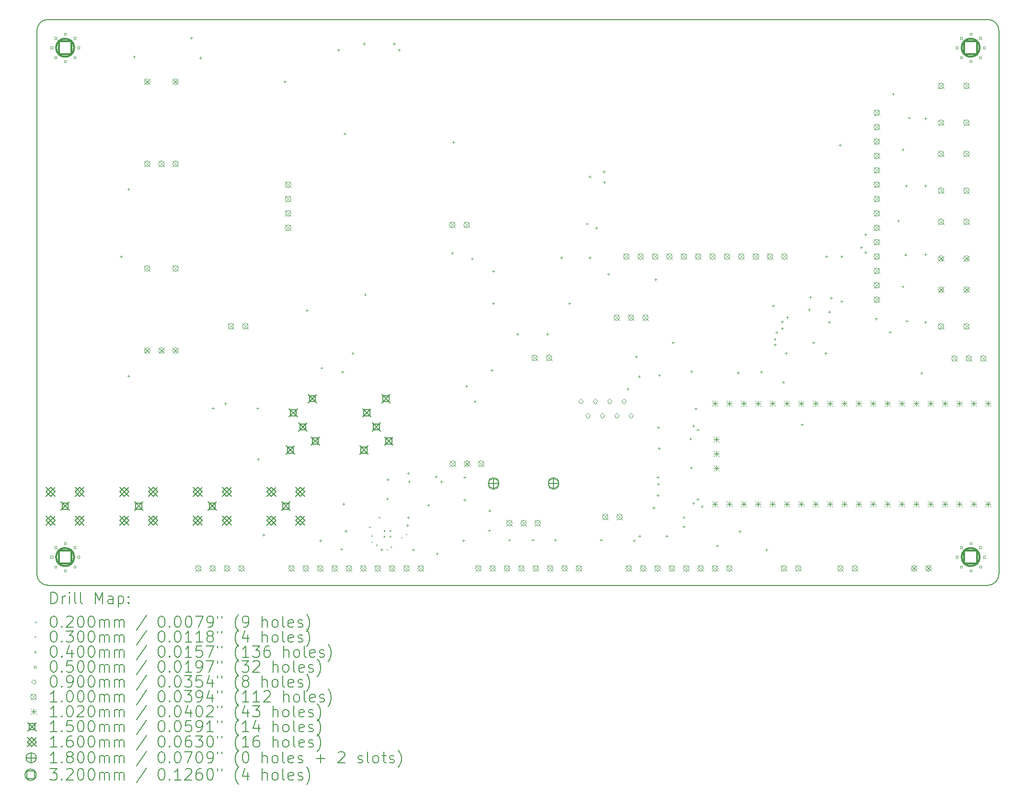
<source format=gbr>
%TF.GenerationSoftware,KiCad,Pcbnew,7.0.10-7.0.10~ubuntu22.04.1*%
%TF.CreationDate,2024-01-04T09:02:16-08:00*%
%TF.ProjectId,YamhillFrontPanel,59616d68-696c-46c4-9672-6f6e7450616e,A*%
%TF.SameCoordinates,Original*%
%TF.FileFunction,Drillmap*%
%TF.FilePolarity,Positive*%
%FSLAX45Y45*%
G04 Gerber Fmt 4.5, Leading zero omitted, Abs format (unit mm)*
G04 Created by KiCad (PCBNEW 7.0.10-7.0.10~ubuntu22.04.1) date 2024-01-04 09:02:16*
%MOMM*%
%LPD*%
G01*
G04 APERTURE LIST*
%ADD10C,0.200000*%
%ADD11C,0.100000*%
%ADD12C,0.102000*%
%ADD13C,0.150000*%
%ADD14C,0.160000*%
%ADD15C,0.180000*%
%ADD16C,0.320000*%
G04 APERTURE END LIST*
D10*
X21800000Y-15000000D02*
X5200000Y-15000000D01*
X5000000Y-14800000D02*
G75*
G03*
X5200000Y-15000000I200000J0D01*
G01*
X22000000Y-5200000D02*
G75*
G03*
X21800000Y-5000000I-200000J0D01*
G01*
X5200000Y-5000000D02*
G75*
G03*
X5000000Y-5200000I0J-200000D01*
G01*
X5000000Y-14800000D02*
X5000000Y-5200000D01*
X5200000Y-5000000D02*
X21800000Y-5000000D01*
X21800000Y-15000000D02*
G75*
G03*
X22000000Y-14800000I0J200000D01*
G01*
X22000000Y-5200000D02*
X22000000Y-14800000D01*
D11*
X10870000Y-13960000D02*
X10890000Y-13980000D01*
X10890000Y-13960000D02*
X10870000Y-13980000D01*
X10909120Y-14220608D02*
X10929120Y-14240608D01*
X10929120Y-14220608D02*
X10909120Y-14240608D01*
X10909792Y-14117439D02*
X10929792Y-14137439D01*
X10929792Y-14117439D02*
X10909792Y-14137439D01*
X10991360Y-14277500D02*
X11011360Y-14297500D01*
X11011360Y-14277500D02*
X10991360Y-14297500D01*
X11040000Y-13790000D02*
X11060000Y-13810000D01*
X11060000Y-13790000D02*
X11040000Y-13810000D01*
X11180000Y-14360000D02*
X11200000Y-14380000D01*
X11200000Y-14360000D02*
X11180000Y-14380000D01*
X11247290Y-14312710D02*
X11267290Y-14332710D01*
X11267290Y-14312710D02*
X11247290Y-14332710D01*
X11432625Y-14145561D02*
X11452625Y-14165561D01*
X11452625Y-14145561D02*
X11432625Y-14165561D01*
X11516265Y-14086265D02*
X11536265Y-14106265D01*
X11536265Y-14086265D02*
X11516265Y-14106265D01*
X11157500Y-14037500D02*
G75*
G03*
X11127500Y-14037500I-15000J0D01*
G01*
X11127500Y-14037500D02*
G75*
G03*
X11157500Y-14037500I15000J0D01*
G01*
X11157500Y-14142500D02*
G75*
G03*
X11127500Y-14142500I-15000J0D01*
G01*
X11127500Y-14142500D02*
G75*
G03*
X11157500Y-14142500I15000J0D01*
G01*
X11262500Y-14037500D02*
G75*
G03*
X11232500Y-14037500I-15000J0D01*
G01*
X11232500Y-14037500D02*
G75*
G03*
X11262500Y-14037500I15000J0D01*
G01*
X11262500Y-14142500D02*
G75*
G03*
X11232500Y-14142500I-15000J0D01*
G01*
X11232500Y-14142500D02*
G75*
G03*
X11262500Y-14142500I15000J0D01*
G01*
X6490000Y-9170000D02*
X6490000Y-9210000D01*
X6470000Y-9190000D02*
X6510000Y-9190000D01*
X6620000Y-7980000D02*
X6620000Y-8020000D01*
X6600000Y-8000000D02*
X6640000Y-8000000D01*
X6620000Y-11280000D02*
X6620000Y-11320000D01*
X6600000Y-11300000D02*
X6640000Y-11300000D01*
X6720000Y-5640000D02*
X6720000Y-5680000D01*
X6700000Y-5660000D02*
X6740000Y-5660000D01*
X7730000Y-5310000D02*
X7730000Y-5350000D01*
X7710000Y-5330000D02*
X7750000Y-5330000D01*
X7890000Y-5660000D02*
X7890000Y-5700000D01*
X7870000Y-5680000D02*
X7910000Y-5680000D01*
X8110000Y-11850000D02*
X8110000Y-11890000D01*
X8090000Y-11870000D02*
X8130000Y-11870000D01*
X8330000Y-11770000D02*
X8330000Y-11810000D01*
X8310000Y-11790000D02*
X8350000Y-11790000D01*
X8900000Y-11850000D02*
X8900000Y-11890000D01*
X8880000Y-11870000D02*
X8920000Y-11870000D01*
X8910000Y-12750000D02*
X8910000Y-12790000D01*
X8890000Y-12770000D02*
X8930000Y-12770000D01*
X9010000Y-14090000D02*
X9010000Y-14130000D01*
X8990000Y-14110000D02*
X9030000Y-14110000D01*
X9380000Y-6080000D02*
X9380000Y-6120000D01*
X9360000Y-6100000D02*
X9400000Y-6100000D01*
X9770000Y-10120000D02*
X9770000Y-10160000D01*
X9750000Y-10140000D02*
X9790000Y-10140000D01*
X10010000Y-14190000D02*
X10010000Y-14230000D01*
X9990000Y-14210000D02*
X10030000Y-14210000D01*
X10030000Y-11140000D02*
X10030000Y-11180000D01*
X10010000Y-11160000D02*
X10050000Y-11160000D01*
X10330000Y-5520000D02*
X10330000Y-5560000D01*
X10310000Y-5540000D02*
X10350000Y-5540000D01*
X10380000Y-14340000D02*
X10380000Y-14380000D01*
X10360000Y-14360000D02*
X10400000Y-14360000D01*
X10400000Y-11210000D02*
X10400000Y-11250000D01*
X10380000Y-11230000D02*
X10420000Y-11230000D01*
X10420000Y-13540000D02*
X10420000Y-13580000D01*
X10400000Y-13560000D02*
X10440000Y-13560000D01*
X10440000Y-7000000D02*
X10440000Y-7040000D01*
X10420000Y-7020000D02*
X10460000Y-7020000D01*
X10460000Y-14020000D02*
X10460000Y-14060000D01*
X10440000Y-14040000D02*
X10480000Y-14040000D01*
X10580000Y-10880000D02*
X10580000Y-10920000D01*
X10560000Y-10900000D02*
X10600000Y-10900000D01*
X10780000Y-5410000D02*
X10780000Y-5450000D01*
X10760000Y-5430000D02*
X10800000Y-5430000D01*
X10800000Y-9840000D02*
X10800000Y-9880000D01*
X10780000Y-9860000D02*
X10820000Y-9860000D01*
X11090000Y-14350000D02*
X11090000Y-14390000D01*
X11070000Y-14370000D02*
X11110000Y-14370000D01*
X11190000Y-13450000D02*
X11190000Y-13490000D01*
X11170000Y-13470000D02*
X11210000Y-13470000D01*
X11200000Y-13110000D02*
X11200000Y-13150000D01*
X11180000Y-13130000D02*
X11220000Y-13130000D01*
X11310000Y-5410000D02*
X11310000Y-5450000D01*
X11290000Y-5430000D02*
X11330000Y-5430000D01*
X11400000Y-5520000D02*
X11400000Y-5560000D01*
X11380000Y-5540000D02*
X11420000Y-5540000D01*
X11550000Y-13920000D02*
X11550000Y-13960000D01*
X11530000Y-13940000D02*
X11570000Y-13940000D01*
X11560000Y-13000000D02*
X11560000Y-13040000D01*
X11540000Y-13020000D02*
X11580000Y-13020000D01*
X11560000Y-13780000D02*
X11560000Y-13820000D01*
X11540000Y-13800000D02*
X11580000Y-13800000D01*
X11580000Y-13150000D02*
X11580000Y-13190000D01*
X11560000Y-13170000D02*
X11600000Y-13170000D01*
X11650000Y-14350000D02*
X11650000Y-14390000D01*
X11630000Y-14370000D02*
X11670000Y-14370000D01*
X11920000Y-13560000D02*
X11920000Y-13600000D01*
X11900000Y-13580000D02*
X11940000Y-13580000D01*
X12050000Y-13060000D02*
X12050000Y-13100000D01*
X12030000Y-13080000D02*
X12070000Y-13080000D01*
X12070000Y-14420000D02*
X12070000Y-14460000D01*
X12050000Y-14440000D02*
X12090000Y-14440000D01*
X12150000Y-13150000D02*
X12150000Y-13190000D01*
X12130000Y-13170000D02*
X12170000Y-13170000D01*
X12340000Y-9110000D02*
X12340000Y-9150000D01*
X12320000Y-9130000D02*
X12360000Y-9130000D01*
X12360000Y-7150000D02*
X12360000Y-7190000D01*
X12340000Y-7170000D02*
X12380000Y-7170000D01*
X12540000Y-14190000D02*
X12540000Y-14230000D01*
X12520000Y-14210000D02*
X12560000Y-14210000D01*
X12560000Y-13070000D02*
X12560000Y-13110000D01*
X12540000Y-13090000D02*
X12580000Y-13090000D01*
X12560000Y-13470000D02*
X12560000Y-13510000D01*
X12540000Y-13490000D02*
X12580000Y-13490000D01*
X12590000Y-11460000D02*
X12590000Y-11500000D01*
X12570000Y-11480000D02*
X12610000Y-11480000D01*
X12690000Y-9210000D02*
X12690000Y-9250000D01*
X12670000Y-9230000D02*
X12710000Y-9230000D01*
X12740000Y-11730000D02*
X12740000Y-11770000D01*
X12720000Y-11750000D02*
X12760000Y-11750000D01*
X12990000Y-14010000D02*
X12990000Y-14050000D01*
X12970000Y-14030000D02*
X13010000Y-14030000D01*
X13000000Y-13660000D02*
X13000000Y-13700000D01*
X12980000Y-13680000D02*
X13020000Y-13680000D01*
X13040000Y-11180000D02*
X13040000Y-11220000D01*
X13020000Y-11200000D02*
X13060000Y-11200000D01*
X13063500Y-9430000D02*
X13063500Y-9470000D01*
X13043500Y-9450000D02*
X13083500Y-9450000D01*
X13063500Y-10000000D02*
X13063500Y-10040000D01*
X13043500Y-10020000D02*
X13083500Y-10020000D01*
X13350000Y-14180000D02*
X13350000Y-14220000D01*
X13330000Y-14200000D02*
X13370000Y-14200000D01*
X13490000Y-10540000D02*
X13490000Y-10580000D01*
X13470000Y-10560000D02*
X13510000Y-10560000D01*
X13760000Y-14180000D02*
X13760000Y-14220000D01*
X13740000Y-14200000D02*
X13780000Y-14200000D01*
X14020000Y-10540000D02*
X14020000Y-10580000D01*
X14000000Y-10560000D02*
X14040000Y-10560000D01*
X14160000Y-14180000D02*
X14160000Y-14220000D01*
X14140000Y-14200000D02*
X14180000Y-14200000D01*
X14270000Y-9190000D02*
X14270000Y-9230000D01*
X14250000Y-9210000D02*
X14290000Y-9210000D01*
X14410000Y-10000000D02*
X14410000Y-10040000D01*
X14390000Y-10020000D02*
X14430000Y-10020000D01*
X14720000Y-8590000D02*
X14720000Y-8630000D01*
X14700000Y-8610000D02*
X14740000Y-8610000D01*
X14770000Y-7760000D02*
X14770000Y-7800000D01*
X14750000Y-7780000D02*
X14790000Y-7780000D01*
X14770000Y-9190000D02*
X14770000Y-9230000D01*
X14750000Y-9210000D02*
X14790000Y-9210000D01*
X14884801Y-8665199D02*
X14884801Y-8705199D01*
X14864801Y-8685199D02*
X14904801Y-8685199D01*
X14970000Y-14180000D02*
X14970000Y-14220000D01*
X14950000Y-14200000D02*
X14990000Y-14200000D01*
X15020000Y-7670000D02*
X15020000Y-7710000D01*
X15000000Y-7690000D02*
X15040000Y-7690000D01*
X15029747Y-7858229D02*
X15029747Y-7898229D01*
X15009747Y-7878229D02*
X15049747Y-7878229D01*
X15100000Y-9480000D02*
X15100000Y-9520000D01*
X15080000Y-9500000D02*
X15120000Y-9500000D01*
X15440000Y-11510000D02*
X15440000Y-11550000D01*
X15420000Y-11530000D02*
X15460000Y-11530000D01*
X15550000Y-14190000D02*
X15550000Y-14230000D01*
X15530000Y-14210000D02*
X15570000Y-14210000D01*
X15590000Y-10940000D02*
X15590000Y-10980000D01*
X15570000Y-10960000D02*
X15610000Y-10960000D01*
X15640000Y-11290000D02*
X15640000Y-11330000D01*
X15620000Y-11310000D02*
X15660000Y-11310000D01*
X15650000Y-14110000D02*
X15650000Y-14150000D01*
X15630000Y-14130000D02*
X15670000Y-14130000D01*
X15900000Y-13610000D02*
X15900000Y-13650000D01*
X15880000Y-13630000D02*
X15920000Y-13630000D01*
X15934801Y-9575199D02*
X15934801Y-9615199D01*
X15914801Y-9595199D02*
X15954801Y-9595199D01*
X15970000Y-13390000D02*
X15970000Y-13430000D01*
X15950000Y-13410000D02*
X15990000Y-13410000D01*
X15972450Y-13070000D02*
X15972450Y-13110000D01*
X15952450Y-13090000D02*
X15992450Y-13090000D01*
X15980000Y-12190000D02*
X15980000Y-12230000D01*
X15960000Y-12210000D02*
X16000000Y-12210000D01*
X15980000Y-13190000D02*
X15980000Y-13230000D01*
X15960000Y-13210000D02*
X16000000Y-13210000D01*
X15992500Y-12560245D02*
X15992500Y-12600245D01*
X15972500Y-12580245D02*
X16012500Y-12580245D01*
X16000000Y-11270000D02*
X16000000Y-11310000D01*
X15980000Y-11290000D02*
X16020000Y-11290000D01*
X16130000Y-14110000D02*
X16130000Y-14150000D01*
X16110000Y-14130000D02*
X16150000Y-14130000D01*
X16240000Y-10690000D02*
X16240000Y-10730000D01*
X16220000Y-10710000D02*
X16260000Y-10710000D01*
X16428627Y-13942500D02*
X16428627Y-13982500D01*
X16408627Y-13962500D02*
X16448627Y-13962500D01*
X16430000Y-13780000D02*
X16430000Y-13820000D01*
X16410000Y-13800000D02*
X16450000Y-13800000D01*
X16550000Y-12390000D02*
X16550000Y-12430000D01*
X16530000Y-12410000D02*
X16570000Y-12410000D01*
X16560000Y-12900000D02*
X16560000Y-12940000D01*
X16540000Y-12920000D02*
X16580000Y-12920000D01*
X16565000Y-11200000D02*
X16565000Y-11240000D01*
X16545000Y-11220000D02*
X16585000Y-11220000D01*
X16600000Y-12160000D02*
X16600000Y-12200000D01*
X16580000Y-12180000D02*
X16620000Y-12180000D01*
X16600000Y-13530000D02*
X16600000Y-13570000D01*
X16580000Y-13550000D02*
X16620000Y-13550000D01*
X16640000Y-11860000D02*
X16640000Y-11900000D01*
X16620000Y-11880000D02*
X16660000Y-11880000D01*
X16680000Y-12232500D02*
X16680000Y-12272500D01*
X16660000Y-12252500D02*
X16700000Y-12252500D01*
X16680000Y-13460000D02*
X16680000Y-13500000D01*
X16660000Y-13480000D02*
X16700000Y-13480000D01*
X16752500Y-13585000D02*
X16752500Y-13625000D01*
X16732500Y-13605000D02*
X16772500Y-13605000D01*
X17020000Y-14280000D02*
X17020000Y-14320000D01*
X17000000Y-14300000D02*
X17040000Y-14300000D01*
X17390000Y-11220000D02*
X17390000Y-11260000D01*
X17370000Y-11240000D02*
X17410000Y-11240000D01*
X17420000Y-14030000D02*
X17420000Y-14070000D01*
X17400000Y-14050000D02*
X17440000Y-14050000D01*
X17800000Y-11210000D02*
X17800000Y-11250000D01*
X17780000Y-11230000D02*
X17820000Y-11230000D01*
X17890000Y-14350000D02*
X17890000Y-14390000D01*
X17870000Y-14370000D02*
X17910000Y-14370000D01*
X18010000Y-10040000D02*
X18010000Y-10080000D01*
X17990000Y-10060000D02*
X18030000Y-10060000D01*
X18039669Y-10627539D02*
X18039669Y-10667539D01*
X18019669Y-10647539D02*
X18059669Y-10647539D01*
X18042469Y-10727500D02*
X18042469Y-10767500D01*
X18022469Y-10747500D02*
X18062469Y-10747500D01*
X18070000Y-10510000D02*
X18070000Y-10550000D01*
X18050000Y-10530000D02*
X18090000Y-10530000D01*
X18170000Y-10320000D02*
X18170000Y-10360000D01*
X18150000Y-10340000D02*
X18190000Y-10340000D01*
X18170000Y-10440000D02*
X18170000Y-10480000D01*
X18150000Y-10460000D02*
X18190000Y-10460000D01*
X18190000Y-11390000D02*
X18190000Y-11430000D01*
X18170000Y-11410000D02*
X18210000Y-11410000D01*
X18240000Y-10880000D02*
X18240000Y-10920000D01*
X18220000Y-10900000D02*
X18260000Y-10900000D01*
X18260000Y-10244950D02*
X18260000Y-10284950D01*
X18240000Y-10264950D02*
X18280000Y-10264950D01*
X18518765Y-12137500D02*
X18518765Y-12177500D01*
X18498765Y-12157500D02*
X18538765Y-12157500D01*
X18647500Y-10108921D02*
X18647500Y-10148921D01*
X18627500Y-10128921D02*
X18667500Y-10128921D01*
X18667500Y-9890000D02*
X18667500Y-9930000D01*
X18647500Y-9910000D02*
X18687500Y-9910000D01*
X18720000Y-10690000D02*
X18720000Y-10730000D01*
X18700000Y-10710000D02*
X18740000Y-10710000D01*
X18940000Y-10880000D02*
X18940000Y-10920000D01*
X18920000Y-10900000D02*
X18960000Y-10900000D01*
X18950000Y-9170000D02*
X18950000Y-9210000D01*
X18930000Y-9190000D02*
X18970000Y-9190000D01*
X19000000Y-10330000D02*
X19000000Y-10370000D01*
X18980000Y-10350000D02*
X19020000Y-10350000D01*
X19002875Y-10147500D02*
X19002875Y-10187500D01*
X18982875Y-10167500D02*
X19022875Y-10167500D01*
X19032500Y-9902037D02*
X19032500Y-9942037D01*
X19012500Y-9922037D02*
X19052500Y-9922037D01*
X19190000Y-7200000D02*
X19190000Y-7240000D01*
X19170000Y-7220000D02*
X19210000Y-7220000D01*
X19220000Y-9170000D02*
X19220000Y-9210000D01*
X19200000Y-9190000D02*
X19240000Y-9190000D01*
X19220000Y-9962500D02*
X19220000Y-10002500D01*
X19200000Y-9982500D02*
X19240000Y-9982500D01*
X19567450Y-9010000D02*
X19567450Y-9050000D01*
X19547450Y-9030000D02*
X19587450Y-9030000D01*
X19642450Y-8780000D02*
X19642450Y-8820000D01*
X19622450Y-8800000D02*
X19662450Y-8800000D01*
X19642450Y-9096550D02*
X19642450Y-9136550D01*
X19622450Y-9116550D02*
X19662450Y-9116550D01*
X19830000Y-10270000D02*
X19830000Y-10310000D01*
X19810000Y-10290000D02*
X19850000Y-10290000D01*
X20075000Y-10505000D02*
X20075000Y-10545000D01*
X20055000Y-10525000D02*
X20095000Y-10525000D01*
X20130605Y-6299395D02*
X20130605Y-6339395D01*
X20110605Y-6319395D02*
X20150605Y-6319395D01*
X20224902Y-8537362D02*
X20224902Y-8577362D01*
X20204902Y-8557362D02*
X20244902Y-8557362D01*
X20300000Y-7280000D02*
X20300000Y-7320000D01*
X20280000Y-7300000D02*
X20320000Y-7300000D01*
X20300000Y-9700000D02*
X20300000Y-9740000D01*
X20280000Y-9720000D02*
X20320000Y-9720000D01*
X20350000Y-9140000D02*
X20350000Y-9180000D01*
X20330000Y-9160000D02*
X20370000Y-9160000D01*
X20360000Y-7920000D02*
X20360000Y-7960000D01*
X20340000Y-7940000D02*
X20380000Y-7940000D01*
X20370000Y-10310000D02*
X20370000Y-10350000D01*
X20350000Y-10330000D02*
X20390000Y-10330000D01*
X20410000Y-6720000D02*
X20410000Y-6760000D01*
X20390000Y-6740000D02*
X20430000Y-6740000D01*
X20630000Y-11230000D02*
X20630000Y-11270000D01*
X20610000Y-11250000D02*
X20650000Y-11250000D01*
X20700000Y-6730000D02*
X20700000Y-6770000D01*
X20680000Y-6750000D02*
X20720000Y-6750000D01*
X20700000Y-7920000D02*
X20700000Y-7960000D01*
X20680000Y-7940000D02*
X20720000Y-7940000D01*
X20700000Y-9130000D02*
X20700000Y-9170000D01*
X20680000Y-9150000D02*
X20720000Y-9150000D01*
X20700000Y-10330000D02*
X20700000Y-10370000D01*
X20680000Y-10350000D02*
X20720000Y-10350000D01*
X5277678Y-5517678D02*
X5277678Y-5482322D01*
X5242322Y-5482322D01*
X5242322Y-5517678D01*
X5277678Y-5517678D01*
X5277678Y-14517678D02*
X5277678Y-14482322D01*
X5242322Y-14482322D01*
X5242322Y-14517678D01*
X5277678Y-14517678D01*
X5347972Y-5347972D02*
X5347972Y-5312617D01*
X5312617Y-5312617D01*
X5312617Y-5347972D01*
X5347972Y-5347972D01*
X5347972Y-5687383D02*
X5347972Y-5652028D01*
X5312617Y-5652028D01*
X5312617Y-5687383D01*
X5347972Y-5687383D01*
X5347972Y-14347972D02*
X5347972Y-14312617D01*
X5312617Y-14312617D01*
X5312617Y-14347972D01*
X5347972Y-14347972D01*
X5347972Y-14687383D02*
X5347972Y-14652028D01*
X5312617Y-14652028D01*
X5312617Y-14687383D01*
X5347972Y-14687383D01*
X5517678Y-5277678D02*
X5517678Y-5242322D01*
X5482322Y-5242322D01*
X5482322Y-5277678D01*
X5517678Y-5277678D01*
X5517678Y-5757678D02*
X5517678Y-5722322D01*
X5482322Y-5722322D01*
X5482322Y-5757678D01*
X5517678Y-5757678D01*
X5517678Y-14277678D02*
X5517678Y-14242322D01*
X5482322Y-14242322D01*
X5482322Y-14277678D01*
X5517678Y-14277678D01*
X5517678Y-14757678D02*
X5517678Y-14722322D01*
X5482322Y-14722322D01*
X5482322Y-14757678D01*
X5517678Y-14757678D01*
X5687383Y-5347972D02*
X5687383Y-5312617D01*
X5652028Y-5312617D01*
X5652028Y-5347972D01*
X5687383Y-5347972D01*
X5687383Y-5687383D02*
X5687383Y-5652028D01*
X5652028Y-5652028D01*
X5652028Y-5687383D01*
X5687383Y-5687383D01*
X5687383Y-14347972D02*
X5687383Y-14312617D01*
X5652028Y-14312617D01*
X5652028Y-14347972D01*
X5687383Y-14347972D01*
X5687383Y-14687383D02*
X5687383Y-14652028D01*
X5652028Y-14652028D01*
X5652028Y-14687383D01*
X5687383Y-14687383D01*
X5757678Y-5517678D02*
X5757678Y-5482322D01*
X5722322Y-5482322D01*
X5722322Y-5517678D01*
X5757678Y-5517678D01*
X5757678Y-14517678D02*
X5757678Y-14482322D01*
X5722322Y-14482322D01*
X5722322Y-14517678D01*
X5757678Y-14517678D01*
X21277678Y-5517678D02*
X21277678Y-5482322D01*
X21242322Y-5482322D01*
X21242322Y-5517678D01*
X21277678Y-5517678D01*
X21277678Y-14517678D02*
X21277678Y-14482322D01*
X21242322Y-14482322D01*
X21242322Y-14517678D01*
X21277678Y-14517678D01*
X21347972Y-5347972D02*
X21347972Y-5312617D01*
X21312617Y-5312617D01*
X21312617Y-5347972D01*
X21347972Y-5347972D01*
X21347972Y-5687383D02*
X21347972Y-5652028D01*
X21312617Y-5652028D01*
X21312617Y-5687383D01*
X21347972Y-5687383D01*
X21347972Y-14347972D02*
X21347972Y-14312617D01*
X21312617Y-14312617D01*
X21312617Y-14347972D01*
X21347972Y-14347972D01*
X21347972Y-14687383D02*
X21347972Y-14652028D01*
X21312617Y-14652028D01*
X21312617Y-14687383D01*
X21347972Y-14687383D01*
X21517678Y-5277678D02*
X21517678Y-5242322D01*
X21482322Y-5242322D01*
X21482322Y-5277678D01*
X21517678Y-5277678D01*
X21517678Y-5757678D02*
X21517678Y-5722322D01*
X21482322Y-5722322D01*
X21482322Y-5757678D01*
X21517678Y-5757678D01*
X21517678Y-14277678D02*
X21517678Y-14242322D01*
X21482322Y-14242322D01*
X21482322Y-14277678D01*
X21517678Y-14277678D01*
X21517678Y-14757678D02*
X21517678Y-14722322D01*
X21482322Y-14722322D01*
X21482322Y-14757678D01*
X21517678Y-14757678D01*
X21687383Y-5347972D02*
X21687383Y-5312617D01*
X21652028Y-5312617D01*
X21652028Y-5347972D01*
X21687383Y-5347972D01*
X21687383Y-5687383D02*
X21687383Y-5652028D01*
X21652028Y-5652028D01*
X21652028Y-5687383D01*
X21687383Y-5687383D01*
X21687383Y-14347972D02*
X21687383Y-14312617D01*
X21652028Y-14312617D01*
X21652028Y-14347972D01*
X21687383Y-14347972D01*
X21687383Y-14687383D02*
X21687383Y-14652028D01*
X21652028Y-14652028D01*
X21652028Y-14687383D01*
X21687383Y-14687383D01*
X21757678Y-5517678D02*
X21757678Y-5482322D01*
X21722322Y-5482322D01*
X21722322Y-5517678D01*
X21757678Y-5517678D01*
X21757678Y-14517678D02*
X21757678Y-14482322D01*
X21722322Y-14482322D01*
X21722322Y-14517678D01*
X21757678Y-14517678D01*
X14611000Y-11791000D02*
X14656000Y-11746000D01*
X14611000Y-11701000D01*
X14566000Y-11746000D01*
X14611000Y-11791000D01*
X14738000Y-12045000D02*
X14783000Y-12000000D01*
X14738000Y-11955000D01*
X14693000Y-12000000D01*
X14738000Y-12045000D01*
X14865000Y-11791000D02*
X14910000Y-11746000D01*
X14865000Y-11701000D01*
X14820000Y-11746000D01*
X14865000Y-11791000D01*
X14992000Y-12045000D02*
X15037000Y-12000000D01*
X14992000Y-11955000D01*
X14947000Y-12000000D01*
X14992000Y-12045000D01*
X15119000Y-11791000D02*
X15164000Y-11746000D01*
X15119000Y-11701000D01*
X15074000Y-11746000D01*
X15119000Y-11791000D01*
X15246000Y-12045000D02*
X15291000Y-12000000D01*
X15246000Y-11955000D01*
X15201000Y-12000000D01*
X15246000Y-12045000D01*
X15373000Y-11791000D02*
X15418000Y-11746000D01*
X15373000Y-11701000D01*
X15328000Y-11746000D01*
X15373000Y-11791000D01*
X15500000Y-12045000D02*
X15545000Y-12000000D01*
X15500000Y-11955000D01*
X15455000Y-12000000D01*
X15500000Y-12045000D01*
X6900000Y-6050000D02*
X7000000Y-6150000D01*
X7000000Y-6050000D02*
X6900000Y-6150000D01*
X7000000Y-6100000D02*
G75*
G03*
X6900000Y-6100000I-50000J0D01*
G01*
X6900000Y-6100000D02*
G75*
G03*
X7000000Y-6100000I50000J0D01*
G01*
X6900000Y-7500000D02*
X7000000Y-7600000D01*
X7000000Y-7500000D02*
X6900000Y-7600000D01*
X7000000Y-7550000D02*
G75*
G03*
X6900000Y-7550000I-50000J0D01*
G01*
X6900000Y-7550000D02*
G75*
G03*
X7000000Y-7550000I50000J0D01*
G01*
X6900000Y-9350000D02*
X7000000Y-9450000D01*
X7000000Y-9350000D02*
X6900000Y-9450000D01*
X7000000Y-9400000D02*
G75*
G03*
X6900000Y-9400000I-50000J0D01*
G01*
X6900000Y-9400000D02*
G75*
G03*
X7000000Y-9400000I50000J0D01*
G01*
X6900000Y-10800000D02*
X7000000Y-10900000D01*
X7000000Y-10800000D02*
X6900000Y-10900000D01*
X7000000Y-10850000D02*
G75*
G03*
X6900000Y-10850000I-50000J0D01*
G01*
X6900000Y-10850000D02*
G75*
G03*
X7000000Y-10850000I50000J0D01*
G01*
X7150000Y-7500000D02*
X7250000Y-7600000D01*
X7250000Y-7500000D02*
X7150000Y-7600000D01*
X7250000Y-7550000D02*
G75*
G03*
X7150000Y-7550000I-50000J0D01*
G01*
X7150000Y-7550000D02*
G75*
G03*
X7250000Y-7550000I50000J0D01*
G01*
X7150000Y-10800000D02*
X7250000Y-10900000D01*
X7250000Y-10800000D02*
X7150000Y-10900000D01*
X7250000Y-10850000D02*
G75*
G03*
X7150000Y-10850000I-50000J0D01*
G01*
X7150000Y-10850000D02*
G75*
G03*
X7250000Y-10850000I50000J0D01*
G01*
X7400000Y-6050000D02*
X7500000Y-6150000D01*
X7500000Y-6050000D02*
X7400000Y-6150000D01*
X7500000Y-6100000D02*
G75*
G03*
X7400000Y-6100000I-50000J0D01*
G01*
X7400000Y-6100000D02*
G75*
G03*
X7500000Y-6100000I50000J0D01*
G01*
X7400000Y-7500000D02*
X7500000Y-7600000D01*
X7500000Y-7500000D02*
X7400000Y-7600000D01*
X7500000Y-7550000D02*
G75*
G03*
X7400000Y-7550000I-50000J0D01*
G01*
X7400000Y-7550000D02*
G75*
G03*
X7500000Y-7550000I50000J0D01*
G01*
X7400000Y-9350000D02*
X7500000Y-9450000D01*
X7500000Y-9350000D02*
X7400000Y-9450000D01*
X7500000Y-9400000D02*
G75*
G03*
X7400000Y-9400000I-50000J0D01*
G01*
X7400000Y-9400000D02*
G75*
G03*
X7500000Y-9400000I50000J0D01*
G01*
X7400000Y-10800000D02*
X7500000Y-10900000D01*
X7500000Y-10800000D02*
X7400000Y-10900000D01*
X7500000Y-10850000D02*
G75*
G03*
X7400000Y-10850000I-50000J0D01*
G01*
X7400000Y-10850000D02*
G75*
G03*
X7500000Y-10850000I50000J0D01*
G01*
X7802000Y-14650000D02*
X7902000Y-14750000D01*
X7902000Y-14650000D02*
X7802000Y-14750000D01*
X7902000Y-14700000D02*
G75*
G03*
X7802000Y-14700000I-50000J0D01*
G01*
X7802000Y-14700000D02*
G75*
G03*
X7902000Y-14700000I50000J0D01*
G01*
X8056000Y-14650000D02*
X8156000Y-14750000D01*
X8156000Y-14650000D02*
X8056000Y-14750000D01*
X8156000Y-14700000D02*
G75*
G03*
X8056000Y-14700000I-50000J0D01*
G01*
X8056000Y-14700000D02*
G75*
G03*
X8156000Y-14700000I50000J0D01*
G01*
X8310000Y-14650000D02*
X8410000Y-14750000D01*
X8410000Y-14650000D02*
X8310000Y-14750000D01*
X8410000Y-14700000D02*
G75*
G03*
X8310000Y-14700000I-50000J0D01*
G01*
X8310000Y-14700000D02*
G75*
G03*
X8410000Y-14700000I50000J0D01*
G01*
X8380000Y-10370000D02*
X8480000Y-10470000D01*
X8480000Y-10370000D02*
X8380000Y-10470000D01*
X8480000Y-10420000D02*
G75*
G03*
X8380000Y-10420000I-50000J0D01*
G01*
X8380000Y-10420000D02*
G75*
G03*
X8480000Y-10420000I50000J0D01*
G01*
X8564000Y-14650000D02*
X8664000Y-14750000D01*
X8664000Y-14650000D02*
X8564000Y-14750000D01*
X8664000Y-14700000D02*
G75*
G03*
X8564000Y-14700000I-50000J0D01*
G01*
X8564000Y-14700000D02*
G75*
G03*
X8664000Y-14700000I50000J0D01*
G01*
X8634000Y-10370000D02*
X8734000Y-10470000D01*
X8734000Y-10370000D02*
X8634000Y-10470000D01*
X8734000Y-10420000D02*
G75*
G03*
X8634000Y-10420000I-50000J0D01*
G01*
X8634000Y-10420000D02*
G75*
G03*
X8734000Y-10420000I50000J0D01*
G01*
X9390000Y-7869000D02*
X9490000Y-7969000D01*
X9490000Y-7869000D02*
X9390000Y-7969000D01*
X9490000Y-7919000D02*
G75*
G03*
X9390000Y-7919000I-50000J0D01*
G01*
X9390000Y-7919000D02*
G75*
G03*
X9490000Y-7919000I50000J0D01*
G01*
X9390000Y-8123000D02*
X9490000Y-8223000D01*
X9490000Y-8123000D02*
X9390000Y-8223000D01*
X9490000Y-8173000D02*
G75*
G03*
X9390000Y-8173000I-50000J0D01*
G01*
X9390000Y-8173000D02*
G75*
G03*
X9490000Y-8173000I50000J0D01*
G01*
X9390000Y-8377000D02*
X9490000Y-8477000D01*
X9490000Y-8377000D02*
X9390000Y-8477000D01*
X9490000Y-8427000D02*
G75*
G03*
X9390000Y-8427000I-50000J0D01*
G01*
X9390000Y-8427000D02*
G75*
G03*
X9490000Y-8427000I50000J0D01*
G01*
X9390000Y-8631000D02*
X9490000Y-8731000D01*
X9490000Y-8631000D02*
X9390000Y-8731000D01*
X9490000Y-8681000D02*
G75*
G03*
X9390000Y-8681000I-50000J0D01*
G01*
X9390000Y-8681000D02*
G75*
G03*
X9490000Y-8681000I50000J0D01*
G01*
X9450000Y-14650000D02*
X9550000Y-14750000D01*
X9550000Y-14650000D02*
X9450000Y-14750000D01*
X9550000Y-14700000D02*
G75*
G03*
X9450000Y-14700000I-50000J0D01*
G01*
X9450000Y-14700000D02*
G75*
G03*
X9550000Y-14700000I50000J0D01*
G01*
X9704000Y-14650000D02*
X9804000Y-14750000D01*
X9804000Y-14650000D02*
X9704000Y-14750000D01*
X9804000Y-14700000D02*
G75*
G03*
X9704000Y-14700000I-50000J0D01*
G01*
X9704000Y-14700000D02*
G75*
G03*
X9804000Y-14700000I50000J0D01*
G01*
X9958000Y-14650000D02*
X10058000Y-14750000D01*
X10058000Y-14650000D02*
X9958000Y-14750000D01*
X10058000Y-14700000D02*
G75*
G03*
X9958000Y-14700000I-50000J0D01*
G01*
X9958000Y-14700000D02*
G75*
G03*
X10058000Y-14700000I50000J0D01*
G01*
X10212000Y-14650000D02*
X10312000Y-14750000D01*
X10312000Y-14650000D02*
X10212000Y-14750000D01*
X10312000Y-14700000D02*
G75*
G03*
X10212000Y-14700000I-50000J0D01*
G01*
X10212000Y-14700000D02*
G75*
G03*
X10312000Y-14700000I50000J0D01*
G01*
X10466000Y-14650000D02*
X10566000Y-14750000D01*
X10566000Y-14650000D02*
X10466000Y-14750000D01*
X10566000Y-14700000D02*
G75*
G03*
X10466000Y-14700000I-50000J0D01*
G01*
X10466000Y-14700000D02*
G75*
G03*
X10566000Y-14700000I50000J0D01*
G01*
X10720000Y-14650000D02*
X10820000Y-14750000D01*
X10820000Y-14650000D02*
X10720000Y-14750000D01*
X10820000Y-14700000D02*
G75*
G03*
X10720000Y-14700000I-50000J0D01*
G01*
X10720000Y-14700000D02*
G75*
G03*
X10820000Y-14700000I50000J0D01*
G01*
X10974000Y-14650000D02*
X11074000Y-14750000D01*
X11074000Y-14650000D02*
X10974000Y-14750000D01*
X11074000Y-14700000D02*
G75*
G03*
X10974000Y-14700000I-50000J0D01*
G01*
X10974000Y-14700000D02*
G75*
G03*
X11074000Y-14700000I50000J0D01*
G01*
X11228000Y-14650000D02*
X11328000Y-14750000D01*
X11328000Y-14650000D02*
X11228000Y-14750000D01*
X11328000Y-14700000D02*
G75*
G03*
X11228000Y-14700000I-50000J0D01*
G01*
X11228000Y-14700000D02*
G75*
G03*
X11328000Y-14700000I50000J0D01*
G01*
X11482000Y-14650000D02*
X11582000Y-14750000D01*
X11582000Y-14650000D02*
X11482000Y-14750000D01*
X11582000Y-14700000D02*
G75*
G03*
X11482000Y-14700000I-50000J0D01*
G01*
X11482000Y-14700000D02*
G75*
G03*
X11582000Y-14700000I50000J0D01*
G01*
X11736000Y-14650000D02*
X11836000Y-14750000D01*
X11836000Y-14650000D02*
X11736000Y-14750000D01*
X11836000Y-14700000D02*
G75*
G03*
X11736000Y-14700000I-50000J0D01*
G01*
X11736000Y-14700000D02*
G75*
G03*
X11836000Y-14700000I50000J0D01*
G01*
X12290000Y-8580000D02*
X12390000Y-8680000D01*
X12390000Y-8580000D02*
X12290000Y-8680000D01*
X12390000Y-8630000D02*
G75*
G03*
X12290000Y-8630000I-50000J0D01*
G01*
X12290000Y-8630000D02*
G75*
G03*
X12390000Y-8630000I50000J0D01*
G01*
X12300000Y-12800000D02*
X12400000Y-12900000D01*
X12400000Y-12800000D02*
X12300000Y-12900000D01*
X12400000Y-12850000D02*
G75*
G03*
X12300000Y-12850000I-50000J0D01*
G01*
X12300000Y-12850000D02*
G75*
G03*
X12400000Y-12850000I50000J0D01*
G01*
X12544000Y-8580000D02*
X12644000Y-8680000D01*
X12644000Y-8580000D02*
X12544000Y-8680000D01*
X12644000Y-8630000D02*
G75*
G03*
X12544000Y-8630000I-50000J0D01*
G01*
X12544000Y-8630000D02*
G75*
G03*
X12644000Y-8630000I50000J0D01*
G01*
X12550000Y-12800000D02*
X12650000Y-12900000D01*
X12650000Y-12800000D02*
X12550000Y-12900000D01*
X12650000Y-12850000D02*
G75*
G03*
X12550000Y-12850000I-50000J0D01*
G01*
X12550000Y-12850000D02*
G75*
G03*
X12650000Y-12850000I50000J0D01*
G01*
X12750000Y-14650000D02*
X12850000Y-14750000D01*
X12850000Y-14650000D02*
X12750000Y-14750000D01*
X12850000Y-14700000D02*
G75*
G03*
X12750000Y-14700000I-50000J0D01*
G01*
X12750000Y-14700000D02*
G75*
G03*
X12850000Y-14700000I50000J0D01*
G01*
X12800000Y-12800000D02*
X12900000Y-12900000D01*
X12900000Y-12800000D02*
X12800000Y-12900000D01*
X12900000Y-12850000D02*
G75*
G03*
X12800000Y-12850000I-50000J0D01*
G01*
X12800000Y-12850000D02*
G75*
G03*
X12900000Y-12850000I50000J0D01*
G01*
X13004000Y-14650000D02*
X13104000Y-14750000D01*
X13104000Y-14650000D02*
X13004000Y-14750000D01*
X13104000Y-14700000D02*
G75*
G03*
X13004000Y-14700000I-50000J0D01*
G01*
X13004000Y-14700000D02*
G75*
G03*
X13104000Y-14700000I50000J0D01*
G01*
X13258000Y-14650000D02*
X13358000Y-14750000D01*
X13358000Y-14650000D02*
X13258000Y-14750000D01*
X13358000Y-14700000D02*
G75*
G03*
X13258000Y-14700000I-50000J0D01*
G01*
X13258000Y-14700000D02*
G75*
G03*
X13358000Y-14700000I50000J0D01*
G01*
X13300000Y-13850000D02*
X13400000Y-13950000D01*
X13400000Y-13850000D02*
X13300000Y-13950000D01*
X13400000Y-13900000D02*
G75*
G03*
X13300000Y-13900000I-50000J0D01*
G01*
X13300000Y-13900000D02*
G75*
G03*
X13400000Y-13900000I50000J0D01*
G01*
X13512000Y-14650000D02*
X13612000Y-14750000D01*
X13612000Y-14650000D02*
X13512000Y-14750000D01*
X13612000Y-14700000D02*
G75*
G03*
X13512000Y-14700000I-50000J0D01*
G01*
X13512000Y-14700000D02*
G75*
G03*
X13612000Y-14700000I50000J0D01*
G01*
X13550000Y-13850000D02*
X13650000Y-13950000D01*
X13650000Y-13850000D02*
X13550000Y-13950000D01*
X13650000Y-13900000D02*
G75*
G03*
X13550000Y-13900000I-50000J0D01*
G01*
X13550000Y-13900000D02*
G75*
G03*
X13650000Y-13900000I50000J0D01*
G01*
X13746000Y-10930000D02*
X13846000Y-11030000D01*
X13846000Y-10930000D02*
X13746000Y-11030000D01*
X13846000Y-10980000D02*
G75*
G03*
X13746000Y-10980000I-50000J0D01*
G01*
X13746000Y-10980000D02*
G75*
G03*
X13846000Y-10980000I50000J0D01*
G01*
X13766000Y-14650000D02*
X13866000Y-14750000D01*
X13866000Y-14650000D02*
X13766000Y-14750000D01*
X13866000Y-14700000D02*
G75*
G03*
X13766000Y-14700000I-50000J0D01*
G01*
X13766000Y-14700000D02*
G75*
G03*
X13866000Y-14700000I50000J0D01*
G01*
X13800000Y-13850000D02*
X13900000Y-13950000D01*
X13900000Y-13850000D02*
X13800000Y-13950000D01*
X13900000Y-13900000D02*
G75*
G03*
X13800000Y-13900000I-50000J0D01*
G01*
X13800000Y-13900000D02*
G75*
G03*
X13900000Y-13900000I50000J0D01*
G01*
X14000000Y-10930000D02*
X14100000Y-11030000D01*
X14100000Y-10930000D02*
X14000000Y-11030000D01*
X14100000Y-10980000D02*
G75*
G03*
X14000000Y-10980000I-50000J0D01*
G01*
X14000000Y-10980000D02*
G75*
G03*
X14100000Y-10980000I50000J0D01*
G01*
X14020000Y-14650000D02*
X14120000Y-14750000D01*
X14120000Y-14650000D02*
X14020000Y-14750000D01*
X14120000Y-14700000D02*
G75*
G03*
X14020000Y-14700000I-50000J0D01*
G01*
X14020000Y-14700000D02*
G75*
G03*
X14120000Y-14700000I50000J0D01*
G01*
X14274000Y-14650000D02*
X14374000Y-14750000D01*
X14374000Y-14650000D02*
X14274000Y-14750000D01*
X14374000Y-14700000D02*
G75*
G03*
X14274000Y-14700000I-50000J0D01*
G01*
X14274000Y-14700000D02*
G75*
G03*
X14374000Y-14700000I50000J0D01*
G01*
X14528000Y-14650000D02*
X14628000Y-14750000D01*
X14628000Y-14650000D02*
X14528000Y-14750000D01*
X14628000Y-14700000D02*
G75*
G03*
X14528000Y-14700000I-50000J0D01*
G01*
X14528000Y-14700000D02*
G75*
G03*
X14628000Y-14700000I50000J0D01*
G01*
X14992500Y-13740000D02*
X15092500Y-13840000D01*
X15092500Y-13740000D02*
X14992500Y-13840000D01*
X15092500Y-13790000D02*
G75*
G03*
X14992500Y-13790000I-50000J0D01*
G01*
X14992500Y-13790000D02*
G75*
G03*
X15092500Y-13790000I50000J0D01*
G01*
X15196000Y-10220000D02*
X15296000Y-10320000D01*
X15296000Y-10220000D02*
X15196000Y-10320000D01*
X15296000Y-10270000D02*
G75*
G03*
X15196000Y-10270000I-50000J0D01*
G01*
X15196000Y-10270000D02*
G75*
G03*
X15296000Y-10270000I50000J0D01*
G01*
X15246500Y-13740000D02*
X15346500Y-13840000D01*
X15346500Y-13740000D02*
X15246500Y-13840000D01*
X15346500Y-13790000D02*
G75*
G03*
X15246500Y-13790000I-50000J0D01*
G01*
X15246500Y-13790000D02*
G75*
G03*
X15346500Y-13790000I50000J0D01*
G01*
X15366000Y-9140000D02*
X15466000Y-9240000D01*
X15466000Y-9140000D02*
X15366000Y-9240000D01*
X15466000Y-9190000D02*
G75*
G03*
X15366000Y-9190000I-50000J0D01*
G01*
X15366000Y-9190000D02*
G75*
G03*
X15466000Y-9190000I50000J0D01*
G01*
X15410000Y-14650000D02*
X15510000Y-14750000D01*
X15510000Y-14650000D02*
X15410000Y-14750000D01*
X15510000Y-14700000D02*
G75*
G03*
X15410000Y-14700000I-50000J0D01*
G01*
X15410000Y-14700000D02*
G75*
G03*
X15510000Y-14700000I50000J0D01*
G01*
X15450000Y-10220000D02*
X15550000Y-10320000D01*
X15550000Y-10220000D02*
X15450000Y-10320000D01*
X15550000Y-10270000D02*
G75*
G03*
X15450000Y-10270000I-50000J0D01*
G01*
X15450000Y-10270000D02*
G75*
G03*
X15550000Y-10270000I50000J0D01*
G01*
X15620000Y-9140000D02*
X15720000Y-9240000D01*
X15720000Y-9140000D02*
X15620000Y-9240000D01*
X15720000Y-9190000D02*
G75*
G03*
X15620000Y-9190000I-50000J0D01*
G01*
X15620000Y-9190000D02*
G75*
G03*
X15720000Y-9190000I50000J0D01*
G01*
X15664000Y-14650000D02*
X15764000Y-14750000D01*
X15764000Y-14650000D02*
X15664000Y-14750000D01*
X15764000Y-14700000D02*
G75*
G03*
X15664000Y-14700000I-50000J0D01*
G01*
X15664000Y-14700000D02*
G75*
G03*
X15764000Y-14700000I50000J0D01*
G01*
X15704000Y-10220000D02*
X15804000Y-10320000D01*
X15804000Y-10220000D02*
X15704000Y-10320000D01*
X15804000Y-10270000D02*
G75*
G03*
X15704000Y-10270000I-50000J0D01*
G01*
X15704000Y-10270000D02*
G75*
G03*
X15804000Y-10270000I50000J0D01*
G01*
X15874000Y-9140000D02*
X15974000Y-9240000D01*
X15974000Y-9140000D02*
X15874000Y-9240000D01*
X15974000Y-9190000D02*
G75*
G03*
X15874000Y-9190000I-50000J0D01*
G01*
X15874000Y-9190000D02*
G75*
G03*
X15974000Y-9190000I50000J0D01*
G01*
X15918000Y-14650000D02*
X16018000Y-14750000D01*
X16018000Y-14650000D02*
X15918000Y-14750000D01*
X16018000Y-14700000D02*
G75*
G03*
X15918000Y-14700000I-50000J0D01*
G01*
X15918000Y-14700000D02*
G75*
G03*
X16018000Y-14700000I50000J0D01*
G01*
X16128000Y-9140000D02*
X16228000Y-9240000D01*
X16228000Y-9140000D02*
X16128000Y-9240000D01*
X16228000Y-9190000D02*
G75*
G03*
X16128000Y-9190000I-50000J0D01*
G01*
X16128000Y-9190000D02*
G75*
G03*
X16228000Y-9190000I50000J0D01*
G01*
X16172000Y-14650000D02*
X16272000Y-14750000D01*
X16272000Y-14650000D02*
X16172000Y-14750000D01*
X16272000Y-14700000D02*
G75*
G03*
X16172000Y-14700000I-50000J0D01*
G01*
X16172000Y-14700000D02*
G75*
G03*
X16272000Y-14700000I50000J0D01*
G01*
X16382000Y-9140000D02*
X16482000Y-9240000D01*
X16482000Y-9140000D02*
X16382000Y-9240000D01*
X16482000Y-9190000D02*
G75*
G03*
X16382000Y-9190000I-50000J0D01*
G01*
X16382000Y-9190000D02*
G75*
G03*
X16482000Y-9190000I50000J0D01*
G01*
X16426000Y-14650000D02*
X16526000Y-14750000D01*
X16526000Y-14650000D02*
X16426000Y-14750000D01*
X16526000Y-14700000D02*
G75*
G03*
X16426000Y-14700000I-50000J0D01*
G01*
X16426000Y-14700000D02*
G75*
G03*
X16526000Y-14700000I50000J0D01*
G01*
X16636000Y-9140000D02*
X16736000Y-9240000D01*
X16736000Y-9140000D02*
X16636000Y-9240000D01*
X16736000Y-9190000D02*
G75*
G03*
X16636000Y-9190000I-50000J0D01*
G01*
X16636000Y-9190000D02*
G75*
G03*
X16736000Y-9190000I50000J0D01*
G01*
X16680000Y-14650000D02*
X16780000Y-14750000D01*
X16780000Y-14650000D02*
X16680000Y-14750000D01*
X16780000Y-14700000D02*
G75*
G03*
X16680000Y-14700000I-50000J0D01*
G01*
X16680000Y-14700000D02*
G75*
G03*
X16780000Y-14700000I50000J0D01*
G01*
X16890000Y-9140000D02*
X16990000Y-9240000D01*
X16990000Y-9140000D02*
X16890000Y-9240000D01*
X16990000Y-9190000D02*
G75*
G03*
X16890000Y-9190000I-50000J0D01*
G01*
X16890000Y-9190000D02*
G75*
G03*
X16990000Y-9190000I50000J0D01*
G01*
X16934000Y-14650000D02*
X17034000Y-14750000D01*
X17034000Y-14650000D02*
X16934000Y-14750000D01*
X17034000Y-14700000D02*
G75*
G03*
X16934000Y-14700000I-50000J0D01*
G01*
X16934000Y-14700000D02*
G75*
G03*
X17034000Y-14700000I50000J0D01*
G01*
X17144000Y-9140000D02*
X17244000Y-9240000D01*
X17244000Y-9140000D02*
X17144000Y-9240000D01*
X17244000Y-9190000D02*
G75*
G03*
X17144000Y-9190000I-50000J0D01*
G01*
X17144000Y-9190000D02*
G75*
G03*
X17244000Y-9190000I50000J0D01*
G01*
X17188000Y-14650000D02*
X17288000Y-14750000D01*
X17288000Y-14650000D02*
X17188000Y-14750000D01*
X17288000Y-14700000D02*
G75*
G03*
X17188000Y-14700000I-50000J0D01*
G01*
X17188000Y-14700000D02*
G75*
G03*
X17288000Y-14700000I50000J0D01*
G01*
X17398000Y-9140000D02*
X17498000Y-9240000D01*
X17498000Y-9140000D02*
X17398000Y-9240000D01*
X17498000Y-9190000D02*
G75*
G03*
X17398000Y-9190000I-50000J0D01*
G01*
X17398000Y-9190000D02*
G75*
G03*
X17498000Y-9190000I50000J0D01*
G01*
X17652000Y-9140000D02*
X17752000Y-9240000D01*
X17752000Y-9140000D02*
X17652000Y-9240000D01*
X17752000Y-9190000D02*
G75*
G03*
X17652000Y-9190000I-50000J0D01*
G01*
X17652000Y-9190000D02*
G75*
G03*
X17752000Y-9190000I50000J0D01*
G01*
X17906000Y-9140000D02*
X18006000Y-9240000D01*
X18006000Y-9140000D02*
X17906000Y-9240000D01*
X18006000Y-9190000D02*
G75*
G03*
X17906000Y-9190000I-50000J0D01*
G01*
X17906000Y-9190000D02*
G75*
G03*
X18006000Y-9190000I50000J0D01*
G01*
X18150000Y-14650000D02*
X18250000Y-14750000D01*
X18250000Y-14650000D02*
X18150000Y-14750000D01*
X18250000Y-14700000D02*
G75*
G03*
X18150000Y-14700000I-50000J0D01*
G01*
X18150000Y-14700000D02*
G75*
G03*
X18250000Y-14700000I50000J0D01*
G01*
X18160000Y-9140000D02*
X18260000Y-9240000D01*
X18260000Y-9140000D02*
X18160000Y-9240000D01*
X18260000Y-9190000D02*
G75*
G03*
X18160000Y-9190000I-50000J0D01*
G01*
X18160000Y-9190000D02*
G75*
G03*
X18260000Y-9190000I50000J0D01*
G01*
X18404000Y-14650000D02*
X18504000Y-14750000D01*
X18504000Y-14650000D02*
X18404000Y-14750000D01*
X18504000Y-14700000D02*
G75*
G03*
X18404000Y-14700000I-50000J0D01*
G01*
X18404000Y-14700000D02*
G75*
G03*
X18504000Y-14700000I50000J0D01*
G01*
X19150000Y-14650000D02*
X19250000Y-14750000D01*
X19250000Y-14650000D02*
X19150000Y-14750000D01*
X19250000Y-14700000D02*
G75*
G03*
X19150000Y-14700000I-50000J0D01*
G01*
X19150000Y-14700000D02*
G75*
G03*
X19250000Y-14700000I50000J0D01*
G01*
X19404000Y-14650000D02*
X19504000Y-14750000D01*
X19504000Y-14650000D02*
X19404000Y-14750000D01*
X19504000Y-14700000D02*
G75*
G03*
X19404000Y-14700000I-50000J0D01*
G01*
X19404000Y-14700000D02*
G75*
G03*
X19504000Y-14700000I50000J0D01*
G01*
X19790000Y-6599000D02*
X19890000Y-6699000D01*
X19890000Y-6599000D02*
X19790000Y-6699000D01*
X19890000Y-6649000D02*
G75*
G03*
X19790000Y-6649000I-50000J0D01*
G01*
X19790000Y-6649000D02*
G75*
G03*
X19890000Y-6649000I50000J0D01*
G01*
X19790000Y-6853000D02*
X19890000Y-6953000D01*
X19890000Y-6853000D02*
X19790000Y-6953000D01*
X19890000Y-6903000D02*
G75*
G03*
X19790000Y-6903000I-50000J0D01*
G01*
X19790000Y-6903000D02*
G75*
G03*
X19890000Y-6903000I50000J0D01*
G01*
X19790000Y-7107000D02*
X19890000Y-7207000D01*
X19890000Y-7107000D02*
X19790000Y-7207000D01*
X19890000Y-7157000D02*
G75*
G03*
X19790000Y-7157000I-50000J0D01*
G01*
X19790000Y-7157000D02*
G75*
G03*
X19890000Y-7157000I50000J0D01*
G01*
X19790000Y-7361000D02*
X19890000Y-7461000D01*
X19890000Y-7361000D02*
X19790000Y-7461000D01*
X19890000Y-7411000D02*
G75*
G03*
X19790000Y-7411000I-50000J0D01*
G01*
X19790000Y-7411000D02*
G75*
G03*
X19890000Y-7411000I50000J0D01*
G01*
X19790000Y-7615000D02*
X19890000Y-7715000D01*
X19890000Y-7615000D02*
X19790000Y-7715000D01*
X19890000Y-7665000D02*
G75*
G03*
X19790000Y-7665000I-50000J0D01*
G01*
X19790000Y-7665000D02*
G75*
G03*
X19890000Y-7665000I50000J0D01*
G01*
X19790000Y-7869000D02*
X19890000Y-7969000D01*
X19890000Y-7869000D02*
X19790000Y-7969000D01*
X19890000Y-7919000D02*
G75*
G03*
X19790000Y-7919000I-50000J0D01*
G01*
X19790000Y-7919000D02*
G75*
G03*
X19890000Y-7919000I50000J0D01*
G01*
X19790000Y-8123000D02*
X19890000Y-8223000D01*
X19890000Y-8123000D02*
X19790000Y-8223000D01*
X19890000Y-8173000D02*
G75*
G03*
X19790000Y-8173000I-50000J0D01*
G01*
X19790000Y-8173000D02*
G75*
G03*
X19890000Y-8173000I50000J0D01*
G01*
X19790000Y-8377000D02*
X19890000Y-8477000D01*
X19890000Y-8377000D02*
X19790000Y-8477000D01*
X19890000Y-8427000D02*
G75*
G03*
X19790000Y-8427000I-50000J0D01*
G01*
X19790000Y-8427000D02*
G75*
G03*
X19890000Y-8427000I50000J0D01*
G01*
X19790000Y-8631000D02*
X19890000Y-8731000D01*
X19890000Y-8631000D02*
X19790000Y-8731000D01*
X19890000Y-8681000D02*
G75*
G03*
X19790000Y-8681000I-50000J0D01*
G01*
X19790000Y-8681000D02*
G75*
G03*
X19890000Y-8681000I50000J0D01*
G01*
X19790000Y-8885000D02*
X19890000Y-8985000D01*
X19890000Y-8885000D02*
X19790000Y-8985000D01*
X19890000Y-8935000D02*
G75*
G03*
X19790000Y-8935000I-50000J0D01*
G01*
X19790000Y-8935000D02*
G75*
G03*
X19890000Y-8935000I50000J0D01*
G01*
X19790000Y-9139000D02*
X19890000Y-9239000D01*
X19890000Y-9139000D02*
X19790000Y-9239000D01*
X19890000Y-9189000D02*
G75*
G03*
X19790000Y-9189000I-50000J0D01*
G01*
X19790000Y-9189000D02*
G75*
G03*
X19890000Y-9189000I50000J0D01*
G01*
X19790000Y-9393000D02*
X19890000Y-9493000D01*
X19890000Y-9393000D02*
X19790000Y-9493000D01*
X19890000Y-9443000D02*
G75*
G03*
X19790000Y-9443000I-50000J0D01*
G01*
X19790000Y-9443000D02*
G75*
G03*
X19890000Y-9443000I50000J0D01*
G01*
X19790000Y-9647000D02*
X19890000Y-9747000D01*
X19890000Y-9647000D02*
X19790000Y-9747000D01*
X19890000Y-9697000D02*
G75*
G03*
X19790000Y-9697000I-50000J0D01*
G01*
X19790000Y-9697000D02*
G75*
G03*
X19890000Y-9697000I50000J0D01*
G01*
X19790000Y-9901000D02*
X19890000Y-10001000D01*
X19890000Y-9901000D02*
X19790000Y-10001000D01*
X19890000Y-9951000D02*
G75*
G03*
X19790000Y-9951000I-50000J0D01*
G01*
X19790000Y-9951000D02*
G75*
G03*
X19890000Y-9951000I50000J0D01*
G01*
X20450000Y-14650000D02*
X20550000Y-14750000D01*
X20550000Y-14650000D02*
X20450000Y-14750000D01*
X20550000Y-14700000D02*
G75*
G03*
X20450000Y-14700000I-50000J0D01*
G01*
X20450000Y-14700000D02*
G75*
G03*
X20550000Y-14700000I50000J0D01*
G01*
X20704000Y-14650000D02*
X20804000Y-14750000D01*
X20804000Y-14650000D02*
X20704000Y-14750000D01*
X20804000Y-14700000D02*
G75*
G03*
X20704000Y-14700000I-50000J0D01*
G01*
X20704000Y-14700000D02*
G75*
G03*
X20804000Y-14700000I50000J0D01*
G01*
X20925000Y-6125000D02*
X21025000Y-6225000D01*
X21025000Y-6125000D02*
X20925000Y-6225000D01*
X21025000Y-6175000D02*
G75*
G03*
X20925000Y-6175000I-50000J0D01*
G01*
X20925000Y-6175000D02*
G75*
G03*
X21025000Y-6175000I50000J0D01*
G01*
X20925000Y-6775000D02*
X21025000Y-6875000D01*
X21025000Y-6775000D02*
X20925000Y-6875000D01*
X21025000Y-6825000D02*
G75*
G03*
X20925000Y-6825000I-50000J0D01*
G01*
X20925000Y-6825000D02*
G75*
G03*
X21025000Y-6825000I50000J0D01*
G01*
X20925000Y-7325000D02*
X21025000Y-7425000D01*
X21025000Y-7325000D02*
X20925000Y-7425000D01*
X21025000Y-7375000D02*
G75*
G03*
X20925000Y-7375000I-50000J0D01*
G01*
X20925000Y-7375000D02*
G75*
G03*
X21025000Y-7375000I50000J0D01*
G01*
X20925000Y-7975000D02*
X21025000Y-8075000D01*
X21025000Y-7975000D02*
X20925000Y-8075000D01*
X21025000Y-8025000D02*
G75*
G03*
X20925000Y-8025000I-50000J0D01*
G01*
X20925000Y-8025000D02*
G75*
G03*
X21025000Y-8025000I50000J0D01*
G01*
X20925000Y-8525000D02*
X21025000Y-8625000D01*
X21025000Y-8525000D02*
X20925000Y-8625000D01*
X21025000Y-8575000D02*
G75*
G03*
X20925000Y-8575000I-50000J0D01*
G01*
X20925000Y-8575000D02*
G75*
G03*
X21025000Y-8575000I50000J0D01*
G01*
X20925000Y-9175000D02*
X21025000Y-9275000D01*
X21025000Y-9175000D02*
X20925000Y-9275000D01*
X21025000Y-9225000D02*
G75*
G03*
X20925000Y-9225000I-50000J0D01*
G01*
X20925000Y-9225000D02*
G75*
G03*
X21025000Y-9225000I50000J0D01*
G01*
X20925000Y-9725000D02*
X21025000Y-9825000D01*
X21025000Y-9725000D02*
X20925000Y-9825000D01*
X21025000Y-9775000D02*
G75*
G03*
X20925000Y-9775000I-50000J0D01*
G01*
X20925000Y-9775000D02*
G75*
G03*
X21025000Y-9775000I50000J0D01*
G01*
X20925000Y-10375000D02*
X21025000Y-10475000D01*
X21025000Y-10375000D02*
X20925000Y-10475000D01*
X21025000Y-10425000D02*
G75*
G03*
X20925000Y-10425000I-50000J0D01*
G01*
X20925000Y-10425000D02*
G75*
G03*
X21025000Y-10425000I50000J0D01*
G01*
X21164500Y-10940000D02*
X21264500Y-11040000D01*
X21264500Y-10940000D02*
X21164500Y-11040000D01*
X21264500Y-10990000D02*
G75*
G03*
X21164500Y-10990000I-50000J0D01*
G01*
X21164500Y-10990000D02*
G75*
G03*
X21264500Y-10990000I50000J0D01*
G01*
X21375000Y-6125000D02*
X21475000Y-6225000D01*
X21475000Y-6125000D02*
X21375000Y-6225000D01*
X21475000Y-6175000D02*
G75*
G03*
X21375000Y-6175000I-50000J0D01*
G01*
X21375000Y-6175000D02*
G75*
G03*
X21475000Y-6175000I50000J0D01*
G01*
X21375000Y-6775000D02*
X21475000Y-6875000D01*
X21475000Y-6775000D02*
X21375000Y-6875000D01*
X21475000Y-6825000D02*
G75*
G03*
X21375000Y-6825000I-50000J0D01*
G01*
X21375000Y-6825000D02*
G75*
G03*
X21475000Y-6825000I50000J0D01*
G01*
X21375000Y-7325000D02*
X21475000Y-7425000D01*
X21475000Y-7325000D02*
X21375000Y-7425000D01*
X21475000Y-7375000D02*
G75*
G03*
X21375000Y-7375000I-50000J0D01*
G01*
X21375000Y-7375000D02*
G75*
G03*
X21475000Y-7375000I50000J0D01*
G01*
X21375000Y-7975000D02*
X21475000Y-8075000D01*
X21475000Y-7975000D02*
X21375000Y-8075000D01*
X21475000Y-8025000D02*
G75*
G03*
X21375000Y-8025000I-50000J0D01*
G01*
X21375000Y-8025000D02*
G75*
G03*
X21475000Y-8025000I50000J0D01*
G01*
X21375000Y-8525000D02*
X21475000Y-8625000D01*
X21475000Y-8525000D02*
X21375000Y-8625000D01*
X21475000Y-8575000D02*
G75*
G03*
X21375000Y-8575000I-50000J0D01*
G01*
X21375000Y-8575000D02*
G75*
G03*
X21475000Y-8575000I50000J0D01*
G01*
X21375000Y-9175000D02*
X21475000Y-9275000D01*
X21475000Y-9175000D02*
X21375000Y-9275000D01*
X21475000Y-9225000D02*
G75*
G03*
X21375000Y-9225000I-50000J0D01*
G01*
X21375000Y-9225000D02*
G75*
G03*
X21475000Y-9225000I50000J0D01*
G01*
X21375000Y-9725000D02*
X21475000Y-9825000D01*
X21475000Y-9725000D02*
X21375000Y-9825000D01*
X21475000Y-9775000D02*
G75*
G03*
X21375000Y-9775000I-50000J0D01*
G01*
X21375000Y-9775000D02*
G75*
G03*
X21475000Y-9775000I50000J0D01*
G01*
X21375000Y-10375000D02*
X21475000Y-10475000D01*
X21475000Y-10375000D02*
X21375000Y-10475000D01*
X21475000Y-10425000D02*
G75*
G03*
X21375000Y-10425000I-50000J0D01*
G01*
X21375000Y-10425000D02*
G75*
G03*
X21475000Y-10425000I50000J0D01*
G01*
X21418500Y-10940000D02*
X21518500Y-11040000D01*
X21518500Y-10940000D02*
X21418500Y-11040000D01*
X21518500Y-10990000D02*
G75*
G03*
X21418500Y-10990000I-50000J0D01*
G01*
X21418500Y-10990000D02*
G75*
G03*
X21518500Y-10990000I50000J0D01*
G01*
X21672500Y-10940000D02*
X21772500Y-11040000D01*
X21772500Y-10940000D02*
X21672500Y-11040000D01*
X21772500Y-10990000D02*
G75*
G03*
X21672500Y-10990000I-50000J0D01*
G01*
X21672500Y-10990000D02*
G75*
G03*
X21772500Y-10990000I50000J0D01*
G01*
D12*
X16933000Y-11731000D02*
X17035000Y-11833000D01*
X17035000Y-11731000D02*
X16933000Y-11833000D01*
X16984000Y-11731000D02*
X16984000Y-11833000D01*
X16933000Y-11782000D02*
X17035000Y-11782000D01*
X16933000Y-13509000D02*
X17035000Y-13611000D01*
X17035000Y-13509000D02*
X16933000Y-13611000D01*
X16984000Y-13509000D02*
X16984000Y-13611000D01*
X16933000Y-13560000D02*
X17035000Y-13560000D01*
X16956000Y-12366000D02*
X17058000Y-12468000D01*
X17058000Y-12366000D02*
X16956000Y-12468000D01*
X17007000Y-12366000D02*
X17007000Y-12468000D01*
X16956000Y-12417000D02*
X17058000Y-12417000D01*
X16956000Y-12620000D02*
X17058000Y-12722000D01*
X17058000Y-12620000D02*
X16956000Y-12722000D01*
X17007000Y-12620000D02*
X17007000Y-12722000D01*
X16956000Y-12671000D02*
X17058000Y-12671000D01*
X16956000Y-12874000D02*
X17058000Y-12976000D01*
X17058000Y-12874000D02*
X16956000Y-12976000D01*
X17007000Y-12874000D02*
X17007000Y-12976000D01*
X16956000Y-12925000D02*
X17058000Y-12925000D01*
X17187000Y-11731000D02*
X17289000Y-11833000D01*
X17289000Y-11731000D02*
X17187000Y-11833000D01*
X17238000Y-11731000D02*
X17238000Y-11833000D01*
X17187000Y-11782000D02*
X17289000Y-11782000D01*
X17187000Y-13509000D02*
X17289000Y-13611000D01*
X17289000Y-13509000D02*
X17187000Y-13611000D01*
X17238000Y-13509000D02*
X17238000Y-13611000D01*
X17187000Y-13560000D02*
X17289000Y-13560000D01*
X17441000Y-11731000D02*
X17543000Y-11833000D01*
X17543000Y-11731000D02*
X17441000Y-11833000D01*
X17492000Y-11731000D02*
X17492000Y-11833000D01*
X17441000Y-11782000D02*
X17543000Y-11782000D01*
X17441000Y-13509000D02*
X17543000Y-13611000D01*
X17543000Y-13509000D02*
X17441000Y-13611000D01*
X17492000Y-13509000D02*
X17492000Y-13611000D01*
X17441000Y-13560000D02*
X17543000Y-13560000D01*
X17695000Y-11731000D02*
X17797000Y-11833000D01*
X17797000Y-11731000D02*
X17695000Y-11833000D01*
X17746000Y-11731000D02*
X17746000Y-11833000D01*
X17695000Y-11782000D02*
X17797000Y-11782000D01*
X17695000Y-13509000D02*
X17797000Y-13611000D01*
X17797000Y-13509000D02*
X17695000Y-13611000D01*
X17746000Y-13509000D02*
X17746000Y-13611000D01*
X17695000Y-13560000D02*
X17797000Y-13560000D01*
X17949000Y-11731000D02*
X18051000Y-11833000D01*
X18051000Y-11731000D02*
X17949000Y-11833000D01*
X18000000Y-11731000D02*
X18000000Y-11833000D01*
X17949000Y-11782000D02*
X18051000Y-11782000D01*
X17949000Y-13509000D02*
X18051000Y-13611000D01*
X18051000Y-13509000D02*
X17949000Y-13611000D01*
X18000000Y-13509000D02*
X18000000Y-13611000D01*
X17949000Y-13560000D02*
X18051000Y-13560000D01*
X18203000Y-11731000D02*
X18305000Y-11833000D01*
X18305000Y-11731000D02*
X18203000Y-11833000D01*
X18254000Y-11731000D02*
X18254000Y-11833000D01*
X18203000Y-11782000D02*
X18305000Y-11782000D01*
X18203000Y-13509000D02*
X18305000Y-13611000D01*
X18305000Y-13509000D02*
X18203000Y-13611000D01*
X18254000Y-13509000D02*
X18254000Y-13611000D01*
X18203000Y-13560000D02*
X18305000Y-13560000D01*
X18457000Y-11731000D02*
X18559000Y-11833000D01*
X18559000Y-11731000D02*
X18457000Y-11833000D01*
X18508000Y-11731000D02*
X18508000Y-11833000D01*
X18457000Y-11782000D02*
X18559000Y-11782000D01*
X18457000Y-13509000D02*
X18559000Y-13611000D01*
X18559000Y-13509000D02*
X18457000Y-13611000D01*
X18508000Y-13509000D02*
X18508000Y-13611000D01*
X18457000Y-13560000D02*
X18559000Y-13560000D01*
X18711000Y-11731000D02*
X18813000Y-11833000D01*
X18813000Y-11731000D02*
X18711000Y-11833000D01*
X18762000Y-11731000D02*
X18762000Y-11833000D01*
X18711000Y-11782000D02*
X18813000Y-11782000D01*
X18711000Y-13509000D02*
X18813000Y-13611000D01*
X18813000Y-13509000D02*
X18711000Y-13611000D01*
X18762000Y-13509000D02*
X18762000Y-13611000D01*
X18711000Y-13560000D02*
X18813000Y-13560000D01*
X18965000Y-11731000D02*
X19067000Y-11833000D01*
X19067000Y-11731000D02*
X18965000Y-11833000D01*
X19016000Y-11731000D02*
X19016000Y-11833000D01*
X18965000Y-11782000D02*
X19067000Y-11782000D01*
X18965000Y-13509000D02*
X19067000Y-13611000D01*
X19067000Y-13509000D02*
X18965000Y-13611000D01*
X19016000Y-13509000D02*
X19016000Y-13611000D01*
X18965000Y-13560000D02*
X19067000Y-13560000D01*
X19219000Y-11731000D02*
X19321000Y-11833000D01*
X19321000Y-11731000D02*
X19219000Y-11833000D01*
X19270000Y-11731000D02*
X19270000Y-11833000D01*
X19219000Y-11782000D02*
X19321000Y-11782000D01*
X19219000Y-13509000D02*
X19321000Y-13611000D01*
X19321000Y-13509000D02*
X19219000Y-13611000D01*
X19270000Y-13509000D02*
X19270000Y-13611000D01*
X19219000Y-13560000D02*
X19321000Y-13560000D01*
X19473000Y-11731000D02*
X19575000Y-11833000D01*
X19575000Y-11731000D02*
X19473000Y-11833000D01*
X19524000Y-11731000D02*
X19524000Y-11833000D01*
X19473000Y-11782000D02*
X19575000Y-11782000D01*
X19473000Y-13509000D02*
X19575000Y-13611000D01*
X19575000Y-13509000D02*
X19473000Y-13611000D01*
X19524000Y-13509000D02*
X19524000Y-13611000D01*
X19473000Y-13560000D02*
X19575000Y-13560000D01*
X19727000Y-11731000D02*
X19829000Y-11833000D01*
X19829000Y-11731000D02*
X19727000Y-11833000D01*
X19778000Y-11731000D02*
X19778000Y-11833000D01*
X19727000Y-11782000D02*
X19829000Y-11782000D01*
X19727000Y-13509000D02*
X19829000Y-13611000D01*
X19829000Y-13509000D02*
X19727000Y-13611000D01*
X19778000Y-13509000D02*
X19778000Y-13611000D01*
X19727000Y-13560000D02*
X19829000Y-13560000D01*
X19981000Y-11731000D02*
X20083000Y-11833000D01*
X20083000Y-11731000D02*
X19981000Y-11833000D01*
X20032000Y-11731000D02*
X20032000Y-11833000D01*
X19981000Y-11782000D02*
X20083000Y-11782000D01*
X19981000Y-13509000D02*
X20083000Y-13611000D01*
X20083000Y-13509000D02*
X19981000Y-13611000D01*
X20032000Y-13509000D02*
X20032000Y-13611000D01*
X19981000Y-13560000D02*
X20083000Y-13560000D01*
X20235000Y-11731000D02*
X20337000Y-11833000D01*
X20337000Y-11731000D02*
X20235000Y-11833000D01*
X20286000Y-11731000D02*
X20286000Y-11833000D01*
X20235000Y-11782000D02*
X20337000Y-11782000D01*
X20235000Y-13509000D02*
X20337000Y-13611000D01*
X20337000Y-13509000D02*
X20235000Y-13611000D01*
X20286000Y-13509000D02*
X20286000Y-13611000D01*
X20235000Y-13560000D02*
X20337000Y-13560000D01*
X20489000Y-11731000D02*
X20591000Y-11833000D01*
X20591000Y-11731000D02*
X20489000Y-11833000D01*
X20540000Y-11731000D02*
X20540000Y-11833000D01*
X20489000Y-11782000D02*
X20591000Y-11782000D01*
X20489000Y-13509000D02*
X20591000Y-13611000D01*
X20591000Y-13509000D02*
X20489000Y-13611000D01*
X20540000Y-13509000D02*
X20540000Y-13611000D01*
X20489000Y-13560000D02*
X20591000Y-13560000D01*
X20743000Y-11731000D02*
X20845000Y-11833000D01*
X20845000Y-11731000D02*
X20743000Y-11833000D01*
X20794000Y-11731000D02*
X20794000Y-11833000D01*
X20743000Y-11782000D02*
X20845000Y-11782000D01*
X20743000Y-13509000D02*
X20845000Y-13611000D01*
X20845000Y-13509000D02*
X20743000Y-13611000D01*
X20794000Y-13509000D02*
X20794000Y-13611000D01*
X20743000Y-13560000D02*
X20845000Y-13560000D01*
X20997000Y-11731000D02*
X21099000Y-11833000D01*
X21099000Y-11731000D02*
X20997000Y-11833000D01*
X21048000Y-11731000D02*
X21048000Y-11833000D01*
X20997000Y-11782000D02*
X21099000Y-11782000D01*
X20997000Y-13509000D02*
X21099000Y-13611000D01*
X21099000Y-13509000D02*
X20997000Y-13611000D01*
X21048000Y-13509000D02*
X21048000Y-13611000D01*
X20997000Y-13560000D02*
X21099000Y-13560000D01*
X21251000Y-11731000D02*
X21353000Y-11833000D01*
X21353000Y-11731000D02*
X21251000Y-11833000D01*
X21302000Y-11731000D02*
X21302000Y-11833000D01*
X21251000Y-11782000D02*
X21353000Y-11782000D01*
X21251000Y-13509000D02*
X21353000Y-13611000D01*
X21353000Y-13509000D02*
X21251000Y-13611000D01*
X21302000Y-13509000D02*
X21302000Y-13611000D01*
X21251000Y-13560000D02*
X21353000Y-13560000D01*
X21505000Y-11731000D02*
X21607000Y-11833000D01*
X21607000Y-11731000D02*
X21505000Y-11833000D01*
X21556000Y-11731000D02*
X21556000Y-11833000D01*
X21505000Y-11782000D02*
X21607000Y-11782000D01*
X21505000Y-13509000D02*
X21607000Y-13611000D01*
X21607000Y-13509000D02*
X21505000Y-13611000D01*
X21556000Y-13509000D02*
X21556000Y-13611000D01*
X21505000Y-13560000D02*
X21607000Y-13560000D01*
X21759000Y-11731000D02*
X21861000Y-11833000D01*
X21861000Y-11731000D02*
X21759000Y-11833000D01*
X21810000Y-11731000D02*
X21810000Y-11833000D01*
X21759000Y-11782000D02*
X21861000Y-11782000D01*
X21759000Y-13509000D02*
X21861000Y-13611000D01*
X21861000Y-13509000D02*
X21759000Y-13611000D01*
X21810000Y-13509000D02*
X21810000Y-13611000D01*
X21759000Y-13560000D02*
X21861000Y-13560000D01*
D13*
X5425000Y-13525000D02*
X5575000Y-13675000D01*
X5575000Y-13525000D02*
X5425000Y-13675000D01*
X5553034Y-13653033D02*
X5553034Y-13546966D01*
X5446967Y-13546966D01*
X5446967Y-13653033D01*
X5553034Y-13653033D01*
X6725000Y-13525000D02*
X6875000Y-13675000D01*
X6875000Y-13525000D02*
X6725000Y-13675000D01*
X6853033Y-13653033D02*
X6853033Y-13546966D01*
X6746966Y-13546966D01*
X6746966Y-13653033D01*
X6853033Y-13653033D01*
X8025000Y-13525000D02*
X8175000Y-13675000D01*
X8175000Y-13525000D02*
X8025000Y-13675000D01*
X8153033Y-13653033D02*
X8153033Y-13546966D01*
X8046966Y-13546966D01*
X8046966Y-13653033D01*
X8153033Y-13653033D01*
X9325000Y-13525000D02*
X9475000Y-13675000D01*
X9475000Y-13525000D02*
X9325000Y-13675000D01*
X9453034Y-13653033D02*
X9453034Y-13546966D01*
X9346967Y-13546966D01*
X9346967Y-13653033D01*
X9453034Y-13653033D01*
X9405000Y-12535000D02*
X9555000Y-12685000D01*
X9555000Y-12535000D02*
X9405000Y-12685000D01*
X9533034Y-12663033D02*
X9533034Y-12556966D01*
X9426967Y-12556966D01*
X9426967Y-12663033D01*
X9533034Y-12663033D01*
X9455000Y-11875000D02*
X9605000Y-12025000D01*
X9605000Y-11875000D02*
X9455000Y-12025000D01*
X9583034Y-12003033D02*
X9583034Y-11896966D01*
X9476967Y-11896966D01*
X9476967Y-12003033D01*
X9583034Y-12003033D01*
X9625000Y-12125000D02*
X9775000Y-12275000D01*
X9775000Y-12125000D02*
X9625000Y-12275000D01*
X9753034Y-12253033D02*
X9753034Y-12146966D01*
X9646967Y-12146966D01*
X9646967Y-12253033D01*
X9753034Y-12253033D01*
X9795000Y-11625000D02*
X9945000Y-11775000D01*
X9945000Y-11625000D02*
X9795000Y-11775000D01*
X9923034Y-11753033D02*
X9923034Y-11646966D01*
X9816967Y-11646966D01*
X9816967Y-11753033D01*
X9923034Y-11753033D01*
X9845000Y-12375000D02*
X9995000Y-12525000D01*
X9995000Y-12375000D02*
X9845000Y-12525000D01*
X9973034Y-12503033D02*
X9973034Y-12396966D01*
X9866967Y-12396966D01*
X9866967Y-12503033D01*
X9973034Y-12503033D01*
X10705000Y-12535000D02*
X10855000Y-12685000D01*
X10855000Y-12535000D02*
X10705000Y-12685000D01*
X10833034Y-12663033D02*
X10833034Y-12556966D01*
X10726967Y-12556966D01*
X10726967Y-12663033D01*
X10833034Y-12663033D01*
X10755000Y-11875000D02*
X10905000Y-12025000D01*
X10905000Y-11875000D02*
X10755000Y-12025000D01*
X10883034Y-12003033D02*
X10883034Y-11896966D01*
X10776967Y-11896966D01*
X10776967Y-12003033D01*
X10883034Y-12003033D01*
X10925000Y-12125000D02*
X11075000Y-12275000D01*
X11075000Y-12125000D02*
X10925000Y-12275000D01*
X11053034Y-12253033D02*
X11053034Y-12146966D01*
X10946967Y-12146966D01*
X10946967Y-12253033D01*
X11053034Y-12253033D01*
X11095000Y-11625000D02*
X11245000Y-11775000D01*
X11245000Y-11625000D02*
X11095000Y-11775000D01*
X11223033Y-11753033D02*
X11223033Y-11646966D01*
X11116967Y-11646966D01*
X11116967Y-11753033D01*
X11223033Y-11753033D01*
X11145000Y-12375000D02*
X11295000Y-12525000D01*
X11295000Y-12375000D02*
X11145000Y-12525000D01*
X11273033Y-12503033D02*
X11273033Y-12396966D01*
X11166967Y-12396966D01*
X11166967Y-12503033D01*
X11273033Y-12503033D01*
D14*
X5165000Y-13265000D02*
X5325000Y-13425000D01*
X5325000Y-13265000D02*
X5165000Y-13425000D01*
X5245000Y-13425000D02*
X5325000Y-13345000D01*
X5245000Y-13265000D01*
X5165000Y-13345000D01*
X5245000Y-13425000D01*
X5165000Y-13775000D02*
X5325000Y-13935000D01*
X5325000Y-13775000D02*
X5165000Y-13935000D01*
X5245000Y-13935000D02*
X5325000Y-13855000D01*
X5245000Y-13775000D01*
X5165000Y-13855000D01*
X5245000Y-13935000D01*
X5675000Y-13265000D02*
X5835000Y-13425000D01*
X5835000Y-13265000D02*
X5675000Y-13425000D01*
X5755000Y-13425000D02*
X5835000Y-13345000D01*
X5755000Y-13265000D01*
X5675000Y-13345000D01*
X5755000Y-13425000D01*
X5675000Y-13775000D02*
X5835000Y-13935000D01*
X5835000Y-13775000D02*
X5675000Y-13935000D01*
X5755000Y-13935000D02*
X5835000Y-13855000D01*
X5755000Y-13775000D01*
X5675000Y-13855000D01*
X5755000Y-13935000D01*
X6465000Y-13265000D02*
X6625000Y-13425000D01*
X6625000Y-13265000D02*
X6465000Y-13425000D01*
X6545000Y-13425000D02*
X6625000Y-13345000D01*
X6545000Y-13265000D01*
X6465000Y-13345000D01*
X6545000Y-13425000D01*
X6465000Y-13775000D02*
X6625000Y-13935000D01*
X6625000Y-13775000D02*
X6465000Y-13935000D01*
X6545000Y-13935000D02*
X6625000Y-13855000D01*
X6545000Y-13775000D01*
X6465000Y-13855000D01*
X6545000Y-13935000D01*
X6975000Y-13265000D02*
X7135000Y-13425000D01*
X7135000Y-13265000D02*
X6975000Y-13425000D01*
X7055000Y-13425000D02*
X7135000Y-13345000D01*
X7055000Y-13265000D01*
X6975000Y-13345000D01*
X7055000Y-13425000D01*
X6975000Y-13775000D02*
X7135000Y-13935000D01*
X7135000Y-13775000D02*
X6975000Y-13935000D01*
X7055000Y-13935000D02*
X7135000Y-13855000D01*
X7055000Y-13775000D01*
X6975000Y-13855000D01*
X7055000Y-13935000D01*
X7765000Y-13265000D02*
X7925000Y-13425000D01*
X7925000Y-13265000D02*
X7765000Y-13425000D01*
X7845000Y-13425000D02*
X7925000Y-13345000D01*
X7845000Y-13265000D01*
X7765000Y-13345000D01*
X7845000Y-13425000D01*
X7765000Y-13775000D02*
X7925000Y-13935000D01*
X7925000Y-13775000D02*
X7765000Y-13935000D01*
X7845000Y-13935000D02*
X7925000Y-13855000D01*
X7845000Y-13775000D01*
X7765000Y-13855000D01*
X7845000Y-13935000D01*
X8275000Y-13265000D02*
X8435000Y-13425000D01*
X8435000Y-13265000D02*
X8275000Y-13425000D01*
X8355000Y-13425000D02*
X8435000Y-13345000D01*
X8355000Y-13265000D01*
X8275000Y-13345000D01*
X8355000Y-13425000D01*
X8275000Y-13775000D02*
X8435000Y-13935000D01*
X8435000Y-13775000D02*
X8275000Y-13935000D01*
X8355000Y-13935000D02*
X8435000Y-13855000D01*
X8355000Y-13775000D01*
X8275000Y-13855000D01*
X8355000Y-13935000D01*
X9065000Y-13265000D02*
X9225000Y-13425000D01*
X9225000Y-13265000D02*
X9065000Y-13425000D01*
X9145000Y-13425000D02*
X9225000Y-13345000D01*
X9145000Y-13265000D01*
X9065000Y-13345000D01*
X9145000Y-13425000D01*
X9065000Y-13775000D02*
X9225000Y-13935000D01*
X9225000Y-13775000D02*
X9065000Y-13935000D01*
X9145000Y-13935000D02*
X9225000Y-13855000D01*
X9145000Y-13775000D01*
X9065000Y-13855000D01*
X9145000Y-13935000D01*
X9575000Y-13265000D02*
X9735000Y-13425000D01*
X9735000Y-13265000D02*
X9575000Y-13425000D01*
X9655000Y-13425000D02*
X9735000Y-13345000D01*
X9655000Y-13265000D01*
X9575000Y-13345000D01*
X9655000Y-13425000D01*
X9575000Y-13775000D02*
X9735000Y-13935000D01*
X9735000Y-13775000D02*
X9575000Y-13935000D01*
X9655000Y-13935000D02*
X9735000Y-13855000D01*
X9655000Y-13775000D01*
X9575000Y-13855000D01*
X9655000Y-13935000D01*
D15*
X13070000Y-13110000D02*
X13070000Y-13290000D01*
X12980000Y-13200000D02*
X13160000Y-13200000D01*
X13160000Y-13200000D02*
G75*
G03*
X12980000Y-13200000I-90000J0D01*
G01*
X12980000Y-13200000D02*
G75*
G03*
X13160000Y-13200000I90000J0D01*
G01*
D11*
X12980000Y-13180000D02*
X12980000Y-13220000D01*
X12980000Y-13220000D02*
G75*
G03*
X13160000Y-13220000I90000J0D01*
G01*
X13160000Y-13220000D02*
X13160000Y-13180000D01*
X13160000Y-13180000D02*
G75*
G03*
X12980000Y-13180000I-90000J0D01*
G01*
D15*
X14130000Y-13110000D02*
X14130000Y-13290000D01*
X14040000Y-13200000D02*
X14220000Y-13200000D01*
X14220000Y-13200000D02*
G75*
G03*
X14040000Y-13200000I-90000J0D01*
G01*
X14040000Y-13200000D02*
G75*
G03*
X14220000Y-13200000I90000J0D01*
G01*
D11*
X14040000Y-13180000D02*
X14040000Y-13220000D01*
X14040000Y-13220000D02*
G75*
G03*
X14220000Y-13220000I90000J0D01*
G01*
X14220000Y-13220000D02*
X14220000Y-13180000D01*
X14220000Y-13180000D02*
G75*
G03*
X14040000Y-13180000I-90000J0D01*
G01*
D16*
X5613138Y-5613138D02*
X5613138Y-5386862D01*
X5386862Y-5386862D01*
X5386862Y-5613138D01*
X5613138Y-5613138D01*
X5660000Y-5500000D02*
G75*
G03*
X5340000Y-5500000I-160000J0D01*
G01*
X5340000Y-5500000D02*
G75*
G03*
X5660000Y-5500000I160000J0D01*
G01*
X5613138Y-14613138D02*
X5613138Y-14386862D01*
X5386862Y-14386862D01*
X5386862Y-14613138D01*
X5613138Y-14613138D01*
X5660000Y-14500000D02*
G75*
G03*
X5340000Y-14500000I-160000J0D01*
G01*
X5340000Y-14500000D02*
G75*
G03*
X5660000Y-14500000I160000J0D01*
G01*
X21613138Y-5613138D02*
X21613138Y-5386862D01*
X21386862Y-5386862D01*
X21386862Y-5613138D01*
X21613138Y-5613138D01*
X21660000Y-5500000D02*
G75*
G03*
X21340000Y-5500000I-160000J0D01*
G01*
X21340000Y-5500000D02*
G75*
G03*
X21660000Y-5500000I160000J0D01*
G01*
X21613138Y-14613138D02*
X21613138Y-14386862D01*
X21386862Y-14386862D01*
X21386862Y-14613138D01*
X21613138Y-14613138D01*
X21660000Y-14500000D02*
G75*
G03*
X21340000Y-14500000I-160000J0D01*
G01*
X21340000Y-14500000D02*
G75*
G03*
X21660000Y-14500000I160000J0D01*
G01*
D10*
X5250777Y-15321484D02*
X5250777Y-15121484D01*
X5250777Y-15121484D02*
X5298396Y-15121484D01*
X5298396Y-15121484D02*
X5326967Y-15131008D01*
X5326967Y-15131008D02*
X5346015Y-15150055D01*
X5346015Y-15150055D02*
X5355539Y-15169103D01*
X5355539Y-15169103D02*
X5365063Y-15207198D01*
X5365063Y-15207198D02*
X5365063Y-15235769D01*
X5365063Y-15235769D02*
X5355539Y-15273865D01*
X5355539Y-15273865D02*
X5346015Y-15292912D01*
X5346015Y-15292912D02*
X5326967Y-15311960D01*
X5326967Y-15311960D02*
X5298396Y-15321484D01*
X5298396Y-15321484D02*
X5250777Y-15321484D01*
X5450777Y-15321484D02*
X5450777Y-15188150D01*
X5450777Y-15226246D02*
X5460301Y-15207198D01*
X5460301Y-15207198D02*
X5469824Y-15197674D01*
X5469824Y-15197674D02*
X5488872Y-15188150D01*
X5488872Y-15188150D02*
X5507920Y-15188150D01*
X5574586Y-15321484D02*
X5574586Y-15188150D01*
X5574586Y-15121484D02*
X5565063Y-15131008D01*
X5565063Y-15131008D02*
X5574586Y-15140531D01*
X5574586Y-15140531D02*
X5584110Y-15131008D01*
X5584110Y-15131008D02*
X5574586Y-15121484D01*
X5574586Y-15121484D02*
X5574586Y-15140531D01*
X5698396Y-15321484D02*
X5679348Y-15311960D01*
X5679348Y-15311960D02*
X5669824Y-15292912D01*
X5669824Y-15292912D02*
X5669824Y-15121484D01*
X5803158Y-15321484D02*
X5784110Y-15311960D01*
X5784110Y-15311960D02*
X5774586Y-15292912D01*
X5774586Y-15292912D02*
X5774586Y-15121484D01*
X6031729Y-15321484D02*
X6031729Y-15121484D01*
X6031729Y-15121484D02*
X6098396Y-15264341D01*
X6098396Y-15264341D02*
X6165062Y-15121484D01*
X6165062Y-15121484D02*
X6165062Y-15321484D01*
X6346015Y-15321484D02*
X6346015Y-15216722D01*
X6346015Y-15216722D02*
X6336491Y-15197674D01*
X6336491Y-15197674D02*
X6317443Y-15188150D01*
X6317443Y-15188150D02*
X6279348Y-15188150D01*
X6279348Y-15188150D02*
X6260301Y-15197674D01*
X6346015Y-15311960D02*
X6326967Y-15321484D01*
X6326967Y-15321484D02*
X6279348Y-15321484D01*
X6279348Y-15321484D02*
X6260301Y-15311960D01*
X6260301Y-15311960D02*
X6250777Y-15292912D01*
X6250777Y-15292912D02*
X6250777Y-15273865D01*
X6250777Y-15273865D02*
X6260301Y-15254817D01*
X6260301Y-15254817D02*
X6279348Y-15245293D01*
X6279348Y-15245293D02*
X6326967Y-15245293D01*
X6326967Y-15245293D02*
X6346015Y-15235769D01*
X6441253Y-15188150D02*
X6441253Y-15388150D01*
X6441253Y-15197674D02*
X6460301Y-15188150D01*
X6460301Y-15188150D02*
X6498396Y-15188150D01*
X6498396Y-15188150D02*
X6517443Y-15197674D01*
X6517443Y-15197674D02*
X6526967Y-15207198D01*
X6526967Y-15207198D02*
X6536491Y-15226246D01*
X6536491Y-15226246D02*
X6536491Y-15283388D01*
X6536491Y-15283388D02*
X6526967Y-15302436D01*
X6526967Y-15302436D02*
X6517443Y-15311960D01*
X6517443Y-15311960D02*
X6498396Y-15321484D01*
X6498396Y-15321484D02*
X6460301Y-15321484D01*
X6460301Y-15321484D02*
X6441253Y-15311960D01*
X6622205Y-15302436D02*
X6631729Y-15311960D01*
X6631729Y-15311960D02*
X6622205Y-15321484D01*
X6622205Y-15321484D02*
X6612682Y-15311960D01*
X6612682Y-15311960D02*
X6622205Y-15302436D01*
X6622205Y-15302436D02*
X6622205Y-15321484D01*
X6622205Y-15197674D02*
X6631729Y-15207198D01*
X6631729Y-15207198D02*
X6622205Y-15216722D01*
X6622205Y-15216722D02*
X6612682Y-15207198D01*
X6612682Y-15207198D02*
X6622205Y-15197674D01*
X6622205Y-15197674D02*
X6622205Y-15216722D01*
D11*
X4970000Y-15640000D02*
X4990000Y-15660000D01*
X4990000Y-15640000D02*
X4970000Y-15660000D01*
D10*
X5288872Y-15541484D02*
X5307920Y-15541484D01*
X5307920Y-15541484D02*
X5326967Y-15551008D01*
X5326967Y-15551008D02*
X5336491Y-15560531D01*
X5336491Y-15560531D02*
X5346015Y-15579579D01*
X5346015Y-15579579D02*
X5355539Y-15617674D01*
X5355539Y-15617674D02*
X5355539Y-15665293D01*
X5355539Y-15665293D02*
X5346015Y-15703388D01*
X5346015Y-15703388D02*
X5336491Y-15722436D01*
X5336491Y-15722436D02*
X5326967Y-15731960D01*
X5326967Y-15731960D02*
X5307920Y-15741484D01*
X5307920Y-15741484D02*
X5288872Y-15741484D01*
X5288872Y-15741484D02*
X5269824Y-15731960D01*
X5269824Y-15731960D02*
X5260301Y-15722436D01*
X5260301Y-15722436D02*
X5250777Y-15703388D01*
X5250777Y-15703388D02*
X5241253Y-15665293D01*
X5241253Y-15665293D02*
X5241253Y-15617674D01*
X5241253Y-15617674D02*
X5250777Y-15579579D01*
X5250777Y-15579579D02*
X5260301Y-15560531D01*
X5260301Y-15560531D02*
X5269824Y-15551008D01*
X5269824Y-15551008D02*
X5288872Y-15541484D01*
X5441253Y-15722436D02*
X5450777Y-15731960D01*
X5450777Y-15731960D02*
X5441253Y-15741484D01*
X5441253Y-15741484D02*
X5431729Y-15731960D01*
X5431729Y-15731960D02*
X5441253Y-15722436D01*
X5441253Y-15722436D02*
X5441253Y-15741484D01*
X5526967Y-15560531D02*
X5536491Y-15551008D01*
X5536491Y-15551008D02*
X5555539Y-15541484D01*
X5555539Y-15541484D02*
X5603158Y-15541484D01*
X5603158Y-15541484D02*
X5622205Y-15551008D01*
X5622205Y-15551008D02*
X5631729Y-15560531D01*
X5631729Y-15560531D02*
X5641253Y-15579579D01*
X5641253Y-15579579D02*
X5641253Y-15598627D01*
X5641253Y-15598627D02*
X5631729Y-15627198D01*
X5631729Y-15627198D02*
X5517444Y-15741484D01*
X5517444Y-15741484D02*
X5641253Y-15741484D01*
X5765062Y-15541484D02*
X5784110Y-15541484D01*
X5784110Y-15541484D02*
X5803158Y-15551008D01*
X5803158Y-15551008D02*
X5812682Y-15560531D01*
X5812682Y-15560531D02*
X5822205Y-15579579D01*
X5822205Y-15579579D02*
X5831729Y-15617674D01*
X5831729Y-15617674D02*
X5831729Y-15665293D01*
X5831729Y-15665293D02*
X5822205Y-15703388D01*
X5822205Y-15703388D02*
X5812682Y-15722436D01*
X5812682Y-15722436D02*
X5803158Y-15731960D01*
X5803158Y-15731960D02*
X5784110Y-15741484D01*
X5784110Y-15741484D02*
X5765062Y-15741484D01*
X5765062Y-15741484D02*
X5746015Y-15731960D01*
X5746015Y-15731960D02*
X5736491Y-15722436D01*
X5736491Y-15722436D02*
X5726967Y-15703388D01*
X5726967Y-15703388D02*
X5717443Y-15665293D01*
X5717443Y-15665293D02*
X5717443Y-15617674D01*
X5717443Y-15617674D02*
X5726967Y-15579579D01*
X5726967Y-15579579D02*
X5736491Y-15560531D01*
X5736491Y-15560531D02*
X5746015Y-15551008D01*
X5746015Y-15551008D02*
X5765062Y-15541484D01*
X5955539Y-15541484D02*
X5974586Y-15541484D01*
X5974586Y-15541484D02*
X5993634Y-15551008D01*
X5993634Y-15551008D02*
X6003158Y-15560531D01*
X6003158Y-15560531D02*
X6012682Y-15579579D01*
X6012682Y-15579579D02*
X6022205Y-15617674D01*
X6022205Y-15617674D02*
X6022205Y-15665293D01*
X6022205Y-15665293D02*
X6012682Y-15703388D01*
X6012682Y-15703388D02*
X6003158Y-15722436D01*
X6003158Y-15722436D02*
X5993634Y-15731960D01*
X5993634Y-15731960D02*
X5974586Y-15741484D01*
X5974586Y-15741484D02*
X5955539Y-15741484D01*
X5955539Y-15741484D02*
X5936491Y-15731960D01*
X5936491Y-15731960D02*
X5926967Y-15722436D01*
X5926967Y-15722436D02*
X5917443Y-15703388D01*
X5917443Y-15703388D02*
X5907920Y-15665293D01*
X5907920Y-15665293D02*
X5907920Y-15617674D01*
X5907920Y-15617674D02*
X5917443Y-15579579D01*
X5917443Y-15579579D02*
X5926967Y-15560531D01*
X5926967Y-15560531D02*
X5936491Y-15551008D01*
X5936491Y-15551008D02*
X5955539Y-15541484D01*
X6107920Y-15741484D02*
X6107920Y-15608150D01*
X6107920Y-15627198D02*
X6117443Y-15617674D01*
X6117443Y-15617674D02*
X6136491Y-15608150D01*
X6136491Y-15608150D02*
X6165063Y-15608150D01*
X6165063Y-15608150D02*
X6184110Y-15617674D01*
X6184110Y-15617674D02*
X6193634Y-15636722D01*
X6193634Y-15636722D02*
X6193634Y-15741484D01*
X6193634Y-15636722D02*
X6203158Y-15617674D01*
X6203158Y-15617674D02*
X6222205Y-15608150D01*
X6222205Y-15608150D02*
X6250777Y-15608150D01*
X6250777Y-15608150D02*
X6269824Y-15617674D01*
X6269824Y-15617674D02*
X6279348Y-15636722D01*
X6279348Y-15636722D02*
X6279348Y-15741484D01*
X6374586Y-15741484D02*
X6374586Y-15608150D01*
X6374586Y-15627198D02*
X6384110Y-15617674D01*
X6384110Y-15617674D02*
X6403158Y-15608150D01*
X6403158Y-15608150D02*
X6431729Y-15608150D01*
X6431729Y-15608150D02*
X6450777Y-15617674D01*
X6450777Y-15617674D02*
X6460301Y-15636722D01*
X6460301Y-15636722D02*
X6460301Y-15741484D01*
X6460301Y-15636722D02*
X6469824Y-15617674D01*
X6469824Y-15617674D02*
X6488872Y-15608150D01*
X6488872Y-15608150D02*
X6517443Y-15608150D01*
X6517443Y-15608150D02*
X6536491Y-15617674D01*
X6536491Y-15617674D02*
X6546015Y-15636722D01*
X6546015Y-15636722D02*
X6546015Y-15741484D01*
X6936491Y-15531960D02*
X6765063Y-15789103D01*
X7193634Y-15541484D02*
X7212682Y-15541484D01*
X7212682Y-15541484D02*
X7231729Y-15551008D01*
X7231729Y-15551008D02*
X7241253Y-15560531D01*
X7241253Y-15560531D02*
X7250777Y-15579579D01*
X7250777Y-15579579D02*
X7260301Y-15617674D01*
X7260301Y-15617674D02*
X7260301Y-15665293D01*
X7260301Y-15665293D02*
X7250777Y-15703388D01*
X7250777Y-15703388D02*
X7241253Y-15722436D01*
X7241253Y-15722436D02*
X7231729Y-15731960D01*
X7231729Y-15731960D02*
X7212682Y-15741484D01*
X7212682Y-15741484D02*
X7193634Y-15741484D01*
X7193634Y-15741484D02*
X7174586Y-15731960D01*
X7174586Y-15731960D02*
X7165063Y-15722436D01*
X7165063Y-15722436D02*
X7155539Y-15703388D01*
X7155539Y-15703388D02*
X7146015Y-15665293D01*
X7146015Y-15665293D02*
X7146015Y-15617674D01*
X7146015Y-15617674D02*
X7155539Y-15579579D01*
X7155539Y-15579579D02*
X7165063Y-15560531D01*
X7165063Y-15560531D02*
X7174586Y-15551008D01*
X7174586Y-15551008D02*
X7193634Y-15541484D01*
X7346015Y-15722436D02*
X7355539Y-15731960D01*
X7355539Y-15731960D02*
X7346015Y-15741484D01*
X7346015Y-15741484D02*
X7336491Y-15731960D01*
X7336491Y-15731960D02*
X7346015Y-15722436D01*
X7346015Y-15722436D02*
X7346015Y-15741484D01*
X7479348Y-15541484D02*
X7498396Y-15541484D01*
X7498396Y-15541484D02*
X7517444Y-15551008D01*
X7517444Y-15551008D02*
X7526967Y-15560531D01*
X7526967Y-15560531D02*
X7536491Y-15579579D01*
X7536491Y-15579579D02*
X7546015Y-15617674D01*
X7546015Y-15617674D02*
X7546015Y-15665293D01*
X7546015Y-15665293D02*
X7536491Y-15703388D01*
X7536491Y-15703388D02*
X7526967Y-15722436D01*
X7526967Y-15722436D02*
X7517444Y-15731960D01*
X7517444Y-15731960D02*
X7498396Y-15741484D01*
X7498396Y-15741484D02*
X7479348Y-15741484D01*
X7479348Y-15741484D02*
X7460301Y-15731960D01*
X7460301Y-15731960D02*
X7450777Y-15722436D01*
X7450777Y-15722436D02*
X7441253Y-15703388D01*
X7441253Y-15703388D02*
X7431729Y-15665293D01*
X7431729Y-15665293D02*
X7431729Y-15617674D01*
X7431729Y-15617674D02*
X7441253Y-15579579D01*
X7441253Y-15579579D02*
X7450777Y-15560531D01*
X7450777Y-15560531D02*
X7460301Y-15551008D01*
X7460301Y-15551008D02*
X7479348Y-15541484D01*
X7669825Y-15541484D02*
X7688872Y-15541484D01*
X7688872Y-15541484D02*
X7707920Y-15551008D01*
X7707920Y-15551008D02*
X7717444Y-15560531D01*
X7717444Y-15560531D02*
X7726967Y-15579579D01*
X7726967Y-15579579D02*
X7736491Y-15617674D01*
X7736491Y-15617674D02*
X7736491Y-15665293D01*
X7736491Y-15665293D02*
X7726967Y-15703388D01*
X7726967Y-15703388D02*
X7717444Y-15722436D01*
X7717444Y-15722436D02*
X7707920Y-15731960D01*
X7707920Y-15731960D02*
X7688872Y-15741484D01*
X7688872Y-15741484D02*
X7669825Y-15741484D01*
X7669825Y-15741484D02*
X7650777Y-15731960D01*
X7650777Y-15731960D02*
X7641253Y-15722436D01*
X7641253Y-15722436D02*
X7631729Y-15703388D01*
X7631729Y-15703388D02*
X7622206Y-15665293D01*
X7622206Y-15665293D02*
X7622206Y-15617674D01*
X7622206Y-15617674D02*
X7631729Y-15579579D01*
X7631729Y-15579579D02*
X7641253Y-15560531D01*
X7641253Y-15560531D02*
X7650777Y-15551008D01*
X7650777Y-15551008D02*
X7669825Y-15541484D01*
X7803158Y-15541484D02*
X7936491Y-15541484D01*
X7936491Y-15541484D02*
X7850777Y-15741484D01*
X8022206Y-15741484D02*
X8060301Y-15741484D01*
X8060301Y-15741484D02*
X8079348Y-15731960D01*
X8079348Y-15731960D02*
X8088872Y-15722436D01*
X8088872Y-15722436D02*
X8107920Y-15693865D01*
X8107920Y-15693865D02*
X8117444Y-15655769D01*
X8117444Y-15655769D02*
X8117444Y-15579579D01*
X8117444Y-15579579D02*
X8107920Y-15560531D01*
X8107920Y-15560531D02*
X8098396Y-15551008D01*
X8098396Y-15551008D02*
X8079348Y-15541484D01*
X8079348Y-15541484D02*
X8041253Y-15541484D01*
X8041253Y-15541484D02*
X8022206Y-15551008D01*
X8022206Y-15551008D02*
X8012682Y-15560531D01*
X8012682Y-15560531D02*
X8003158Y-15579579D01*
X8003158Y-15579579D02*
X8003158Y-15627198D01*
X8003158Y-15627198D02*
X8012682Y-15646246D01*
X8012682Y-15646246D02*
X8022206Y-15655769D01*
X8022206Y-15655769D02*
X8041253Y-15665293D01*
X8041253Y-15665293D02*
X8079348Y-15665293D01*
X8079348Y-15665293D02*
X8098396Y-15655769D01*
X8098396Y-15655769D02*
X8107920Y-15646246D01*
X8107920Y-15646246D02*
X8117444Y-15627198D01*
X8193634Y-15541484D02*
X8193634Y-15579579D01*
X8269825Y-15541484D02*
X8269825Y-15579579D01*
X8565063Y-15817674D02*
X8555539Y-15808150D01*
X8555539Y-15808150D02*
X8536491Y-15779579D01*
X8536491Y-15779579D02*
X8526968Y-15760531D01*
X8526968Y-15760531D02*
X8517444Y-15731960D01*
X8517444Y-15731960D02*
X8507920Y-15684341D01*
X8507920Y-15684341D02*
X8507920Y-15646246D01*
X8507920Y-15646246D02*
X8517444Y-15598627D01*
X8517444Y-15598627D02*
X8526968Y-15570055D01*
X8526968Y-15570055D02*
X8536491Y-15551008D01*
X8536491Y-15551008D02*
X8555539Y-15522436D01*
X8555539Y-15522436D02*
X8565063Y-15512912D01*
X8650777Y-15741484D02*
X8688872Y-15741484D01*
X8688872Y-15741484D02*
X8707920Y-15731960D01*
X8707920Y-15731960D02*
X8717444Y-15722436D01*
X8717444Y-15722436D02*
X8736491Y-15693865D01*
X8736491Y-15693865D02*
X8746015Y-15655769D01*
X8746015Y-15655769D02*
X8746015Y-15579579D01*
X8746015Y-15579579D02*
X8736491Y-15560531D01*
X8736491Y-15560531D02*
X8726968Y-15551008D01*
X8726968Y-15551008D02*
X8707920Y-15541484D01*
X8707920Y-15541484D02*
X8669825Y-15541484D01*
X8669825Y-15541484D02*
X8650777Y-15551008D01*
X8650777Y-15551008D02*
X8641253Y-15560531D01*
X8641253Y-15560531D02*
X8631730Y-15579579D01*
X8631730Y-15579579D02*
X8631730Y-15627198D01*
X8631730Y-15627198D02*
X8641253Y-15646246D01*
X8641253Y-15646246D02*
X8650777Y-15655769D01*
X8650777Y-15655769D02*
X8669825Y-15665293D01*
X8669825Y-15665293D02*
X8707920Y-15665293D01*
X8707920Y-15665293D02*
X8726968Y-15655769D01*
X8726968Y-15655769D02*
X8736491Y-15646246D01*
X8736491Y-15646246D02*
X8746015Y-15627198D01*
X8984111Y-15741484D02*
X8984111Y-15541484D01*
X9069825Y-15741484D02*
X9069825Y-15636722D01*
X9069825Y-15636722D02*
X9060301Y-15617674D01*
X9060301Y-15617674D02*
X9041253Y-15608150D01*
X9041253Y-15608150D02*
X9012682Y-15608150D01*
X9012682Y-15608150D02*
X8993634Y-15617674D01*
X8993634Y-15617674D02*
X8984111Y-15627198D01*
X9193634Y-15741484D02*
X9174587Y-15731960D01*
X9174587Y-15731960D02*
X9165063Y-15722436D01*
X9165063Y-15722436D02*
X9155539Y-15703388D01*
X9155539Y-15703388D02*
X9155539Y-15646246D01*
X9155539Y-15646246D02*
X9165063Y-15627198D01*
X9165063Y-15627198D02*
X9174587Y-15617674D01*
X9174587Y-15617674D02*
X9193634Y-15608150D01*
X9193634Y-15608150D02*
X9222206Y-15608150D01*
X9222206Y-15608150D02*
X9241253Y-15617674D01*
X9241253Y-15617674D02*
X9250777Y-15627198D01*
X9250777Y-15627198D02*
X9260301Y-15646246D01*
X9260301Y-15646246D02*
X9260301Y-15703388D01*
X9260301Y-15703388D02*
X9250777Y-15722436D01*
X9250777Y-15722436D02*
X9241253Y-15731960D01*
X9241253Y-15731960D02*
X9222206Y-15741484D01*
X9222206Y-15741484D02*
X9193634Y-15741484D01*
X9374587Y-15741484D02*
X9355539Y-15731960D01*
X9355539Y-15731960D02*
X9346015Y-15712912D01*
X9346015Y-15712912D02*
X9346015Y-15541484D01*
X9526968Y-15731960D02*
X9507920Y-15741484D01*
X9507920Y-15741484D02*
X9469825Y-15741484D01*
X9469825Y-15741484D02*
X9450777Y-15731960D01*
X9450777Y-15731960D02*
X9441253Y-15712912D01*
X9441253Y-15712912D02*
X9441253Y-15636722D01*
X9441253Y-15636722D02*
X9450777Y-15617674D01*
X9450777Y-15617674D02*
X9469825Y-15608150D01*
X9469825Y-15608150D02*
X9507920Y-15608150D01*
X9507920Y-15608150D02*
X9526968Y-15617674D01*
X9526968Y-15617674D02*
X9536492Y-15636722D01*
X9536492Y-15636722D02*
X9536492Y-15655769D01*
X9536492Y-15655769D02*
X9441253Y-15674817D01*
X9612682Y-15731960D02*
X9631730Y-15741484D01*
X9631730Y-15741484D02*
X9669825Y-15741484D01*
X9669825Y-15741484D02*
X9688873Y-15731960D01*
X9688873Y-15731960D02*
X9698396Y-15712912D01*
X9698396Y-15712912D02*
X9698396Y-15703388D01*
X9698396Y-15703388D02*
X9688873Y-15684341D01*
X9688873Y-15684341D02*
X9669825Y-15674817D01*
X9669825Y-15674817D02*
X9641253Y-15674817D01*
X9641253Y-15674817D02*
X9622206Y-15665293D01*
X9622206Y-15665293D02*
X9612682Y-15646246D01*
X9612682Y-15646246D02*
X9612682Y-15636722D01*
X9612682Y-15636722D02*
X9622206Y-15617674D01*
X9622206Y-15617674D02*
X9641253Y-15608150D01*
X9641253Y-15608150D02*
X9669825Y-15608150D01*
X9669825Y-15608150D02*
X9688873Y-15617674D01*
X9765063Y-15817674D02*
X9774587Y-15808150D01*
X9774587Y-15808150D02*
X9793634Y-15779579D01*
X9793634Y-15779579D02*
X9803158Y-15760531D01*
X9803158Y-15760531D02*
X9812682Y-15731960D01*
X9812682Y-15731960D02*
X9822206Y-15684341D01*
X9822206Y-15684341D02*
X9822206Y-15646246D01*
X9822206Y-15646246D02*
X9812682Y-15598627D01*
X9812682Y-15598627D02*
X9803158Y-15570055D01*
X9803158Y-15570055D02*
X9793634Y-15551008D01*
X9793634Y-15551008D02*
X9774587Y-15522436D01*
X9774587Y-15522436D02*
X9765063Y-15512912D01*
D11*
X4990000Y-15914000D02*
G75*
G03*
X4960000Y-15914000I-15000J0D01*
G01*
X4960000Y-15914000D02*
G75*
G03*
X4990000Y-15914000I15000J0D01*
G01*
D10*
X5288872Y-15805484D02*
X5307920Y-15805484D01*
X5307920Y-15805484D02*
X5326967Y-15815008D01*
X5326967Y-15815008D02*
X5336491Y-15824531D01*
X5336491Y-15824531D02*
X5346015Y-15843579D01*
X5346015Y-15843579D02*
X5355539Y-15881674D01*
X5355539Y-15881674D02*
X5355539Y-15929293D01*
X5355539Y-15929293D02*
X5346015Y-15967388D01*
X5346015Y-15967388D02*
X5336491Y-15986436D01*
X5336491Y-15986436D02*
X5326967Y-15995960D01*
X5326967Y-15995960D02*
X5307920Y-16005484D01*
X5307920Y-16005484D02*
X5288872Y-16005484D01*
X5288872Y-16005484D02*
X5269824Y-15995960D01*
X5269824Y-15995960D02*
X5260301Y-15986436D01*
X5260301Y-15986436D02*
X5250777Y-15967388D01*
X5250777Y-15967388D02*
X5241253Y-15929293D01*
X5241253Y-15929293D02*
X5241253Y-15881674D01*
X5241253Y-15881674D02*
X5250777Y-15843579D01*
X5250777Y-15843579D02*
X5260301Y-15824531D01*
X5260301Y-15824531D02*
X5269824Y-15815008D01*
X5269824Y-15815008D02*
X5288872Y-15805484D01*
X5441253Y-15986436D02*
X5450777Y-15995960D01*
X5450777Y-15995960D02*
X5441253Y-16005484D01*
X5441253Y-16005484D02*
X5431729Y-15995960D01*
X5431729Y-15995960D02*
X5441253Y-15986436D01*
X5441253Y-15986436D02*
X5441253Y-16005484D01*
X5517444Y-15805484D02*
X5641253Y-15805484D01*
X5641253Y-15805484D02*
X5574586Y-15881674D01*
X5574586Y-15881674D02*
X5603158Y-15881674D01*
X5603158Y-15881674D02*
X5622205Y-15891198D01*
X5622205Y-15891198D02*
X5631729Y-15900722D01*
X5631729Y-15900722D02*
X5641253Y-15919769D01*
X5641253Y-15919769D02*
X5641253Y-15967388D01*
X5641253Y-15967388D02*
X5631729Y-15986436D01*
X5631729Y-15986436D02*
X5622205Y-15995960D01*
X5622205Y-15995960D02*
X5603158Y-16005484D01*
X5603158Y-16005484D02*
X5546015Y-16005484D01*
X5546015Y-16005484D02*
X5526967Y-15995960D01*
X5526967Y-15995960D02*
X5517444Y-15986436D01*
X5765062Y-15805484D02*
X5784110Y-15805484D01*
X5784110Y-15805484D02*
X5803158Y-15815008D01*
X5803158Y-15815008D02*
X5812682Y-15824531D01*
X5812682Y-15824531D02*
X5822205Y-15843579D01*
X5822205Y-15843579D02*
X5831729Y-15881674D01*
X5831729Y-15881674D02*
X5831729Y-15929293D01*
X5831729Y-15929293D02*
X5822205Y-15967388D01*
X5822205Y-15967388D02*
X5812682Y-15986436D01*
X5812682Y-15986436D02*
X5803158Y-15995960D01*
X5803158Y-15995960D02*
X5784110Y-16005484D01*
X5784110Y-16005484D02*
X5765062Y-16005484D01*
X5765062Y-16005484D02*
X5746015Y-15995960D01*
X5746015Y-15995960D02*
X5736491Y-15986436D01*
X5736491Y-15986436D02*
X5726967Y-15967388D01*
X5726967Y-15967388D02*
X5717443Y-15929293D01*
X5717443Y-15929293D02*
X5717443Y-15881674D01*
X5717443Y-15881674D02*
X5726967Y-15843579D01*
X5726967Y-15843579D02*
X5736491Y-15824531D01*
X5736491Y-15824531D02*
X5746015Y-15815008D01*
X5746015Y-15815008D02*
X5765062Y-15805484D01*
X5955539Y-15805484D02*
X5974586Y-15805484D01*
X5974586Y-15805484D02*
X5993634Y-15815008D01*
X5993634Y-15815008D02*
X6003158Y-15824531D01*
X6003158Y-15824531D02*
X6012682Y-15843579D01*
X6012682Y-15843579D02*
X6022205Y-15881674D01*
X6022205Y-15881674D02*
X6022205Y-15929293D01*
X6022205Y-15929293D02*
X6012682Y-15967388D01*
X6012682Y-15967388D02*
X6003158Y-15986436D01*
X6003158Y-15986436D02*
X5993634Y-15995960D01*
X5993634Y-15995960D02*
X5974586Y-16005484D01*
X5974586Y-16005484D02*
X5955539Y-16005484D01*
X5955539Y-16005484D02*
X5936491Y-15995960D01*
X5936491Y-15995960D02*
X5926967Y-15986436D01*
X5926967Y-15986436D02*
X5917443Y-15967388D01*
X5917443Y-15967388D02*
X5907920Y-15929293D01*
X5907920Y-15929293D02*
X5907920Y-15881674D01*
X5907920Y-15881674D02*
X5917443Y-15843579D01*
X5917443Y-15843579D02*
X5926967Y-15824531D01*
X5926967Y-15824531D02*
X5936491Y-15815008D01*
X5936491Y-15815008D02*
X5955539Y-15805484D01*
X6107920Y-16005484D02*
X6107920Y-15872150D01*
X6107920Y-15891198D02*
X6117443Y-15881674D01*
X6117443Y-15881674D02*
X6136491Y-15872150D01*
X6136491Y-15872150D02*
X6165063Y-15872150D01*
X6165063Y-15872150D02*
X6184110Y-15881674D01*
X6184110Y-15881674D02*
X6193634Y-15900722D01*
X6193634Y-15900722D02*
X6193634Y-16005484D01*
X6193634Y-15900722D02*
X6203158Y-15881674D01*
X6203158Y-15881674D02*
X6222205Y-15872150D01*
X6222205Y-15872150D02*
X6250777Y-15872150D01*
X6250777Y-15872150D02*
X6269824Y-15881674D01*
X6269824Y-15881674D02*
X6279348Y-15900722D01*
X6279348Y-15900722D02*
X6279348Y-16005484D01*
X6374586Y-16005484D02*
X6374586Y-15872150D01*
X6374586Y-15891198D02*
X6384110Y-15881674D01*
X6384110Y-15881674D02*
X6403158Y-15872150D01*
X6403158Y-15872150D02*
X6431729Y-15872150D01*
X6431729Y-15872150D02*
X6450777Y-15881674D01*
X6450777Y-15881674D02*
X6460301Y-15900722D01*
X6460301Y-15900722D02*
X6460301Y-16005484D01*
X6460301Y-15900722D02*
X6469824Y-15881674D01*
X6469824Y-15881674D02*
X6488872Y-15872150D01*
X6488872Y-15872150D02*
X6517443Y-15872150D01*
X6517443Y-15872150D02*
X6536491Y-15881674D01*
X6536491Y-15881674D02*
X6546015Y-15900722D01*
X6546015Y-15900722D02*
X6546015Y-16005484D01*
X6936491Y-15795960D02*
X6765063Y-16053103D01*
X7193634Y-15805484D02*
X7212682Y-15805484D01*
X7212682Y-15805484D02*
X7231729Y-15815008D01*
X7231729Y-15815008D02*
X7241253Y-15824531D01*
X7241253Y-15824531D02*
X7250777Y-15843579D01*
X7250777Y-15843579D02*
X7260301Y-15881674D01*
X7260301Y-15881674D02*
X7260301Y-15929293D01*
X7260301Y-15929293D02*
X7250777Y-15967388D01*
X7250777Y-15967388D02*
X7241253Y-15986436D01*
X7241253Y-15986436D02*
X7231729Y-15995960D01*
X7231729Y-15995960D02*
X7212682Y-16005484D01*
X7212682Y-16005484D02*
X7193634Y-16005484D01*
X7193634Y-16005484D02*
X7174586Y-15995960D01*
X7174586Y-15995960D02*
X7165063Y-15986436D01*
X7165063Y-15986436D02*
X7155539Y-15967388D01*
X7155539Y-15967388D02*
X7146015Y-15929293D01*
X7146015Y-15929293D02*
X7146015Y-15881674D01*
X7146015Y-15881674D02*
X7155539Y-15843579D01*
X7155539Y-15843579D02*
X7165063Y-15824531D01*
X7165063Y-15824531D02*
X7174586Y-15815008D01*
X7174586Y-15815008D02*
X7193634Y-15805484D01*
X7346015Y-15986436D02*
X7355539Y-15995960D01*
X7355539Y-15995960D02*
X7346015Y-16005484D01*
X7346015Y-16005484D02*
X7336491Y-15995960D01*
X7336491Y-15995960D02*
X7346015Y-15986436D01*
X7346015Y-15986436D02*
X7346015Y-16005484D01*
X7479348Y-15805484D02*
X7498396Y-15805484D01*
X7498396Y-15805484D02*
X7517444Y-15815008D01*
X7517444Y-15815008D02*
X7526967Y-15824531D01*
X7526967Y-15824531D02*
X7536491Y-15843579D01*
X7536491Y-15843579D02*
X7546015Y-15881674D01*
X7546015Y-15881674D02*
X7546015Y-15929293D01*
X7546015Y-15929293D02*
X7536491Y-15967388D01*
X7536491Y-15967388D02*
X7526967Y-15986436D01*
X7526967Y-15986436D02*
X7517444Y-15995960D01*
X7517444Y-15995960D02*
X7498396Y-16005484D01*
X7498396Y-16005484D02*
X7479348Y-16005484D01*
X7479348Y-16005484D02*
X7460301Y-15995960D01*
X7460301Y-15995960D02*
X7450777Y-15986436D01*
X7450777Y-15986436D02*
X7441253Y-15967388D01*
X7441253Y-15967388D02*
X7431729Y-15929293D01*
X7431729Y-15929293D02*
X7431729Y-15881674D01*
X7431729Y-15881674D02*
X7441253Y-15843579D01*
X7441253Y-15843579D02*
X7450777Y-15824531D01*
X7450777Y-15824531D02*
X7460301Y-15815008D01*
X7460301Y-15815008D02*
X7479348Y-15805484D01*
X7736491Y-16005484D02*
X7622206Y-16005484D01*
X7679348Y-16005484D02*
X7679348Y-15805484D01*
X7679348Y-15805484D02*
X7660301Y-15834055D01*
X7660301Y-15834055D02*
X7641253Y-15853103D01*
X7641253Y-15853103D02*
X7622206Y-15862627D01*
X7926967Y-16005484D02*
X7812682Y-16005484D01*
X7869825Y-16005484D02*
X7869825Y-15805484D01*
X7869825Y-15805484D02*
X7850777Y-15834055D01*
X7850777Y-15834055D02*
X7831729Y-15853103D01*
X7831729Y-15853103D02*
X7812682Y-15862627D01*
X8041253Y-15891198D02*
X8022206Y-15881674D01*
X8022206Y-15881674D02*
X8012682Y-15872150D01*
X8012682Y-15872150D02*
X8003158Y-15853103D01*
X8003158Y-15853103D02*
X8003158Y-15843579D01*
X8003158Y-15843579D02*
X8012682Y-15824531D01*
X8012682Y-15824531D02*
X8022206Y-15815008D01*
X8022206Y-15815008D02*
X8041253Y-15805484D01*
X8041253Y-15805484D02*
X8079348Y-15805484D01*
X8079348Y-15805484D02*
X8098396Y-15815008D01*
X8098396Y-15815008D02*
X8107920Y-15824531D01*
X8107920Y-15824531D02*
X8117444Y-15843579D01*
X8117444Y-15843579D02*
X8117444Y-15853103D01*
X8117444Y-15853103D02*
X8107920Y-15872150D01*
X8107920Y-15872150D02*
X8098396Y-15881674D01*
X8098396Y-15881674D02*
X8079348Y-15891198D01*
X8079348Y-15891198D02*
X8041253Y-15891198D01*
X8041253Y-15891198D02*
X8022206Y-15900722D01*
X8022206Y-15900722D02*
X8012682Y-15910246D01*
X8012682Y-15910246D02*
X8003158Y-15929293D01*
X8003158Y-15929293D02*
X8003158Y-15967388D01*
X8003158Y-15967388D02*
X8012682Y-15986436D01*
X8012682Y-15986436D02*
X8022206Y-15995960D01*
X8022206Y-15995960D02*
X8041253Y-16005484D01*
X8041253Y-16005484D02*
X8079348Y-16005484D01*
X8079348Y-16005484D02*
X8098396Y-15995960D01*
X8098396Y-15995960D02*
X8107920Y-15986436D01*
X8107920Y-15986436D02*
X8117444Y-15967388D01*
X8117444Y-15967388D02*
X8117444Y-15929293D01*
X8117444Y-15929293D02*
X8107920Y-15910246D01*
X8107920Y-15910246D02*
X8098396Y-15900722D01*
X8098396Y-15900722D02*
X8079348Y-15891198D01*
X8193634Y-15805484D02*
X8193634Y-15843579D01*
X8269825Y-15805484D02*
X8269825Y-15843579D01*
X8565063Y-16081674D02*
X8555539Y-16072150D01*
X8555539Y-16072150D02*
X8536491Y-16043579D01*
X8536491Y-16043579D02*
X8526968Y-16024531D01*
X8526968Y-16024531D02*
X8517444Y-15995960D01*
X8517444Y-15995960D02*
X8507920Y-15948341D01*
X8507920Y-15948341D02*
X8507920Y-15910246D01*
X8507920Y-15910246D02*
X8517444Y-15862627D01*
X8517444Y-15862627D02*
X8526968Y-15834055D01*
X8526968Y-15834055D02*
X8536491Y-15815008D01*
X8536491Y-15815008D02*
X8555539Y-15786436D01*
X8555539Y-15786436D02*
X8565063Y-15776912D01*
X8726968Y-15872150D02*
X8726968Y-16005484D01*
X8679349Y-15795960D02*
X8631730Y-15938817D01*
X8631730Y-15938817D02*
X8755539Y-15938817D01*
X8984111Y-16005484D02*
X8984111Y-15805484D01*
X9069825Y-16005484D02*
X9069825Y-15900722D01*
X9069825Y-15900722D02*
X9060301Y-15881674D01*
X9060301Y-15881674D02*
X9041253Y-15872150D01*
X9041253Y-15872150D02*
X9012682Y-15872150D01*
X9012682Y-15872150D02*
X8993634Y-15881674D01*
X8993634Y-15881674D02*
X8984111Y-15891198D01*
X9193634Y-16005484D02*
X9174587Y-15995960D01*
X9174587Y-15995960D02*
X9165063Y-15986436D01*
X9165063Y-15986436D02*
X9155539Y-15967388D01*
X9155539Y-15967388D02*
X9155539Y-15910246D01*
X9155539Y-15910246D02*
X9165063Y-15891198D01*
X9165063Y-15891198D02*
X9174587Y-15881674D01*
X9174587Y-15881674D02*
X9193634Y-15872150D01*
X9193634Y-15872150D02*
X9222206Y-15872150D01*
X9222206Y-15872150D02*
X9241253Y-15881674D01*
X9241253Y-15881674D02*
X9250777Y-15891198D01*
X9250777Y-15891198D02*
X9260301Y-15910246D01*
X9260301Y-15910246D02*
X9260301Y-15967388D01*
X9260301Y-15967388D02*
X9250777Y-15986436D01*
X9250777Y-15986436D02*
X9241253Y-15995960D01*
X9241253Y-15995960D02*
X9222206Y-16005484D01*
X9222206Y-16005484D02*
X9193634Y-16005484D01*
X9374587Y-16005484D02*
X9355539Y-15995960D01*
X9355539Y-15995960D02*
X9346015Y-15976912D01*
X9346015Y-15976912D02*
X9346015Y-15805484D01*
X9526968Y-15995960D02*
X9507920Y-16005484D01*
X9507920Y-16005484D02*
X9469825Y-16005484D01*
X9469825Y-16005484D02*
X9450777Y-15995960D01*
X9450777Y-15995960D02*
X9441253Y-15976912D01*
X9441253Y-15976912D02*
X9441253Y-15900722D01*
X9441253Y-15900722D02*
X9450777Y-15881674D01*
X9450777Y-15881674D02*
X9469825Y-15872150D01*
X9469825Y-15872150D02*
X9507920Y-15872150D01*
X9507920Y-15872150D02*
X9526968Y-15881674D01*
X9526968Y-15881674D02*
X9536492Y-15900722D01*
X9536492Y-15900722D02*
X9536492Y-15919769D01*
X9536492Y-15919769D02*
X9441253Y-15938817D01*
X9612682Y-15995960D02*
X9631730Y-16005484D01*
X9631730Y-16005484D02*
X9669825Y-16005484D01*
X9669825Y-16005484D02*
X9688873Y-15995960D01*
X9688873Y-15995960D02*
X9698396Y-15976912D01*
X9698396Y-15976912D02*
X9698396Y-15967388D01*
X9698396Y-15967388D02*
X9688873Y-15948341D01*
X9688873Y-15948341D02*
X9669825Y-15938817D01*
X9669825Y-15938817D02*
X9641253Y-15938817D01*
X9641253Y-15938817D02*
X9622206Y-15929293D01*
X9622206Y-15929293D02*
X9612682Y-15910246D01*
X9612682Y-15910246D02*
X9612682Y-15900722D01*
X9612682Y-15900722D02*
X9622206Y-15881674D01*
X9622206Y-15881674D02*
X9641253Y-15872150D01*
X9641253Y-15872150D02*
X9669825Y-15872150D01*
X9669825Y-15872150D02*
X9688873Y-15881674D01*
X9765063Y-16081674D02*
X9774587Y-16072150D01*
X9774587Y-16072150D02*
X9793634Y-16043579D01*
X9793634Y-16043579D02*
X9803158Y-16024531D01*
X9803158Y-16024531D02*
X9812682Y-15995960D01*
X9812682Y-15995960D02*
X9822206Y-15948341D01*
X9822206Y-15948341D02*
X9822206Y-15910246D01*
X9822206Y-15910246D02*
X9812682Y-15862627D01*
X9812682Y-15862627D02*
X9803158Y-15834055D01*
X9803158Y-15834055D02*
X9793634Y-15815008D01*
X9793634Y-15815008D02*
X9774587Y-15786436D01*
X9774587Y-15786436D02*
X9765063Y-15776912D01*
D11*
X4970000Y-16158000D02*
X4970000Y-16198000D01*
X4950000Y-16178000D02*
X4990000Y-16178000D01*
D10*
X5288872Y-16069484D02*
X5307920Y-16069484D01*
X5307920Y-16069484D02*
X5326967Y-16079008D01*
X5326967Y-16079008D02*
X5336491Y-16088531D01*
X5336491Y-16088531D02*
X5346015Y-16107579D01*
X5346015Y-16107579D02*
X5355539Y-16145674D01*
X5355539Y-16145674D02*
X5355539Y-16193293D01*
X5355539Y-16193293D02*
X5346015Y-16231388D01*
X5346015Y-16231388D02*
X5336491Y-16250436D01*
X5336491Y-16250436D02*
X5326967Y-16259960D01*
X5326967Y-16259960D02*
X5307920Y-16269484D01*
X5307920Y-16269484D02*
X5288872Y-16269484D01*
X5288872Y-16269484D02*
X5269824Y-16259960D01*
X5269824Y-16259960D02*
X5260301Y-16250436D01*
X5260301Y-16250436D02*
X5250777Y-16231388D01*
X5250777Y-16231388D02*
X5241253Y-16193293D01*
X5241253Y-16193293D02*
X5241253Y-16145674D01*
X5241253Y-16145674D02*
X5250777Y-16107579D01*
X5250777Y-16107579D02*
X5260301Y-16088531D01*
X5260301Y-16088531D02*
X5269824Y-16079008D01*
X5269824Y-16079008D02*
X5288872Y-16069484D01*
X5441253Y-16250436D02*
X5450777Y-16259960D01*
X5450777Y-16259960D02*
X5441253Y-16269484D01*
X5441253Y-16269484D02*
X5431729Y-16259960D01*
X5431729Y-16259960D02*
X5441253Y-16250436D01*
X5441253Y-16250436D02*
X5441253Y-16269484D01*
X5622205Y-16136150D02*
X5622205Y-16269484D01*
X5574586Y-16059960D02*
X5526967Y-16202817D01*
X5526967Y-16202817D02*
X5650777Y-16202817D01*
X5765062Y-16069484D02*
X5784110Y-16069484D01*
X5784110Y-16069484D02*
X5803158Y-16079008D01*
X5803158Y-16079008D02*
X5812682Y-16088531D01*
X5812682Y-16088531D02*
X5822205Y-16107579D01*
X5822205Y-16107579D02*
X5831729Y-16145674D01*
X5831729Y-16145674D02*
X5831729Y-16193293D01*
X5831729Y-16193293D02*
X5822205Y-16231388D01*
X5822205Y-16231388D02*
X5812682Y-16250436D01*
X5812682Y-16250436D02*
X5803158Y-16259960D01*
X5803158Y-16259960D02*
X5784110Y-16269484D01*
X5784110Y-16269484D02*
X5765062Y-16269484D01*
X5765062Y-16269484D02*
X5746015Y-16259960D01*
X5746015Y-16259960D02*
X5736491Y-16250436D01*
X5736491Y-16250436D02*
X5726967Y-16231388D01*
X5726967Y-16231388D02*
X5717443Y-16193293D01*
X5717443Y-16193293D02*
X5717443Y-16145674D01*
X5717443Y-16145674D02*
X5726967Y-16107579D01*
X5726967Y-16107579D02*
X5736491Y-16088531D01*
X5736491Y-16088531D02*
X5746015Y-16079008D01*
X5746015Y-16079008D02*
X5765062Y-16069484D01*
X5955539Y-16069484D02*
X5974586Y-16069484D01*
X5974586Y-16069484D02*
X5993634Y-16079008D01*
X5993634Y-16079008D02*
X6003158Y-16088531D01*
X6003158Y-16088531D02*
X6012682Y-16107579D01*
X6012682Y-16107579D02*
X6022205Y-16145674D01*
X6022205Y-16145674D02*
X6022205Y-16193293D01*
X6022205Y-16193293D02*
X6012682Y-16231388D01*
X6012682Y-16231388D02*
X6003158Y-16250436D01*
X6003158Y-16250436D02*
X5993634Y-16259960D01*
X5993634Y-16259960D02*
X5974586Y-16269484D01*
X5974586Y-16269484D02*
X5955539Y-16269484D01*
X5955539Y-16269484D02*
X5936491Y-16259960D01*
X5936491Y-16259960D02*
X5926967Y-16250436D01*
X5926967Y-16250436D02*
X5917443Y-16231388D01*
X5917443Y-16231388D02*
X5907920Y-16193293D01*
X5907920Y-16193293D02*
X5907920Y-16145674D01*
X5907920Y-16145674D02*
X5917443Y-16107579D01*
X5917443Y-16107579D02*
X5926967Y-16088531D01*
X5926967Y-16088531D02*
X5936491Y-16079008D01*
X5936491Y-16079008D02*
X5955539Y-16069484D01*
X6107920Y-16269484D02*
X6107920Y-16136150D01*
X6107920Y-16155198D02*
X6117443Y-16145674D01*
X6117443Y-16145674D02*
X6136491Y-16136150D01*
X6136491Y-16136150D02*
X6165063Y-16136150D01*
X6165063Y-16136150D02*
X6184110Y-16145674D01*
X6184110Y-16145674D02*
X6193634Y-16164722D01*
X6193634Y-16164722D02*
X6193634Y-16269484D01*
X6193634Y-16164722D02*
X6203158Y-16145674D01*
X6203158Y-16145674D02*
X6222205Y-16136150D01*
X6222205Y-16136150D02*
X6250777Y-16136150D01*
X6250777Y-16136150D02*
X6269824Y-16145674D01*
X6269824Y-16145674D02*
X6279348Y-16164722D01*
X6279348Y-16164722D02*
X6279348Y-16269484D01*
X6374586Y-16269484D02*
X6374586Y-16136150D01*
X6374586Y-16155198D02*
X6384110Y-16145674D01*
X6384110Y-16145674D02*
X6403158Y-16136150D01*
X6403158Y-16136150D02*
X6431729Y-16136150D01*
X6431729Y-16136150D02*
X6450777Y-16145674D01*
X6450777Y-16145674D02*
X6460301Y-16164722D01*
X6460301Y-16164722D02*
X6460301Y-16269484D01*
X6460301Y-16164722D02*
X6469824Y-16145674D01*
X6469824Y-16145674D02*
X6488872Y-16136150D01*
X6488872Y-16136150D02*
X6517443Y-16136150D01*
X6517443Y-16136150D02*
X6536491Y-16145674D01*
X6536491Y-16145674D02*
X6546015Y-16164722D01*
X6546015Y-16164722D02*
X6546015Y-16269484D01*
X6936491Y-16059960D02*
X6765063Y-16317103D01*
X7193634Y-16069484D02*
X7212682Y-16069484D01*
X7212682Y-16069484D02*
X7231729Y-16079008D01*
X7231729Y-16079008D02*
X7241253Y-16088531D01*
X7241253Y-16088531D02*
X7250777Y-16107579D01*
X7250777Y-16107579D02*
X7260301Y-16145674D01*
X7260301Y-16145674D02*
X7260301Y-16193293D01*
X7260301Y-16193293D02*
X7250777Y-16231388D01*
X7250777Y-16231388D02*
X7241253Y-16250436D01*
X7241253Y-16250436D02*
X7231729Y-16259960D01*
X7231729Y-16259960D02*
X7212682Y-16269484D01*
X7212682Y-16269484D02*
X7193634Y-16269484D01*
X7193634Y-16269484D02*
X7174586Y-16259960D01*
X7174586Y-16259960D02*
X7165063Y-16250436D01*
X7165063Y-16250436D02*
X7155539Y-16231388D01*
X7155539Y-16231388D02*
X7146015Y-16193293D01*
X7146015Y-16193293D02*
X7146015Y-16145674D01*
X7146015Y-16145674D02*
X7155539Y-16107579D01*
X7155539Y-16107579D02*
X7165063Y-16088531D01*
X7165063Y-16088531D02*
X7174586Y-16079008D01*
X7174586Y-16079008D02*
X7193634Y-16069484D01*
X7346015Y-16250436D02*
X7355539Y-16259960D01*
X7355539Y-16259960D02*
X7346015Y-16269484D01*
X7346015Y-16269484D02*
X7336491Y-16259960D01*
X7336491Y-16259960D02*
X7346015Y-16250436D01*
X7346015Y-16250436D02*
X7346015Y-16269484D01*
X7479348Y-16069484D02*
X7498396Y-16069484D01*
X7498396Y-16069484D02*
X7517444Y-16079008D01*
X7517444Y-16079008D02*
X7526967Y-16088531D01*
X7526967Y-16088531D02*
X7536491Y-16107579D01*
X7536491Y-16107579D02*
X7546015Y-16145674D01*
X7546015Y-16145674D02*
X7546015Y-16193293D01*
X7546015Y-16193293D02*
X7536491Y-16231388D01*
X7536491Y-16231388D02*
X7526967Y-16250436D01*
X7526967Y-16250436D02*
X7517444Y-16259960D01*
X7517444Y-16259960D02*
X7498396Y-16269484D01*
X7498396Y-16269484D02*
X7479348Y-16269484D01*
X7479348Y-16269484D02*
X7460301Y-16259960D01*
X7460301Y-16259960D02*
X7450777Y-16250436D01*
X7450777Y-16250436D02*
X7441253Y-16231388D01*
X7441253Y-16231388D02*
X7431729Y-16193293D01*
X7431729Y-16193293D02*
X7431729Y-16145674D01*
X7431729Y-16145674D02*
X7441253Y-16107579D01*
X7441253Y-16107579D02*
X7450777Y-16088531D01*
X7450777Y-16088531D02*
X7460301Y-16079008D01*
X7460301Y-16079008D02*
X7479348Y-16069484D01*
X7736491Y-16269484D02*
X7622206Y-16269484D01*
X7679348Y-16269484D02*
X7679348Y-16069484D01*
X7679348Y-16069484D02*
X7660301Y-16098055D01*
X7660301Y-16098055D02*
X7641253Y-16117103D01*
X7641253Y-16117103D02*
X7622206Y-16126627D01*
X7917444Y-16069484D02*
X7822206Y-16069484D01*
X7822206Y-16069484D02*
X7812682Y-16164722D01*
X7812682Y-16164722D02*
X7822206Y-16155198D01*
X7822206Y-16155198D02*
X7841253Y-16145674D01*
X7841253Y-16145674D02*
X7888872Y-16145674D01*
X7888872Y-16145674D02*
X7907920Y-16155198D01*
X7907920Y-16155198D02*
X7917444Y-16164722D01*
X7917444Y-16164722D02*
X7926967Y-16183769D01*
X7926967Y-16183769D02*
X7926967Y-16231388D01*
X7926967Y-16231388D02*
X7917444Y-16250436D01*
X7917444Y-16250436D02*
X7907920Y-16259960D01*
X7907920Y-16259960D02*
X7888872Y-16269484D01*
X7888872Y-16269484D02*
X7841253Y-16269484D01*
X7841253Y-16269484D02*
X7822206Y-16259960D01*
X7822206Y-16259960D02*
X7812682Y-16250436D01*
X7993634Y-16069484D02*
X8126967Y-16069484D01*
X8126967Y-16069484D02*
X8041253Y-16269484D01*
X8193634Y-16069484D02*
X8193634Y-16107579D01*
X8269825Y-16069484D02*
X8269825Y-16107579D01*
X8565063Y-16345674D02*
X8555539Y-16336150D01*
X8555539Y-16336150D02*
X8536491Y-16307579D01*
X8536491Y-16307579D02*
X8526968Y-16288531D01*
X8526968Y-16288531D02*
X8517444Y-16259960D01*
X8517444Y-16259960D02*
X8507920Y-16212341D01*
X8507920Y-16212341D02*
X8507920Y-16174246D01*
X8507920Y-16174246D02*
X8517444Y-16126627D01*
X8517444Y-16126627D02*
X8526968Y-16098055D01*
X8526968Y-16098055D02*
X8536491Y-16079008D01*
X8536491Y-16079008D02*
X8555539Y-16050436D01*
X8555539Y-16050436D02*
X8565063Y-16040912D01*
X8746015Y-16269484D02*
X8631730Y-16269484D01*
X8688872Y-16269484D02*
X8688872Y-16069484D01*
X8688872Y-16069484D02*
X8669825Y-16098055D01*
X8669825Y-16098055D02*
X8650777Y-16117103D01*
X8650777Y-16117103D02*
X8631730Y-16126627D01*
X8812682Y-16069484D02*
X8936491Y-16069484D01*
X8936491Y-16069484D02*
X8869825Y-16145674D01*
X8869825Y-16145674D02*
X8898396Y-16145674D01*
X8898396Y-16145674D02*
X8917444Y-16155198D01*
X8917444Y-16155198D02*
X8926968Y-16164722D01*
X8926968Y-16164722D02*
X8936491Y-16183769D01*
X8936491Y-16183769D02*
X8936491Y-16231388D01*
X8936491Y-16231388D02*
X8926968Y-16250436D01*
X8926968Y-16250436D02*
X8917444Y-16259960D01*
X8917444Y-16259960D02*
X8898396Y-16269484D01*
X8898396Y-16269484D02*
X8841253Y-16269484D01*
X8841253Y-16269484D02*
X8822206Y-16259960D01*
X8822206Y-16259960D02*
X8812682Y-16250436D01*
X9107920Y-16069484D02*
X9069825Y-16069484D01*
X9069825Y-16069484D02*
X9050777Y-16079008D01*
X9050777Y-16079008D02*
X9041253Y-16088531D01*
X9041253Y-16088531D02*
X9022206Y-16117103D01*
X9022206Y-16117103D02*
X9012682Y-16155198D01*
X9012682Y-16155198D02*
X9012682Y-16231388D01*
X9012682Y-16231388D02*
X9022206Y-16250436D01*
X9022206Y-16250436D02*
X9031730Y-16259960D01*
X9031730Y-16259960D02*
X9050777Y-16269484D01*
X9050777Y-16269484D02*
X9088872Y-16269484D01*
X9088872Y-16269484D02*
X9107920Y-16259960D01*
X9107920Y-16259960D02*
X9117444Y-16250436D01*
X9117444Y-16250436D02*
X9126968Y-16231388D01*
X9126968Y-16231388D02*
X9126968Y-16183769D01*
X9126968Y-16183769D02*
X9117444Y-16164722D01*
X9117444Y-16164722D02*
X9107920Y-16155198D01*
X9107920Y-16155198D02*
X9088872Y-16145674D01*
X9088872Y-16145674D02*
X9050777Y-16145674D01*
X9050777Y-16145674D02*
X9031730Y-16155198D01*
X9031730Y-16155198D02*
X9022206Y-16164722D01*
X9022206Y-16164722D02*
X9012682Y-16183769D01*
X9365063Y-16269484D02*
X9365063Y-16069484D01*
X9450777Y-16269484D02*
X9450777Y-16164722D01*
X9450777Y-16164722D02*
X9441253Y-16145674D01*
X9441253Y-16145674D02*
X9422206Y-16136150D01*
X9422206Y-16136150D02*
X9393634Y-16136150D01*
X9393634Y-16136150D02*
X9374587Y-16145674D01*
X9374587Y-16145674D02*
X9365063Y-16155198D01*
X9574587Y-16269484D02*
X9555539Y-16259960D01*
X9555539Y-16259960D02*
X9546015Y-16250436D01*
X9546015Y-16250436D02*
X9536492Y-16231388D01*
X9536492Y-16231388D02*
X9536492Y-16174246D01*
X9536492Y-16174246D02*
X9546015Y-16155198D01*
X9546015Y-16155198D02*
X9555539Y-16145674D01*
X9555539Y-16145674D02*
X9574587Y-16136150D01*
X9574587Y-16136150D02*
X9603158Y-16136150D01*
X9603158Y-16136150D02*
X9622206Y-16145674D01*
X9622206Y-16145674D02*
X9631730Y-16155198D01*
X9631730Y-16155198D02*
X9641253Y-16174246D01*
X9641253Y-16174246D02*
X9641253Y-16231388D01*
X9641253Y-16231388D02*
X9631730Y-16250436D01*
X9631730Y-16250436D02*
X9622206Y-16259960D01*
X9622206Y-16259960D02*
X9603158Y-16269484D01*
X9603158Y-16269484D02*
X9574587Y-16269484D01*
X9755539Y-16269484D02*
X9736492Y-16259960D01*
X9736492Y-16259960D02*
X9726968Y-16240912D01*
X9726968Y-16240912D02*
X9726968Y-16069484D01*
X9907920Y-16259960D02*
X9888873Y-16269484D01*
X9888873Y-16269484D02*
X9850777Y-16269484D01*
X9850777Y-16269484D02*
X9831730Y-16259960D01*
X9831730Y-16259960D02*
X9822206Y-16240912D01*
X9822206Y-16240912D02*
X9822206Y-16164722D01*
X9822206Y-16164722D02*
X9831730Y-16145674D01*
X9831730Y-16145674D02*
X9850777Y-16136150D01*
X9850777Y-16136150D02*
X9888873Y-16136150D01*
X9888873Y-16136150D02*
X9907920Y-16145674D01*
X9907920Y-16145674D02*
X9917444Y-16164722D01*
X9917444Y-16164722D02*
X9917444Y-16183769D01*
X9917444Y-16183769D02*
X9822206Y-16202817D01*
X9993634Y-16259960D02*
X10012682Y-16269484D01*
X10012682Y-16269484D02*
X10050777Y-16269484D01*
X10050777Y-16269484D02*
X10069825Y-16259960D01*
X10069825Y-16259960D02*
X10079349Y-16240912D01*
X10079349Y-16240912D02*
X10079349Y-16231388D01*
X10079349Y-16231388D02*
X10069825Y-16212341D01*
X10069825Y-16212341D02*
X10050777Y-16202817D01*
X10050777Y-16202817D02*
X10022206Y-16202817D01*
X10022206Y-16202817D02*
X10003158Y-16193293D01*
X10003158Y-16193293D02*
X9993634Y-16174246D01*
X9993634Y-16174246D02*
X9993634Y-16164722D01*
X9993634Y-16164722D02*
X10003158Y-16145674D01*
X10003158Y-16145674D02*
X10022206Y-16136150D01*
X10022206Y-16136150D02*
X10050777Y-16136150D01*
X10050777Y-16136150D02*
X10069825Y-16145674D01*
X10146015Y-16345674D02*
X10155539Y-16336150D01*
X10155539Y-16336150D02*
X10174587Y-16307579D01*
X10174587Y-16307579D02*
X10184111Y-16288531D01*
X10184111Y-16288531D02*
X10193634Y-16259960D01*
X10193634Y-16259960D02*
X10203158Y-16212341D01*
X10203158Y-16212341D02*
X10203158Y-16174246D01*
X10203158Y-16174246D02*
X10193634Y-16126627D01*
X10193634Y-16126627D02*
X10184111Y-16098055D01*
X10184111Y-16098055D02*
X10174587Y-16079008D01*
X10174587Y-16079008D02*
X10155539Y-16050436D01*
X10155539Y-16050436D02*
X10146015Y-16040912D01*
D11*
X4982678Y-16459678D02*
X4982678Y-16424322D01*
X4947322Y-16424322D01*
X4947322Y-16459678D01*
X4982678Y-16459678D01*
D10*
X5288872Y-16333484D02*
X5307920Y-16333484D01*
X5307920Y-16333484D02*
X5326967Y-16343008D01*
X5326967Y-16343008D02*
X5336491Y-16352531D01*
X5336491Y-16352531D02*
X5346015Y-16371579D01*
X5346015Y-16371579D02*
X5355539Y-16409674D01*
X5355539Y-16409674D02*
X5355539Y-16457293D01*
X5355539Y-16457293D02*
X5346015Y-16495388D01*
X5346015Y-16495388D02*
X5336491Y-16514436D01*
X5336491Y-16514436D02*
X5326967Y-16523960D01*
X5326967Y-16523960D02*
X5307920Y-16533484D01*
X5307920Y-16533484D02*
X5288872Y-16533484D01*
X5288872Y-16533484D02*
X5269824Y-16523960D01*
X5269824Y-16523960D02*
X5260301Y-16514436D01*
X5260301Y-16514436D02*
X5250777Y-16495388D01*
X5250777Y-16495388D02*
X5241253Y-16457293D01*
X5241253Y-16457293D02*
X5241253Y-16409674D01*
X5241253Y-16409674D02*
X5250777Y-16371579D01*
X5250777Y-16371579D02*
X5260301Y-16352531D01*
X5260301Y-16352531D02*
X5269824Y-16343008D01*
X5269824Y-16343008D02*
X5288872Y-16333484D01*
X5441253Y-16514436D02*
X5450777Y-16523960D01*
X5450777Y-16523960D02*
X5441253Y-16533484D01*
X5441253Y-16533484D02*
X5431729Y-16523960D01*
X5431729Y-16523960D02*
X5441253Y-16514436D01*
X5441253Y-16514436D02*
X5441253Y-16533484D01*
X5631729Y-16333484D02*
X5536491Y-16333484D01*
X5536491Y-16333484D02*
X5526967Y-16428722D01*
X5526967Y-16428722D02*
X5536491Y-16419198D01*
X5536491Y-16419198D02*
X5555539Y-16409674D01*
X5555539Y-16409674D02*
X5603158Y-16409674D01*
X5603158Y-16409674D02*
X5622205Y-16419198D01*
X5622205Y-16419198D02*
X5631729Y-16428722D01*
X5631729Y-16428722D02*
X5641253Y-16447769D01*
X5641253Y-16447769D02*
X5641253Y-16495388D01*
X5641253Y-16495388D02*
X5631729Y-16514436D01*
X5631729Y-16514436D02*
X5622205Y-16523960D01*
X5622205Y-16523960D02*
X5603158Y-16533484D01*
X5603158Y-16533484D02*
X5555539Y-16533484D01*
X5555539Y-16533484D02*
X5536491Y-16523960D01*
X5536491Y-16523960D02*
X5526967Y-16514436D01*
X5765062Y-16333484D02*
X5784110Y-16333484D01*
X5784110Y-16333484D02*
X5803158Y-16343008D01*
X5803158Y-16343008D02*
X5812682Y-16352531D01*
X5812682Y-16352531D02*
X5822205Y-16371579D01*
X5822205Y-16371579D02*
X5831729Y-16409674D01*
X5831729Y-16409674D02*
X5831729Y-16457293D01*
X5831729Y-16457293D02*
X5822205Y-16495388D01*
X5822205Y-16495388D02*
X5812682Y-16514436D01*
X5812682Y-16514436D02*
X5803158Y-16523960D01*
X5803158Y-16523960D02*
X5784110Y-16533484D01*
X5784110Y-16533484D02*
X5765062Y-16533484D01*
X5765062Y-16533484D02*
X5746015Y-16523960D01*
X5746015Y-16523960D02*
X5736491Y-16514436D01*
X5736491Y-16514436D02*
X5726967Y-16495388D01*
X5726967Y-16495388D02*
X5717443Y-16457293D01*
X5717443Y-16457293D02*
X5717443Y-16409674D01*
X5717443Y-16409674D02*
X5726967Y-16371579D01*
X5726967Y-16371579D02*
X5736491Y-16352531D01*
X5736491Y-16352531D02*
X5746015Y-16343008D01*
X5746015Y-16343008D02*
X5765062Y-16333484D01*
X5955539Y-16333484D02*
X5974586Y-16333484D01*
X5974586Y-16333484D02*
X5993634Y-16343008D01*
X5993634Y-16343008D02*
X6003158Y-16352531D01*
X6003158Y-16352531D02*
X6012682Y-16371579D01*
X6012682Y-16371579D02*
X6022205Y-16409674D01*
X6022205Y-16409674D02*
X6022205Y-16457293D01*
X6022205Y-16457293D02*
X6012682Y-16495388D01*
X6012682Y-16495388D02*
X6003158Y-16514436D01*
X6003158Y-16514436D02*
X5993634Y-16523960D01*
X5993634Y-16523960D02*
X5974586Y-16533484D01*
X5974586Y-16533484D02*
X5955539Y-16533484D01*
X5955539Y-16533484D02*
X5936491Y-16523960D01*
X5936491Y-16523960D02*
X5926967Y-16514436D01*
X5926967Y-16514436D02*
X5917443Y-16495388D01*
X5917443Y-16495388D02*
X5907920Y-16457293D01*
X5907920Y-16457293D02*
X5907920Y-16409674D01*
X5907920Y-16409674D02*
X5917443Y-16371579D01*
X5917443Y-16371579D02*
X5926967Y-16352531D01*
X5926967Y-16352531D02*
X5936491Y-16343008D01*
X5936491Y-16343008D02*
X5955539Y-16333484D01*
X6107920Y-16533484D02*
X6107920Y-16400150D01*
X6107920Y-16419198D02*
X6117443Y-16409674D01*
X6117443Y-16409674D02*
X6136491Y-16400150D01*
X6136491Y-16400150D02*
X6165063Y-16400150D01*
X6165063Y-16400150D02*
X6184110Y-16409674D01*
X6184110Y-16409674D02*
X6193634Y-16428722D01*
X6193634Y-16428722D02*
X6193634Y-16533484D01*
X6193634Y-16428722D02*
X6203158Y-16409674D01*
X6203158Y-16409674D02*
X6222205Y-16400150D01*
X6222205Y-16400150D02*
X6250777Y-16400150D01*
X6250777Y-16400150D02*
X6269824Y-16409674D01*
X6269824Y-16409674D02*
X6279348Y-16428722D01*
X6279348Y-16428722D02*
X6279348Y-16533484D01*
X6374586Y-16533484D02*
X6374586Y-16400150D01*
X6374586Y-16419198D02*
X6384110Y-16409674D01*
X6384110Y-16409674D02*
X6403158Y-16400150D01*
X6403158Y-16400150D02*
X6431729Y-16400150D01*
X6431729Y-16400150D02*
X6450777Y-16409674D01*
X6450777Y-16409674D02*
X6460301Y-16428722D01*
X6460301Y-16428722D02*
X6460301Y-16533484D01*
X6460301Y-16428722D02*
X6469824Y-16409674D01*
X6469824Y-16409674D02*
X6488872Y-16400150D01*
X6488872Y-16400150D02*
X6517443Y-16400150D01*
X6517443Y-16400150D02*
X6536491Y-16409674D01*
X6536491Y-16409674D02*
X6546015Y-16428722D01*
X6546015Y-16428722D02*
X6546015Y-16533484D01*
X6936491Y-16323960D02*
X6765063Y-16581103D01*
X7193634Y-16333484D02*
X7212682Y-16333484D01*
X7212682Y-16333484D02*
X7231729Y-16343008D01*
X7231729Y-16343008D02*
X7241253Y-16352531D01*
X7241253Y-16352531D02*
X7250777Y-16371579D01*
X7250777Y-16371579D02*
X7260301Y-16409674D01*
X7260301Y-16409674D02*
X7260301Y-16457293D01*
X7260301Y-16457293D02*
X7250777Y-16495388D01*
X7250777Y-16495388D02*
X7241253Y-16514436D01*
X7241253Y-16514436D02*
X7231729Y-16523960D01*
X7231729Y-16523960D02*
X7212682Y-16533484D01*
X7212682Y-16533484D02*
X7193634Y-16533484D01*
X7193634Y-16533484D02*
X7174586Y-16523960D01*
X7174586Y-16523960D02*
X7165063Y-16514436D01*
X7165063Y-16514436D02*
X7155539Y-16495388D01*
X7155539Y-16495388D02*
X7146015Y-16457293D01*
X7146015Y-16457293D02*
X7146015Y-16409674D01*
X7146015Y-16409674D02*
X7155539Y-16371579D01*
X7155539Y-16371579D02*
X7165063Y-16352531D01*
X7165063Y-16352531D02*
X7174586Y-16343008D01*
X7174586Y-16343008D02*
X7193634Y-16333484D01*
X7346015Y-16514436D02*
X7355539Y-16523960D01*
X7355539Y-16523960D02*
X7346015Y-16533484D01*
X7346015Y-16533484D02*
X7336491Y-16523960D01*
X7336491Y-16523960D02*
X7346015Y-16514436D01*
X7346015Y-16514436D02*
X7346015Y-16533484D01*
X7479348Y-16333484D02*
X7498396Y-16333484D01*
X7498396Y-16333484D02*
X7517444Y-16343008D01*
X7517444Y-16343008D02*
X7526967Y-16352531D01*
X7526967Y-16352531D02*
X7536491Y-16371579D01*
X7536491Y-16371579D02*
X7546015Y-16409674D01*
X7546015Y-16409674D02*
X7546015Y-16457293D01*
X7546015Y-16457293D02*
X7536491Y-16495388D01*
X7536491Y-16495388D02*
X7526967Y-16514436D01*
X7526967Y-16514436D02*
X7517444Y-16523960D01*
X7517444Y-16523960D02*
X7498396Y-16533484D01*
X7498396Y-16533484D02*
X7479348Y-16533484D01*
X7479348Y-16533484D02*
X7460301Y-16523960D01*
X7460301Y-16523960D02*
X7450777Y-16514436D01*
X7450777Y-16514436D02*
X7441253Y-16495388D01*
X7441253Y-16495388D02*
X7431729Y-16457293D01*
X7431729Y-16457293D02*
X7431729Y-16409674D01*
X7431729Y-16409674D02*
X7441253Y-16371579D01*
X7441253Y-16371579D02*
X7450777Y-16352531D01*
X7450777Y-16352531D02*
X7460301Y-16343008D01*
X7460301Y-16343008D02*
X7479348Y-16333484D01*
X7736491Y-16533484D02*
X7622206Y-16533484D01*
X7679348Y-16533484D02*
X7679348Y-16333484D01*
X7679348Y-16333484D02*
X7660301Y-16362055D01*
X7660301Y-16362055D02*
X7641253Y-16381103D01*
X7641253Y-16381103D02*
X7622206Y-16390627D01*
X7831729Y-16533484D02*
X7869825Y-16533484D01*
X7869825Y-16533484D02*
X7888872Y-16523960D01*
X7888872Y-16523960D02*
X7898396Y-16514436D01*
X7898396Y-16514436D02*
X7917444Y-16485865D01*
X7917444Y-16485865D02*
X7926967Y-16447769D01*
X7926967Y-16447769D02*
X7926967Y-16371579D01*
X7926967Y-16371579D02*
X7917444Y-16352531D01*
X7917444Y-16352531D02*
X7907920Y-16343008D01*
X7907920Y-16343008D02*
X7888872Y-16333484D01*
X7888872Y-16333484D02*
X7850777Y-16333484D01*
X7850777Y-16333484D02*
X7831729Y-16343008D01*
X7831729Y-16343008D02*
X7822206Y-16352531D01*
X7822206Y-16352531D02*
X7812682Y-16371579D01*
X7812682Y-16371579D02*
X7812682Y-16419198D01*
X7812682Y-16419198D02*
X7822206Y-16438246D01*
X7822206Y-16438246D02*
X7831729Y-16447769D01*
X7831729Y-16447769D02*
X7850777Y-16457293D01*
X7850777Y-16457293D02*
X7888872Y-16457293D01*
X7888872Y-16457293D02*
X7907920Y-16447769D01*
X7907920Y-16447769D02*
X7917444Y-16438246D01*
X7917444Y-16438246D02*
X7926967Y-16419198D01*
X7993634Y-16333484D02*
X8126967Y-16333484D01*
X8126967Y-16333484D02*
X8041253Y-16533484D01*
X8193634Y-16333484D02*
X8193634Y-16371579D01*
X8269825Y-16333484D02*
X8269825Y-16371579D01*
X8565063Y-16609674D02*
X8555539Y-16600150D01*
X8555539Y-16600150D02*
X8536491Y-16571579D01*
X8536491Y-16571579D02*
X8526968Y-16552531D01*
X8526968Y-16552531D02*
X8517444Y-16523960D01*
X8517444Y-16523960D02*
X8507920Y-16476341D01*
X8507920Y-16476341D02*
X8507920Y-16438246D01*
X8507920Y-16438246D02*
X8517444Y-16390627D01*
X8517444Y-16390627D02*
X8526968Y-16362055D01*
X8526968Y-16362055D02*
X8536491Y-16343008D01*
X8536491Y-16343008D02*
X8555539Y-16314436D01*
X8555539Y-16314436D02*
X8565063Y-16304912D01*
X8622206Y-16333484D02*
X8746015Y-16333484D01*
X8746015Y-16333484D02*
X8679349Y-16409674D01*
X8679349Y-16409674D02*
X8707920Y-16409674D01*
X8707920Y-16409674D02*
X8726968Y-16419198D01*
X8726968Y-16419198D02*
X8736491Y-16428722D01*
X8736491Y-16428722D02*
X8746015Y-16447769D01*
X8746015Y-16447769D02*
X8746015Y-16495388D01*
X8746015Y-16495388D02*
X8736491Y-16514436D01*
X8736491Y-16514436D02*
X8726968Y-16523960D01*
X8726968Y-16523960D02*
X8707920Y-16533484D01*
X8707920Y-16533484D02*
X8650777Y-16533484D01*
X8650777Y-16533484D02*
X8631730Y-16523960D01*
X8631730Y-16523960D02*
X8622206Y-16514436D01*
X8822206Y-16352531D02*
X8831730Y-16343008D01*
X8831730Y-16343008D02*
X8850777Y-16333484D01*
X8850777Y-16333484D02*
X8898396Y-16333484D01*
X8898396Y-16333484D02*
X8917444Y-16343008D01*
X8917444Y-16343008D02*
X8926968Y-16352531D01*
X8926968Y-16352531D02*
X8936491Y-16371579D01*
X8936491Y-16371579D02*
X8936491Y-16390627D01*
X8936491Y-16390627D02*
X8926968Y-16419198D01*
X8926968Y-16419198D02*
X8812682Y-16533484D01*
X8812682Y-16533484D02*
X8936491Y-16533484D01*
X9174587Y-16533484D02*
X9174587Y-16333484D01*
X9260301Y-16533484D02*
X9260301Y-16428722D01*
X9260301Y-16428722D02*
X9250777Y-16409674D01*
X9250777Y-16409674D02*
X9231730Y-16400150D01*
X9231730Y-16400150D02*
X9203158Y-16400150D01*
X9203158Y-16400150D02*
X9184111Y-16409674D01*
X9184111Y-16409674D02*
X9174587Y-16419198D01*
X9384111Y-16533484D02*
X9365063Y-16523960D01*
X9365063Y-16523960D02*
X9355539Y-16514436D01*
X9355539Y-16514436D02*
X9346015Y-16495388D01*
X9346015Y-16495388D02*
X9346015Y-16438246D01*
X9346015Y-16438246D02*
X9355539Y-16419198D01*
X9355539Y-16419198D02*
X9365063Y-16409674D01*
X9365063Y-16409674D02*
X9384111Y-16400150D01*
X9384111Y-16400150D02*
X9412682Y-16400150D01*
X9412682Y-16400150D02*
X9431730Y-16409674D01*
X9431730Y-16409674D02*
X9441253Y-16419198D01*
X9441253Y-16419198D02*
X9450777Y-16438246D01*
X9450777Y-16438246D02*
X9450777Y-16495388D01*
X9450777Y-16495388D02*
X9441253Y-16514436D01*
X9441253Y-16514436D02*
X9431730Y-16523960D01*
X9431730Y-16523960D02*
X9412682Y-16533484D01*
X9412682Y-16533484D02*
X9384111Y-16533484D01*
X9565063Y-16533484D02*
X9546015Y-16523960D01*
X9546015Y-16523960D02*
X9536492Y-16504912D01*
X9536492Y-16504912D02*
X9536492Y-16333484D01*
X9717444Y-16523960D02*
X9698396Y-16533484D01*
X9698396Y-16533484D02*
X9660301Y-16533484D01*
X9660301Y-16533484D02*
X9641253Y-16523960D01*
X9641253Y-16523960D02*
X9631730Y-16504912D01*
X9631730Y-16504912D02*
X9631730Y-16428722D01*
X9631730Y-16428722D02*
X9641253Y-16409674D01*
X9641253Y-16409674D02*
X9660301Y-16400150D01*
X9660301Y-16400150D02*
X9698396Y-16400150D01*
X9698396Y-16400150D02*
X9717444Y-16409674D01*
X9717444Y-16409674D02*
X9726968Y-16428722D01*
X9726968Y-16428722D02*
X9726968Y-16447769D01*
X9726968Y-16447769D02*
X9631730Y-16466817D01*
X9803158Y-16523960D02*
X9822206Y-16533484D01*
X9822206Y-16533484D02*
X9860301Y-16533484D01*
X9860301Y-16533484D02*
X9879349Y-16523960D01*
X9879349Y-16523960D02*
X9888873Y-16504912D01*
X9888873Y-16504912D02*
X9888873Y-16495388D01*
X9888873Y-16495388D02*
X9879349Y-16476341D01*
X9879349Y-16476341D02*
X9860301Y-16466817D01*
X9860301Y-16466817D02*
X9831730Y-16466817D01*
X9831730Y-16466817D02*
X9812682Y-16457293D01*
X9812682Y-16457293D02*
X9803158Y-16438246D01*
X9803158Y-16438246D02*
X9803158Y-16428722D01*
X9803158Y-16428722D02*
X9812682Y-16409674D01*
X9812682Y-16409674D02*
X9831730Y-16400150D01*
X9831730Y-16400150D02*
X9860301Y-16400150D01*
X9860301Y-16400150D02*
X9879349Y-16409674D01*
X9955539Y-16609674D02*
X9965063Y-16600150D01*
X9965063Y-16600150D02*
X9984111Y-16571579D01*
X9984111Y-16571579D02*
X9993634Y-16552531D01*
X9993634Y-16552531D02*
X10003158Y-16523960D01*
X10003158Y-16523960D02*
X10012682Y-16476341D01*
X10012682Y-16476341D02*
X10012682Y-16438246D01*
X10012682Y-16438246D02*
X10003158Y-16390627D01*
X10003158Y-16390627D02*
X9993634Y-16362055D01*
X9993634Y-16362055D02*
X9984111Y-16343008D01*
X9984111Y-16343008D02*
X9965063Y-16314436D01*
X9965063Y-16314436D02*
X9955539Y-16304912D01*
D11*
X4945000Y-16751000D02*
X4990000Y-16706000D01*
X4945000Y-16661000D01*
X4900000Y-16706000D01*
X4945000Y-16751000D01*
D10*
X5288872Y-16597484D02*
X5307920Y-16597484D01*
X5307920Y-16597484D02*
X5326967Y-16607008D01*
X5326967Y-16607008D02*
X5336491Y-16616531D01*
X5336491Y-16616531D02*
X5346015Y-16635579D01*
X5346015Y-16635579D02*
X5355539Y-16673674D01*
X5355539Y-16673674D02*
X5355539Y-16721293D01*
X5355539Y-16721293D02*
X5346015Y-16759388D01*
X5346015Y-16759388D02*
X5336491Y-16778436D01*
X5336491Y-16778436D02*
X5326967Y-16787960D01*
X5326967Y-16787960D02*
X5307920Y-16797484D01*
X5307920Y-16797484D02*
X5288872Y-16797484D01*
X5288872Y-16797484D02*
X5269824Y-16787960D01*
X5269824Y-16787960D02*
X5260301Y-16778436D01*
X5260301Y-16778436D02*
X5250777Y-16759388D01*
X5250777Y-16759388D02*
X5241253Y-16721293D01*
X5241253Y-16721293D02*
X5241253Y-16673674D01*
X5241253Y-16673674D02*
X5250777Y-16635579D01*
X5250777Y-16635579D02*
X5260301Y-16616531D01*
X5260301Y-16616531D02*
X5269824Y-16607008D01*
X5269824Y-16607008D02*
X5288872Y-16597484D01*
X5441253Y-16778436D02*
X5450777Y-16787960D01*
X5450777Y-16787960D02*
X5441253Y-16797484D01*
X5441253Y-16797484D02*
X5431729Y-16787960D01*
X5431729Y-16787960D02*
X5441253Y-16778436D01*
X5441253Y-16778436D02*
X5441253Y-16797484D01*
X5546015Y-16797484D02*
X5584110Y-16797484D01*
X5584110Y-16797484D02*
X5603158Y-16787960D01*
X5603158Y-16787960D02*
X5612682Y-16778436D01*
X5612682Y-16778436D02*
X5631729Y-16749865D01*
X5631729Y-16749865D02*
X5641253Y-16711769D01*
X5641253Y-16711769D02*
X5641253Y-16635579D01*
X5641253Y-16635579D02*
X5631729Y-16616531D01*
X5631729Y-16616531D02*
X5622205Y-16607008D01*
X5622205Y-16607008D02*
X5603158Y-16597484D01*
X5603158Y-16597484D02*
X5565063Y-16597484D01*
X5565063Y-16597484D02*
X5546015Y-16607008D01*
X5546015Y-16607008D02*
X5536491Y-16616531D01*
X5536491Y-16616531D02*
X5526967Y-16635579D01*
X5526967Y-16635579D02*
X5526967Y-16683198D01*
X5526967Y-16683198D02*
X5536491Y-16702246D01*
X5536491Y-16702246D02*
X5546015Y-16711769D01*
X5546015Y-16711769D02*
X5565063Y-16721293D01*
X5565063Y-16721293D02*
X5603158Y-16721293D01*
X5603158Y-16721293D02*
X5622205Y-16711769D01*
X5622205Y-16711769D02*
X5631729Y-16702246D01*
X5631729Y-16702246D02*
X5641253Y-16683198D01*
X5765062Y-16597484D02*
X5784110Y-16597484D01*
X5784110Y-16597484D02*
X5803158Y-16607008D01*
X5803158Y-16607008D02*
X5812682Y-16616531D01*
X5812682Y-16616531D02*
X5822205Y-16635579D01*
X5822205Y-16635579D02*
X5831729Y-16673674D01*
X5831729Y-16673674D02*
X5831729Y-16721293D01*
X5831729Y-16721293D02*
X5822205Y-16759388D01*
X5822205Y-16759388D02*
X5812682Y-16778436D01*
X5812682Y-16778436D02*
X5803158Y-16787960D01*
X5803158Y-16787960D02*
X5784110Y-16797484D01*
X5784110Y-16797484D02*
X5765062Y-16797484D01*
X5765062Y-16797484D02*
X5746015Y-16787960D01*
X5746015Y-16787960D02*
X5736491Y-16778436D01*
X5736491Y-16778436D02*
X5726967Y-16759388D01*
X5726967Y-16759388D02*
X5717443Y-16721293D01*
X5717443Y-16721293D02*
X5717443Y-16673674D01*
X5717443Y-16673674D02*
X5726967Y-16635579D01*
X5726967Y-16635579D02*
X5736491Y-16616531D01*
X5736491Y-16616531D02*
X5746015Y-16607008D01*
X5746015Y-16607008D02*
X5765062Y-16597484D01*
X5955539Y-16597484D02*
X5974586Y-16597484D01*
X5974586Y-16597484D02*
X5993634Y-16607008D01*
X5993634Y-16607008D02*
X6003158Y-16616531D01*
X6003158Y-16616531D02*
X6012682Y-16635579D01*
X6012682Y-16635579D02*
X6022205Y-16673674D01*
X6022205Y-16673674D02*
X6022205Y-16721293D01*
X6022205Y-16721293D02*
X6012682Y-16759388D01*
X6012682Y-16759388D02*
X6003158Y-16778436D01*
X6003158Y-16778436D02*
X5993634Y-16787960D01*
X5993634Y-16787960D02*
X5974586Y-16797484D01*
X5974586Y-16797484D02*
X5955539Y-16797484D01*
X5955539Y-16797484D02*
X5936491Y-16787960D01*
X5936491Y-16787960D02*
X5926967Y-16778436D01*
X5926967Y-16778436D02*
X5917443Y-16759388D01*
X5917443Y-16759388D02*
X5907920Y-16721293D01*
X5907920Y-16721293D02*
X5907920Y-16673674D01*
X5907920Y-16673674D02*
X5917443Y-16635579D01*
X5917443Y-16635579D02*
X5926967Y-16616531D01*
X5926967Y-16616531D02*
X5936491Y-16607008D01*
X5936491Y-16607008D02*
X5955539Y-16597484D01*
X6107920Y-16797484D02*
X6107920Y-16664150D01*
X6107920Y-16683198D02*
X6117443Y-16673674D01*
X6117443Y-16673674D02*
X6136491Y-16664150D01*
X6136491Y-16664150D02*
X6165063Y-16664150D01*
X6165063Y-16664150D02*
X6184110Y-16673674D01*
X6184110Y-16673674D02*
X6193634Y-16692722D01*
X6193634Y-16692722D02*
X6193634Y-16797484D01*
X6193634Y-16692722D02*
X6203158Y-16673674D01*
X6203158Y-16673674D02*
X6222205Y-16664150D01*
X6222205Y-16664150D02*
X6250777Y-16664150D01*
X6250777Y-16664150D02*
X6269824Y-16673674D01*
X6269824Y-16673674D02*
X6279348Y-16692722D01*
X6279348Y-16692722D02*
X6279348Y-16797484D01*
X6374586Y-16797484D02*
X6374586Y-16664150D01*
X6374586Y-16683198D02*
X6384110Y-16673674D01*
X6384110Y-16673674D02*
X6403158Y-16664150D01*
X6403158Y-16664150D02*
X6431729Y-16664150D01*
X6431729Y-16664150D02*
X6450777Y-16673674D01*
X6450777Y-16673674D02*
X6460301Y-16692722D01*
X6460301Y-16692722D02*
X6460301Y-16797484D01*
X6460301Y-16692722D02*
X6469824Y-16673674D01*
X6469824Y-16673674D02*
X6488872Y-16664150D01*
X6488872Y-16664150D02*
X6517443Y-16664150D01*
X6517443Y-16664150D02*
X6536491Y-16673674D01*
X6536491Y-16673674D02*
X6546015Y-16692722D01*
X6546015Y-16692722D02*
X6546015Y-16797484D01*
X6936491Y-16587960D02*
X6765063Y-16845103D01*
X7193634Y-16597484D02*
X7212682Y-16597484D01*
X7212682Y-16597484D02*
X7231729Y-16607008D01*
X7231729Y-16607008D02*
X7241253Y-16616531D01*
X7241253Y-16616531D02*
X7250777Y-16635579D01*
X7250777Y-16635579D02*
X7260301Y-16673674D01*
X7260301Y-16673674D02*
X7260301Y-16721293D01*
X7260301Y-16721293D02*
X7250777Y-16759388D01*
X7250777Y-16759388D02*
X7241253Y-16778436D01*
X7241253Y-16778436D02*
X7231729Y-16787960D01*
X7231729Y-16787960D02*
X7212682Y-16797484D01*
X7212682Y-16797484D02*
X7193634Y-16797484D01*
X7193634Y-16797484D02*
X7174586Y-16787960D01*
X7174586Y-16787960D02*
X7165063Y-16778436D01*
X7165063Y-16778436D02*
X7155539Y-16759388D01*
X7155539Y-16759388D02*
X7146015Y-16721293D01*
X7146015Y-16721293D02*
X7146015Y-16673674D01*
X7146015Y-16673674D02*
X7155539Y-16635579D01*
X7155539Y-16635579D02*
X7165063Y-16616531D01*
X7165063Y-16616531D02*
X7174586Y-16607008D01*
X7174586Y-16607008D02*
X7193634Y-16597484D01*
X7346015Y-16778436D02*
X7355539Y-16787960D01*
X7355539Y-16787960D02*
X7346015Y-16797484D01*
X7346015Y-16797484D02*
X7336491Y-16787960D01*
X7336491Y-16787960D02*
X7346015Y-16778436D01*
X7346015Y-16778436D02*
X7346015Y-16797484D01*
X7479348Y-16597484D02*
X7498396Y-16597484D01*
X7498396Y-16597484D02*
X7517444Y-16607008D01*
X7517444Y-16607008D02*
X7526967Y-16616531D01*
X7526967Y-16616531D02*
X7536491Y-16635579D01*
X7536491Y-16635579D02*
X7546015Y-16673674D01*
X7546015Y-16673674D02*
X7546015Y-16721293D01*
X7546015Y-16721293D02*
X7536491Y-16759388D01*
X7536491Y-16759388D02*
X7526967Y-16778436D01*
X7526967Y-16778436D02*
X7517444Y-16787960D01*
X7517444Y-16787960D02*
X7498396Y-16797484D01*
X7498396Y-16797484D02*
X7479348Y-16797484D01*
X7479348Y-16797484D02*
X7460301Y-16787960D01*
X7460301Y-16787960D02*
X7450777Y-16778436D01*
X7450777Y-16778436D02*
X7441253Y-16759388D01*
X7441253Y-16759388D02*
X7431729Y-16721293D01*
X7431729Y-16721293D02*
X7431729Y-16673674D01*
X7431729Y-16673674D02*
X7441253Y-16635579D01*
X7441253Y-16635579D02*
X7450777Y-16616531D01*
X7450777Y-16616531D02*
X7460301Y-16607008D01*
X7460301Y-16607008D02*
X7479348Y-16597484D01*
X7612682Y-16597484D02*
X7736491Y-16597484D01*
X7736491Y-16597484D02*
X7669825Y-16673674D01*
X7669825Y-16673674D02*
X7698396Y-16673674D01*
X7698396Y-16673674D02*
X7717444Y-16683198D01*
X7717444Y-16683198D02*
X7726967Y-16692722D01*
X7726967Y-16692722D02*
X7736491Y-16711769D01*
X7736491Y-16711769D02*
X7736491Y-16759388D01*
X7736491Y-16759388D02*
X7726967Y-16778436D01*
X7726967Y-16778436D02*
X7717444Y-16787960D01*
X7717444Y-16787960D02*
X7698396Y-16797484D01*
X7698396Y-16797484D02*
X7641253Y-16797484D01*
X7641253Y-16797484D02*
X7622206Y-16787960D01*
X7622206Y-16787960D02*
X7612682Y-16778436D01*
X7917444Y-16597484D02*
X7822206Y-16597484D01*
X7822206Y-16597484D02*
X7812682Y-16692722D01*
X7812682Y-16692722D02*
X7822206Y-16683198D01*
X7822206Y-16683198D02*
X7841253Y-16673674D01*
X7841253Y-16673674D02*
X7888872Y-16673674D01*
X7888872Y-16673674D02*
X7907920Y-16683198D01*
X7907920Y-16683198D02*
X7917444Y-16692722D01*
X7917444Y-16692722D02*
X7926967Y-16711769D01*
X7926967Y-16711769D02*
X7926967Y-16759388D01*
X7926967Y-16759388D02*
X7917444Y-16778436D01*
X7917444Y-16778436D02*
X7907920Y-16787960D01*
X7907920Y-16787960D02*
X7888872Y-16797484D01*
X7888872Y-16797484D02*
X7841253Y-16797484D01*
X7841253Y-16797484D02*
X7822206Y-16787960D01*
X7822206Y-16787960D02*
X7812682Y-16778436D01*
X8098396Y-16664150D02*
X8098396Y-16797484D01*
X8050777Y-16587960D02*
X8003158Y-16730817D01*
X8003158Y-16730817D02*
X8126967Y-16730817D01*
X8193634Y-16597484D02*
X8193634Y-16635579D01*
X8269825Y-16597484D02*
X8269825Y-16635579D01*
X8565063Y-16873674D02*
X8555539Y-16864150D01*
X8555539Y-16864150D02*
X8536491Y-16835579D01*
X8536491Y-16835579D02*
X8526968Y-16816531D01*
X8526968Y-16816531D02*
X8517444Y-16787960D01*
X8517444Y-16787960D02*
X8507920Y-16740341D01*
X8507920Y-16740341D02*
X8507920Y-16702246D01*
X8507920Y-16702246D02*
X8517444Y-16654627D01*
X8517444Y-16654627D02*
X8526968Y-16626055D01*
X8526968Y-16626055D02*
X8536491Y-16607008D01*
X8536491Y-16607008D02*
X8555539Y-16578436D01*
X8555539Y-16578436D02*
X8565063Y-16568912D01*
X8669825Y-16683198D02*
X8650777Y-16673674D01*
X8650777Y-16673674D02*
X8641253Y-16664150D01*
X8641253Y-16664150D02*
X8631730Y-16645103D01*
X8631730Y-16645103D02*
X8631730Y-16635579D01*
X8631730Y-16635579D02*
X8641253Y-16616531D01*
X8641253Y-16616531D02*
X8650777Y-16607008D01*
X8650777Y-16607008D02*
X8669825Y-16597484D01*
X8669825Y-16597484D02*
X8707920Y-16597484D01*
X8707920Y-16597484D02*
X8726968Y-16607008D01*
X8726968Y-16607008D02*
X8736491Y-16616531D01*
X8736491Y-16616531D02*
X8746015Y-16635579D01*
X8746015Y-16635579D02*
X8746015Y-16645103D01*
X8746015Y-16645103D02*
X8736491Y-16664150D01*
X8736491Y-16664150D02*
X8726968Y-16673674D01*
X8726968Y-16673674D02*
X8707920Y-16683198D01*
X8707920Y-16683198D02*
X8669825Y-16683198D01*
X8669825Y-16683198D02*
X8650777Y-16692722D01*
X8650777Y-16692722D02*
X8641253Y-16702246D01*
X8641253Y-16702246D02*
X8631730Y-16721293D01*
X8631730Y-16721293D02*
X8631730Y-16759388D01*
X8631730Y-16759388D02*
X8641253Y-16778436D01*
X8641253Y-16778436D02*
X8650777Y-16787960D01*
X8650777Y-16787960D02*
X8669825Y-16797484D01*
X8669825Y-16797484D02*
X8707920Y-16797484D01*
X8707920Y-16797484D02*
X8726968Y-16787960D01*
X8726968Y-16787960D02*
X8736491Y-16778436D01*
X8736491Y-16778436D02*
X8746015Y-16759388D01*
X8746015Y-16759388D02*
X8746015Y-16721293D01*
X8746015Y-16721293D02*
X8736491Y-16702246D01*
X8736491Y-16702246D02*
X8726968Y-16692722D01*
X8726968Y-16692722D02*
X8707920Y-16683198D01*
X8984111Y-16797484D02*
X8984111Y-16597484D01*
X9069825Y-16797484D02*
X9069825Y-16692722D01*
X9069825Y-16692722D02*
X9060301Y-16673674D01*
X9060301Y-16673674D02*
X9041253Y-16664150D01*
X9041253Y-16664150D02*
X9012682Y-16664150D01*
X9012682Y-16664150D02*
X8993634Y-16673674D01*
X8993634Y-16673674D02*
X8984111Y-16683198D01*
X9193634Y-16797484D02*
X9174587Y-16787960D01*
X9174587Y-16787960D02*
X9165063Y-16778436D01*
X9165063Y-16778436D02*
X9155539Y-16759388D01*
X9155539Y-16759388D02*
X9155539Y-16702246D01*
X9155539Y-16702246D02*
X9165063Y-16683198D01*
X9165063Y-16683198D02*
X9174587Y-16673674D01*
X9174587Y-16673674D02*
X9193634Y-16664150D01*
X9193634Y-16664150D02*
X9222206Y-16664150D01*
X9222206Y-16664150D02*
X9241253Y-16673674D01*
X9241253Y-16673674D02*
X9250777Y-16683198D01*
X9250777Y-16683198D02*
X9260301Y-16702246D01*
X9260301Y-16702246D02*
X9260301Y-16759388D01*
X9260301Y-16759388D02*
X9250777Y-16778436D01*
X9250777Y-16778436D02*
X9241253Y-16787960D01*
X9241253Y-16787960D02*
X9222206Y-16797484D01*
X9222206Y-16797484D02*
X9193634Y-16797484D01*
X9374587Y-16797484D02*
X9355539Y-16787960D01*
X9355539Y-16787960D02*
X9346015Y-16768912D01*
X9346015Y-16768912D02*
X9346015Y-16597484D01*
X9526968Y-16787960D02*
X9507920Y-16797484D01*
X9507920Y-16797484D02*
X9469825Y-16797484D01*
X9469825Y-16797484D02*
X9450777Y-16787960D01*
X9450777Y-16787960D02*
X9441253Y-16768912D01*
X9441253Y-16768912D02*
X9441253Y-16692722D01*
X9441253Y-16692722D02*
X9450777Y-16673674D01*
X9450777Y-16673674D02*
X9469825Y-16664150D01*
X9469825Y-16664150D02*
X9507920Y-16664150D01*
X9507920Y-16664150D02*
X9526968Y-16673674D01*
X9526968Y-16673674D02*
X9536492Y-16692722D01*
X9536492Y-16692722D02*
X9536492Y-16711769D01*
X9536492Y-16711769D02*
X9441253Y-16730817D01*
X9612682Y-16787960D02*
X9631730Y-16797484D01*
X9631730Y-16797484D02*
X9669825Y-16797484D01*
X9669825Y-16797484D02*
X9688873Y-16787960D01*
X9688873Y-16787960D02*
X9698396Y-16768912D01*
X9698396Y-16768912D02*
X9698396Y-16759388D01*
X9698396Y-16759388D02*
X9688873Y-16740341D01*
X9688873Y-16740341D02*
X9669825Y-16730817D01*
X9669825Y-16730817D02*
X9641253Y-16730817D01*
X9641253Y-16730817D02*
X9622206Y-16721293D01*
X9622206Y-16721293D02*
X9612682Y-16702246D01*
X9612682Y-16702246D02*
X9612682Y-16692722D01*
X9612682Y-16692722D02*
X9622206Y-16673674D01*
X9622206Y-16673674D02*
X9641253Y-16664150D01*
X9641253Y-16664150D02*
X9669825Y-16664150D01*
X9669825Y-16664150D02*
X9688873Y-16673674D01*
X9765063Y-16873674D02*
X9774587Y-16864150D01*
X9774587Y-16864150D02*
X9793634Y-16835579D01*
X9793634Y-16835579D02*
X9803158Y-16816531D01*
X9803158Y-16816531D02*
X9812682Y-16787960D01*
X9812682Y-16787960D02*
X9822206Y-16740341D01*
X9822206Y-16740341D02*
X9822206Y-16702246D01*
X9822206Y-16702246D02*
X9812682Y-16654627D01*
X9812682Y-16654627D02*
X9803158Y-16626055D01*
X9803158Y-16626055D02*
X9793634Y-16607008D01*
X9793634Y-16607008D02*
X9774587Y-16578436D01*
X9774587Y-16578436D02*
X9765063Y-16568912D01*
D11*
X4890000Y-16920000D02*
X4990000Y-17020000D01*
X4990000Y-16920000D02*
X4890000Y-17020000D01*
X4990000Y-16970000D02*
G75*
G03*
X4890000Y-16970000I-50000J0D01*
G01*
X4890000Y-16970000D02*
G75*
G03*
X4990000Y-16970000I50000J0D01*
G01*
D10*
X5355539Y-17061484D02*
X5241253Y-17061484D01*
X5298396Y-17061484D02*
X5298396Y-16861484D01*
X5298396Y-16861484D02*
X5279348Y-16890055D01*
X5279348Y-16890055D02*
X5260301Y-16909103D01*
X5260301Y-16909103D02*
X5241253Y-16918627D01*
X5441253Y-17042436D02*
X5450777Y-17051960D01*
X5450777Y-17051960D02*
X5441253Y-17061484D01*
X5441253Y-17061484D02*
X5431729Y-17051960D01*
X5431729Y-17051960D02*
X5441253Y-17042436D01*
X5441253Y-17042436D02*
X5441253Y-17061484D01*
X5574586Y-16861484D02*
X5593634Y-16861484D01*
X5593634Y-16861484D02*
X5612682Y-16871008D01*
X5612682Y-16871008D02*
X5622205Y-16880531D01*
X5622205Y-16880531D02*
X5631729Y-16899579D01*
X5631729Y-16899579D02*
X5641253Y-16937674D01*
X5641253Y-16937674D02*
X5641253Y-16985293D01*
X5641253Y-16985293D02*
X5631729Y-17023389D01*
X5631729Y-17023389D02*
X5622205Y-17042436D01*
X5622205Y-17042436D02*
X5612682Y-17051960D01*
X5612682Y-17051960D02*
X5593634Y-17061484D01*
X5593634Y-17061484D02*
X5574586Y-17061484D01*
X5574586Y-17061484D02*
X5555539Y-17051960D01*
X5555539Y-17051960D02*
X5546015Y-17042436D01*
X5546015Y-17042436D02*
X5536491Y-17023389D01*
X5536491Y-17023389D02*
X5526967Y-16985293D01*
X5526967Y-16985293D02*
X5526967Y-16937674D01*
X5526967Y-16937674D02*
X5536491Y-16899579D01*
X5536491Y-16899579D02*
X5546015Y-16880531D01*
X5546015Y-16880531D02*
X5555539Y-16871008D01*
X5555539Y-16871008D02*
X5574586Y-16861484D01*
X5765062Y-16861484D02*
X5784110Y-16861484D01*
X5784110Y-16861484D02*
X5803158Y-16871008D01*
X5803158Y-16871008D02*
X5812682Y-16880531D01*
X5812682Y-16880531D02*
X5822205Y-16899579D01*
X5822205Y-16899579D02*
X5831729Y-16937674D01*
X5831729Y-16937674D02*
X5831729Y-16985293D01*
X5831729Y-16985293D02*
X5822205Y-17023389D01*
X5822205Y-17023389D02*
X5812682Y-17042436D01*
X5812682Y-17042436D02*
X5803158Y-17051960D01*
X5803158Y-17051960D02*
X5784110Y-17061484D01*
X5784110Y-17061484D02*
X5765062Y-17061484D01*
X5765062Y-17061484D02*
X5746015Y-17051960D01*
X5746015Y-17051960D02*
X5736491Y-17042436D01*
X5736491Y-17042436D02*
X5726967Y-17023389D01*
X5726967Y-17023389D02*
X5717443Y-16985293D01*
X5717443Y-16985293D02*
X5717443Y-16937674D01*
X5717443Y-16937674D02*
X5726967Y-16899579D01*
X5726967Y-16899579D02*
X5736491Y-16880531D01*
X5736491Y-16880531D02*
X5746015Y-16871008D01*
X5746015Y-16871008D02*
X5765062Y-16861484D01*
X5955539Y-16861484D02*
X5974586Y-16861484D01*
X5974586Y-16861484D02*
X5993634Y-16871008D01*
X5993634Y-16871008D02*
X6003158Y-16880531D01*
X6003158Y-16880531D02*
X6012682Y-16899579D01*
X6012682Y-16899579D02*
X6022205Y-16937674D01*
X6022205Y-16937674D02*
X6022205Y-16985293D01*
X6022205Y-16985293D02*
X6012682Y-17023389D01*
X6012682Y-17023389D02*
X6003158Y-17042436D01*
X6003158Y-17042436D02*
X5993634Y-17051960D01*
X5993634Y-17051960D02*
X5974586Y-17061484D01*
X5974586Y-17061484D02*
X5955539Y-17061484D01*
X5955539Y-17061484D02*
X5936491Y-17051960D01*
X5936491Y-17051960D02*
X5926967Y-17042436D01*
X5926967Y-17042436D02*
X5917443Y-17023389D01*
X5917443Y-17023389D02*
X5907920Y-16985293D01*
X5907920Y-16985293D02*
X5907920Y-16937674D01*
X5907920Y-16937674D02*
X5917443Y-16899579D01*
X5917443Y-16899579D02*
X5926967Y-16880531D01*
X5926967Y-16880531D02*
X5936491Y-16871008D01*
X5936491Y-16871008D02*
X5955539Y-16861484D01*
X6107920Y-17061484D02*
X6107920Y-16928150D01*
X6107920Y-16947198D02*
X6117443Y-16937674D01*
X6117443Y-16937674D02*
X6136491Y-16928150D01*
X6136491Y-16928150D02*
X6165063Y-16928150D01*
X6165063Y-16928150D02*
X6184110Y-16937674D01*
X6184110Y-16937674D02*
X6193634Y-16956722D01*
X6193634Y-16956722D02*
X6193634Y-17061484D01*
X6193634Y-16956722D02*
X6203158Y-16937674D01*
X6203158Y-16937674D02*
X6222205Y-16928150D01*
X6222205Y-16928150D02*
X6250777Y-16928150D01*
X6250777Y-16928150D02*
X6269824Y-16937674D01*
X6269824Y-16937674D02*
X6279348Y-16956722D01*
X6279348Y-16956722D02*
X6279348Y-17061484D01*
X6374586Y-17061484D02*
X6374586Y-16928150D01*
X6374586Y-16947198D02*
X6384110Y-16937674D01*
X6384110Y-16937674D02*
X6403158Y-16928150D01*
X6403158Y-16928150D02*
X6431729Y-16928150D01*
X6431729Y-16928150D02*
X6450777Y-16937674D01*
X6450777Y-16937674D02*
X6460301Y-16956722D01*
X6460301Y-16956722D02*
X6460301Y-17061484D01*
X6460301Y-16956722D02*
X6469824Y-16937674D01*
X6469824Y-16937674D02*
X6488872Y-16928150D01*
X6488872Y-16928150D02*
X6517443Y-16928150D01*
X6517443Y-16928150D02*
X6536491Y-16937674D01*
X6536491Y-16937674D02*
X6546015Y-16956722D01*
X6546015Y-16956722D02*
X6546015Y-17061484D01*
X6936491Y-16851960D02*
X6765063Y-17109103D01*
X7193634Y-16861484D02*
X7212682Y-16861484D01*
X7212682Y-16861484D02*
X7231729Y-16871008D01*
X7231729Y-16871008D02*
X7241253Y-16880531D01*
X7241253Y-16880531D02*
X7250777Y-16899579D01*
X7250777Y-16899579D02*
X7260301Y-16937674D01*
X7260301Y-16937674D02*
X7260301Y-16985293D01*
X7260301Y-16985293D02*
X7250777Y-17023389D01*
X7250777Y-17023389D02*
X7241253Y-17042436D01*
X7241253Y-17042436D02*
X7231729Y-17051960D01*
X7231729Y-17051960D02*
X7212682Y-17061484D01*
X7212682Y-17061484D02*
X7193634Y-17061484D01*
X7193634Y-17061484D02*
X7174586Y-17051960D01*
X7174586Y-17051960D02*
X7165063Y-17042436D01*
X7165063Y-17042436D02*
X7155539Y-17023389D01*
X7155539Y-17023389D02*
X7146015Y-16985293D01*
X7146015Y-16985293D02*
X7146015Y-16937674D01*
X7146015Y-16937674D02*
X7155539Y-16899579D01*
X7155539Y-16899579D02*
X7165063Y-16880531D01*
X7165063Y-16880531D02*
X7174586Y-16871008D01*
X7174586Y-16871008D02*
X7193634Y-16861484D01*
X7346015Y-17042436D02*
X7355539Y-17051960D01*
X7355539Y-17051960D02*
X7346015Y-17061484D01*
X7346015Y-17061484D02*
X7336491Y-17051960D01*
X7336491Y-17051960D02*
X7346015Y-17042436D01*
X7346015Y-17042436D02*
X7346015Y-17061484D01*
X7479348Y-16861484D02*
X7498396Y-16861484D01*
X7498396Y-16861484D02*
X7517444Y-16871008D01*
X7517444Y-16871008D02*
X7526967Y-16880531D01*
X7526967Y-16880531D02*
X7536491Y-16899579D01*
X7536491Y-16899579D02*
X7546015Y-16937674D01*
X7546015Y-16937674D02*
X7546015Y-16985293D01*
X7546015Y-16985293D02*
X7536491Y-17023389D01*
X7536491Y-17023389D02*
X7526967Y-17042436D01*
X7526967Y-17042436D02*
X7517444Y-17051960D01*
X7517444Y-17051960D02*
X7498396Y-17061484D01*
X7498396Y-17061484D02*
X7479348Y-17061484D01*
X7479348Y-17061484D02*
X7460301Y-17051960D01*
X7460301Y-17051960D02*
X7450777Y-17042436D01*
X7450777Y-17042436D02*
X7441253Y-17023389D01*
X7441253Y-17023389D02*
X7431729Y-16985293D01*
X7431729Y-16985293D02*
X7431729Y-16937674D01*
X7431729Y-16937674D02*
X7441253Y-16899579D01*
X7441253Y-16899579D02*
X7450777Y-16880531D01*
X7450777Y-16880531D02*
X7460301Y-16871008D01*
X7460301Y-16871008D02*
X7479348Y-16861484D01*
X7612682Y-16861484D02*
X7736491Y-16861484D01*
X7736491Y-16861484D02*
X7669825Y-16937674D01*
X7669825Y-16937674D02*
X7698396Y-16937674D01*
X7698396Y-16937674D02*
X7717444Y-16947198D01*
X7717444Y-16947198D02*
X7726967Y-16956722D01*
X7726967Y-16956722D02*
X7736491Y-16975770D01*
X7736491Y-16975770D02*
X7736491Y-17023389D01*
X7736491Y-17023389D02*
X7726967Y-17042436D01*
X7726967Y-17042436D02*
X7717444Y-17051960D01*
X7717444Y-17051960D02*
X7698396Y-17061484D01*
X7698396Y-17061484D02*
X7641253Y-17061484D01*
X7641253Y-17061484D02*
X7622206Y-17051960D01*
X7622206Y-17051960D02*
X7612682Y-17042436D01*
X7831729Y-17061484D02*
X7869825Y-17061484D01*
X7869825Y-17061484D02*
X7888872Y-17051960D01*
X7888872Y-17051960D02*
X7898396Y-17042436D01*
X7898396Y-17042436D02*
X7917444Y-17013865D01*
X7917444Y-17013865D02*
X7926967Y-16975770D01*
X7926967Y-16975770D02*
X7926967Y-16899579D01*
X7926967Y-16899579D02*
X7917444Y-16880531D01*
X7917444Y-16880531D02*
X7907920Y-16871008D01*
X7907920Y-16871008D02*
X7888872Y-16861484D01*
X7888872Y-16861484D02*
X7850777Y-16861484D01*
X7850777Y-16861484D02*
X7831729Y-16871008D01*
X7831729Y-16871008D02*
X7822206Y-16880531D01*
X7822206Y-16880531D02*
X7812682Y-16899579D01*
X7812682Y-16899579D02*
X7812682Y-16947198D01*
X7812682Y-16947198D02*
X7822206Y-16966246D01*
X7822206Y-16966246D02*
X7831729Y-16975770D01*
X7831729Y-16975770D02*
X7850777Y-16985293D01*
X7850777Y-16985293D02*
X7888872Y-16985293D01*
X7888872Y-16985293D02*
X7907920Y-16975770D01*
X7907920Y-16975770D02*
X7917444Y-16966246D01*
X7917444Y-16966246D02*
X7926967Y-16947198D01*
X8098396Y-16928150D02*
X8098396Y-17061484D01*
X8050777Y-16851960D02*
X8003158Y-16994817D01*
X8003158Y-16994817D02*
X8126967Y-16994817D01*
X8193634Y-16861484D02*
X8193634Y-16899579D01*
X8269825Y-16861484D02*
X8269825Y-16899579D01*
X8565063Y-17137674D02*
X8555539Y-17128150D01*
X8555539Y-17128150D02*
X8536491Y-17099579D01*
X8536491Y-17099579D02*
X8526968Y-17080531D01*
X8526968Y-17080531D02*
X8517444Y-17051960D01*
X8517444Y-17051960D02*
X8507920Y-17004341D01*
X8507920Y-17004341D02*
X8507920Y-16966246D01*
X8507920Y-16966246D02*
X8517444Y-16918627D01*
X8517444Y-16918627D02*
X8526968Y-16890055D01*
X8526968Y-16890055D02*
X8536491Y-16871008D01*
X8536491Y-16871008D02*
X8555539Y-16842436D01*
X8555539Y-16842436D02*
X8565063Y-16832912D01*
X8746015Y-17061484D02*
X8631730Y-17061484D01*
X8688872Y-17061484D02*
X8688872Y-16861484D01*
X8688872Y-16861484D02*
X8669825Y-16890055D01*
X8669825Y-16890055D02*
X8650777Y-16909103D01*
X8650777Y-16909103D02*
X8631730Y-16918627D01*
X8936491Y-17061484D02*
X8822206Y-17061484D01*
X8879349Y-17061484D02*
X8879349Y-16861484D01*
X8879349Y-16861484D02*
X8860301Y-16890055D01*
X8860301Y-16890055D02*
X8841253Y-16909103D01*
X8841253Y-16909103D02*
X8822206Y-16918627D01*
X9012682Y-16880531D02*
X9022206Y-16871008D01*
X9022206Y-16871008D02*
X9041253Y-16861484D01*
X9041253Y-16861484D02*
X9088872Y-16861484D01*
X9088872Y-16861484D02*
X9107920Y-16871008D01*
X9107920Y-16871008D02*
X9117444Y-16880531D01*
X9117444Y-16880531D02*
X9126968Y-16899579D01*
X9126968Y-16899579D02*
X9126968Y-16918627D01*
X9126968Y-16918627D02*
X9117444Y-16947198D01*
X9117444Y-16947198D02*
X9003158Y-17061484D01*
X9003158Y-17061484D02*
X9126968Y-17061484D01*
X9365063Y-17061484D02*
X9365063Y-16861484D01*
X9450777Y-17061484D02*
X9450777Y-16956722D01*
X9450777Y-16956722D02*
X9441253Y-16937674D01*
X9441253Y-16937674D02*
X9422206Y-16928150D01*
X9422206Y-16928150D02*
X9393634Y-16928150D01*
X9393634Y-16928150D02*
X9374587Y-16937674D01*
X9374587Y-16937674D02*
X9365063Y-16947198D01*
X9574587Y-17061484D02*
X9555539Y-17051960D01*
X9555539Y-17051960D02*
X9546015Y-17042436D01*
X9546015Y-17042436D02*
X9536492Y-17023389D01*
X9536492Y-17023389D02*
X9536492Y-16966246D01*
X9536492Y-16966246D02*
X9546015Y-16947198D01*
X9546015Y-16947198D02*
X9555539Y-16937674D01*
X9555539Y-16937674D02*
X9574587Y-16928150D01*
X9574587Y-16928150D02*
X9603158Y-16928150D01*
X9603158Y-16928150D02*
X9622206Y-16937674D01*
X9622206Y-16937674D02*
X9631730Y-16947198D01*
X9631730Y-16947198D02*
X9641253Y-16966246D01*
X9641253Y-16966246D02*
X9641253Y-17023389D01*
X9641253Y-17023389D02*
X9631730Y-17042436D01*
X9631730Y-17042436D02*
X9622206Y-17051960D01*
X9622206Y-17051960D02*
X9603158Y-17061484D01*
X9603158Y-17061484D02*
X9574587Y-17061484D01*
X9755539Y-17061484D02*
X9736492Y-17051960D01*
X9736492Y-17051960D02*
X9726968Y-17032912D01*
X9726968Y-17032912D02*
X9726968Y-16861484D01*
X9907920Y-17051960D02*
X9888873Y-17061484D01*
X9888873Y-17061484D02*
X9850777Y-17061484D01*
X9850777Y-17061484D02*
X9831730Y-17051960D01*
X9831730Y-17051960D02*
X9822206Y-17032912D01*
X9822206Y-17032912D02*
X9822206Y-16956722D01*
X9822206Y-16956722D02*
X9831730Y-16937674D01*
X9831730Y-16937674D02*
X9850777Y-16928150D01*
X9850777Y-16928150D02*
X9888873Y-16928150D01*
X9888873Y-16928150D02*
X9907920Y-16937674D01*
X9907920Y-16937674D02*
X9917444Y-16956722D01*
X9917444Y-16956722D02*
X9917444Y-16975770D01*
X9917444Y-16975770D02*
X9822206Y-16994817D01*
X9993634Y-17051960D02*
X10012682Y-17061484D01*
X10012682Y-17061484D02*
X10050777Y-17061484D01*
X10050777Y-17061484D02*
X10069825Y-17051960D01*
X10069825Y-17051960D02*
X10079349Y-17032912D01*
X10079349Y-17032912D02*
X10079349Y-17023389D01*
X10079349Y-17023389D02*
X10069825Y-17004341D01*
X10069825Y-17004341D02*
X10050777Y-16994817D01*
X10050777Y-16994817D02*
X10022206Y-16994817D01*
X10022206Y-16994817D02*
X10003158Y-16985293D01*
X10003158Y-16985293D02*
X9993634Y-16966246D01*
X9993634Y-16966246D02*
X9993634Y-16956722D01*
X9993634Y-16956722D02*
X10003158Y-16937674D01*
X10003158Y-16937674D02*
X10022206Y-16928150D01*
X10022206Y-16928150D02*
X10050777Y-16928150D01*
X10050777Y-16928150D02*
X10069825Y-16937674D01*
X10146015Y-17137674D02*
X10155539Y-17128150D01*
X10155539Y-17128150D02*
X10174587Y-17099579D01*
X10174587Y-17099579D02*
X10184111Y-17080531D01*
X10184111Y-17080531D02*
X10193634Y-17051960D01*
X10193634Y-17051960D02*
X10203158Y-17004341D01*
X10203158Y-17004341D02*
X10203158Y-16966246D01*
X10203158Y-16966246D02*
X10193634Y-16918627D01*
X10193634Y-16918627D02*
X10184111Y-16890055D01*
X10184111Y-16890055D02*
X10174587Y-16871008D01*
X10174587Y-16871008D02*
X10155539Y-16842436D01*
X10155539Y-16842436D02*
X10146015Y-16832912D01*
D12*
X4888000Y-17183000D02*
X4990000Y-17285000D01*
X4990000Y-17183000D02*
X4888000Y-17285000D01*
X4939000Y-17183000D02*
X4939000Y-17285000D01*
X4888000Y-17234000D02*
X4990000Y-17234000D01*
D10*
X5355539Y-17325484D02*
X5241253Y-17325484D01*
X5298396Y-17325484D02*
X5298396Y-17125484D01*
X5298396Y-17125484D02*
X5279348Y-17154055D01*
X5279348Y-17154055D02*
X5260301Y-17173103D01*
X5260301Y-17173103D02*
X5241253Y-17182627D01*
X5441253Y-17306436D02*
X5450777Y-17315960D01*
X5450777Y-17315960D02*
X5441253Y-17325484D01*
X5441253Y-17325484D02*
X5431729Y-17315960D01*
X5431729Y-17315960D02*
X5441253Y-17306436D01*
X5441253Y-17306436D02*
X5441253Y-17325484D01*
X5574586Y-17125484D02*
X5593634Y-17125484D01*
X5593634Y-17125484D02*
X5612682Y-17135008D01*
X5612682Y-17135008D02*
X5622205Y-17144531D01*
X5622205Y-17144531D02*
X5631729Y-17163579D01*
X5631729Y-17163579D02*
X5641253Y-17201674D01*
X5641253Y-17201674D02*
X5641253Y-17249293D01*
X5641253Y-17249293D02*
X5631729Y-17287389D01*
X5631729Y-17287389D02*
X5622205Y-17306436D01*
X5622205Y-17306436D02*
X5612682Y-17315960D01*
X5612682Y-17315960D02*
X5593634Y-17325484D01*
X5593634Y-17325484D02*
X5574586Y-17325484D01*
X5574586Y-17325484D02*
X5555539Y-17315960D01*
X5555539Y-17315960D02*
X5546015Y-17306436D01*
X5546015Y-17306436D02*
X5536491Y-17287389D01*
X5536491Y-17287389D02*
X5526967Y-17249293D01*
X5526967Y-17249293D02*
X5526967Y-17201674D01*
X5526967Y-17201674D02*
X5536491Y-17163579D01*
X5536491Y-17163579D02*
X5546015Y-17144531D01*
X5546015Y-17144531D02*
X5555539Y-17135008D01*
X5555539Y-17135008D02*
X5574586Y-17125484D01*
X5717443Y-17144531D02*
X5726967Y-17135008D01*
X5726967Y-17135008D02*
X5746015Y-17125484D01*
X5746015Y-17125484D02*
X5793634Y-17125484D01*
X5793634Y-17125484D02*
X5812682Y-17135008D01*
X5812682Y-17135008D02*
X5822205Y-17144531D01*
X5822205Y-17144531D02*
X5831729Y-17163579D01*
X5831729Y-17163579D02*
X5831729Y-17182627D01*
X5831729Y-17182627D02*
X5822205Y-17211198D01*
X5822205Y-17211198D02*
X5707920Y-17325484D01*
X5707920Y-17325484D02*
X5831729Y-17325484D01*
X5955539Y-17125484D02*
X5974586Y-17125484D01*
X5974586Y-17125484D02*
X5993634Y-17135008D01*
X5993634Y-17135008D02*
X6003158Y-17144531D01*
X6003158Y-17144531D02*
X6012682Y-17163579D01*
X6012682Y-17163579D02*
X6022205Y-17201674D01*
X6022205Y-17201674D02*
X6022205Y-17249293D01*
X6022205Y-17249293D02*
X6012682Y-17287389D01*
X6012682Y-17287389D02*
X6003158Y-17306436D01*
X6003158Y-17306436D02*
X5993634Y-17315960D01*
X5993634Y-17315960D02*
X5974586Y-17325484D01*
X5974586Y-17325484D02*
X5955539Y-17325484D01*
X5955539Y-17325484D02*
X5936491Y-17315960D01*
X5936491Y-17315960D02*
X5926967Y-17306436D01*
X5926967Y-17306436D02*
X5917443Y-17287389D01*
X5917443Y-17287389D02*
X5907920Y-17249293D01*
X5907920Y-17249293D02*
X5907920Y-17201674D01*
X5907920Y-17201674D02*
X5917443Y-17163579D01*
X5917443Y-17163579D02*
X5926967Y-17144531D01*
X5926967Y-17144531D02*
X5936491Y-17135008D01*
X5936491Y-17135008D02*
X5955539Y-17125484D01*
X6107920Y-17325484D02*
X6107920Y-17192150D01*
X6107920Y-17211198D02*
X6117443Y-17201674D01*
X6117443Y-17201674D02*
X6136491Y-17192150D01*
X6136491Y-17192150D02*
X6165063Y-17192150D01*
X6165063Y-17192150D02*
X6184110Y-17201674D01*
X6184110Y-17201674D02*
X6193634Y-17220722D01*
X6193634Y-17220722D02*
X6193634Y-17325484D01*
X6193634Y-17220722D02*
X6203158Y-17201674D01*
X6203158Y-17201674D02*
X6222205Y-17192150D01*
X6222205Y-17192150D02*
X6250777Y-17192150D01*
X6250777Y-17192150D02*
X6269824Y-17201674D01*
X6269824Y-17201674D02*
X6279348Y-17220722D01*
X6279348Y-17220722D02*
X6279348Y-17325484D01*
X6374586Y-17325484D02*
X6374586Y-17192150D01*
X6374586Y-17211198D02*
X6384110Y-17201674D01*
X6384110Y-17201674D02*
X6403158Y-17192150D01*
X6403158Y-17192150D02*
X6431729Y-17192150D01*
X6431729Y-17192150D02*
X6450777Y-17201674D01*
X6450777Y-17201674D02*
X6460301Y-17220722D01*
X6460301Y-17220722D02*
X6460301Y-17325484D01*
X6460301Y-17220722D02*
X6469824Y-17201674D01*
X6469824Y-17201674D02*
X6488872Y-17192150D01*
X6488872Y-17192150D02*
X6517443Y-17192150D01*
X6517443Y-17192150D02*
X6536491Y-17201674D01*
X6536491Y-17201674D02*
X6546015Y-17220722D01*
X6546015Y-17220722D02*
X6546015Y-17325484D01*
X6936491Y-17115960D02*
X6765063Y-17373103D01*
X7193634Y-17125484D02*
X7212682Y-17125484D01*
X7212682Y-17125484D02*
X7231729Y-17135008D01*
X7231729Y-17135008D02*
X7241253Y-17144531D01*
X7241253Y-17144531D02*
X7250777Y-17163579D01*
X7250777Y-17163579D02*
X7260301Y-17201674D01*
X7260301Y-17201674D02*
X7260301Y-17249293D01*
X7260301Y-17249293D02*
X7250777Y-17287389D01*
X7250777Y-17287389D02*
X7241253Y-17306436D01*
X7241253Y-17306436D02*
X7231729Y-17315960D01*
X7231729Y-17315960D02*
X7212682Y-17325484D01*
X7212682Y-17325484D02*
X7193634Y-17325484D01*
X7193634Y-17325484D02*
X7174586Y-17315960D01*
X7174586Y-17315960D02*
X7165063Y-17306436D01*
X7165063Y-17306436D02*
X7155539Y-17287389D01*
X7155539Y-17287389D02*
X7146015Y-17249293D01*
X7146015Y-17249293D02*
X7146015Y-17201674D01*
X7146015Y-17201674D02*
X7155539Y-17163579D01*
X7155539Y-17163579D02*
X7165063Y-17144531D01*
X7165063Y-17144531D02*
X7174586Y-17135008D01*
X7174586Y-17135008D02*
X7193634Y-17125484D01*
X7346015Y-17306436D02*
X7355539Y-17315960D01*
X7355539Y-17315960D02*
X7346015Y-17325484D01*
X7346015Y-17325484D02*
X7336491Y-17315960D01*
X7336491Y-17315960D02*
X7346015Y-17306436D01*
X7346015Y-17306436D02*
X7346015Y-17325484D01*
X7479348Y-17125484D02*
X7498396Y-17125484D01*
X7498396Y-17125484D02*
X7517444Y-17135008D01*
X7517444Y-17135008D02*
X7526967Y-17144531D01*
X7526967Y-17144531D02*
X7536491Y-17163579D01*
X7536491Y-17163579D02*
X7546015Y-17201674D01*
X7546015Y-17201674D02*
X7546015Y-17249293D01*
X7546015Y-17249293D02*
X7536491Y-17287389D01*
X7536491Y-17287389D02*
X7526967Y-17306436D01*
X7526967Y-17306436D02*
X7517444Y-17315960D01*
X7517444Y-17315960D02*
X7498396Y-17325484D01*
X7498396Y-17325484D02*
X7479348Y-17325484D01*
X7479348Y-17325484D02*
X7460301Y-17315960D01*
X7460301Y-17315960D02*
X7450777Y-17306436D01*
X7450777Y-17306436D02*
X7441253Y-17287389D01*
X7441253Y-17287389D02*
X7431729Y-17249293D01*
X7431729Y-17249293D02*
X7431729Y-17201674D01*
X7431729Y-17201674D02*
X7441253Y-17163579D01*
X7441253Y-17163579D02*
X7450777Y-17144531D01*
X7450777Y-17144531D02*
X7460301Y-17135008D01*
X7460301Y-17135008D02*
X7479348Y-17125484D01*
X7717444Y-17192150D02*
X7717444Y-17325484D01*
X7669825Y-17115960D02*
X7622206Y-17258817D01*
X7622206Y-17258817D02*
X7746015Y-17258817D01*
X7860301Y-17125484D02*
X7879348Y-17125484D01*
X7879348Y-17125484D02*
X7898396Y-17135008D01*
X7898396Y-17135008D02*
X7907920Y-17144531D01*
X7907920Y-17144531D02*
X7917444Y-17163579D01*
X7917444Y-17163579D02*
X7926967Y-17201674D01*
X7926967Y-17201674D02*
X7926967Y-17249293D01*
X7926967Y-17249293D02*
X7917444Y-17287389D01*
X7917444Y-17287389D02*
X7907920Y-17306436D01*
X7907920Y-17306436D02*
X7898396Y-17315960D01*
X7898396Y-17315960D02*
X7879348Y-17325484D01*
X7879348Y-17325484D02*
X7860301Y-17325484D01*
X7860301Y-17325484D02*
X7841253Y-17315960D01*
X7841253Y-17315960D02*
X7831729Y-17306436D01*
X7831729Y-17306436D02*
X7822206Y-17287389D01*
X7822206Y-17287389D02*
X7812682Y-17249293D01*
X7812682Y-17249293D02*
X7812682Y-17201674D01*
X7812682Y-17201674D02*
X7822206Y-17163579D01*
X7822206Y-17163579D02*
X7831729Y-17144531D01*
X7831729Y-17144531D02*
X7841253Y-17135008D01*
X7841253Y-17135008D02*
X7860301Y-17125484D01*
X8003158Y-17144531D02*
X8012682Y-17135008D01*
X8012682Y-17135008D02*
X8031729Y-17125484D01*
X8031729Y-17125484D02*
X8079348Y-17125484D01*
X8079348Y-17125484D02*
X8098396Y-17135008D01*
X8098396Y-17135008D02*
X8107920Y-17144531D01*
X8107920Y-17144531D02*
X8117444Y-17163579D01*
X8117444Y-17163579D02*
X8117444Y-17182627D01*
X8117444Y-17182627D02*
X8107920Y-17211198D01*
X8107920Y-17211198D02*
X7993634Y-17325484D01*
X7993634Y-17325484D02*
X8117444Y-17325484D01*
X8193634Y-17125484D02*
X8193634Y-17163579D01*
X8269825Y-17125484D02*
X8269825Y-17163579D01*
X8565063Y-17401674D02*
X8555539Y-17392150D01*
X8555539Y-17392150D02*
X8536491Y-17363579D01*
X8536491Y-17363579D02*
X8526968Y-17344531D01*
X8526968Y-17344531D02*
X8517444Y-17315960D01*
X8517444Y-17315960D02*
X8507920Y-17268341D01*
X8507920Y-17268341D02*
X8507920Y-17230246D01*
X8507920Y-17230246D02*
X8517444Y-17182627D01*
X8517444Y-17182627D02*
X8526968Y-17154055D01*
X8526968Y-17154055D02*
X8536491Y-17135008D01*
X8536491Y-17135008D02*
X8555539Y-17106436D01*
X8555539Y-17106436D02*
X8565063Y-17096912D01*
X8726968Y-17192150D02*
X8726968Y-17325484D01*
X8679349Y-17115960D02*
X8631730Y-17258817D01*
X8631730Y-17258817D02*
X8755539Y-17258817D01*
X8812682Y-17125484D02*
X8936491Y-17125484D01*
X8936491Y-17125484D02*
X8869825Y-17201674D01*
X8869825Y-17201674D02*
X8898396Y-17201674D01*
X8898396Y-17201674D02*
X8917444Y-17211198D01*
X8917444Y-17211198D02*
X8926968Y-17220722D01*
X8926968Y-17220722D02*
X8936491Y-17239770D01*
X8936491Y-17239770D02*
X8936491Y-17287389D01*
X8936491Y-17287389D02*
X8926968Y-17306436D01*
X8926968Y-17306436D02*
X8917444Y-17315960D01*
X8917444Y-17315960D02*
X8898396Y-17325484D01*
X8898396Y-17325484D02*
X8841253Y-17325484D01*
X8841253Y-17325484D02*
X8822206Y-17315960D01*
X8822206Y-17315960D02*
X8812682Y-17306436D01*
X9174587Y-17325484D02*
X9174587Y-17125484D01*
X9260301Y-17325484D02*
X9260301Y-17220722D01*
X9260301Y-17220722D02*
X9250777Y-17201674D01*
X9250777Y-17201674D02*
X9231730Y-17192150D01*
X9231730Y-17192150D02*
X9203158Y-17192150D01*
X9203158Y-17192150D02*
X9184111Y-17201674D01*
X9184111Y-17201674D02*
X9174587Y-17211198D01*
X9384111Y-17325484D02*
X9365063Y-17315960D01*
X9365063Y-17315960D02*
X9355539Y-17306436D01*
X9355539Y-17306436D02*
X9346015Y-17287389D01*
X9346015Y-17287389D02*
X9346015Y-17230246D01*
X9346015Y-17230246D02*
X9355539Y-17211198D01*
X9355539Y-17211198D02*
X9365063Y-17201674D01*
X9365063Y-17201674D02*
X9384111Y-17192150D01*
X9384111Y-17192150D02*
X9412682Y-17192150D01*
X9412682Y-17192150D02*
X9431730Y-17201674D01*
X9431730Y-17201674D02*
X9441253Y-17211198D01*
X9441253Y-17211198D02*
X9450777Y-17230246D01*
X9450777Y-17230246D02*
X9450777Y-17287389D01*
X9450777Y-17287389D02*
X9441253Y-17306436D01*
X9441253Y-17306436D02*
X9431730Y-17315960D01*
X9431730Y-17315960D02*
X9412682Y-17325484D01*
X9412682Y-17325484D02*
X9384111Y-17325484D01*
X9565063Y-17325484D02*
X9546015Y-17315960D01*
X9546015Y-17315960D02*
X9536492Y-17296912D01*
X9536492Y-17296912D02*
X9536492Y-17125484D01*
X9717444Y-17315960D02*
X9698396Y-17325484D01*
X9698396Y-17325484D02*
X9660301Y-17325484D01*
X9660301Y-17325484D02*
X9641253Y-17315960D01*
X9641253Y-17315960D02*
X9631730Y-17296912D01*
X9631730Y-17296912D02*
X9631730Y-17220722D01*
X9631730Y-17220722D02*
X9641253Y-17201674D01*
X9641253Y-17201674D02*
X9660301Y-17192150D01*
X9660301Y-17192150D02*
X9698396Y-17192150D01*
X9698396Y-17192150D02*
X9717444Y-17201674D01*
X9717444Y-17201674D02*
X9726968Y-17220722D01*
X9726968Y-17220722D02*
X9726968Y-17239770D01*
X9726968Y-17239770D02*
X9631730Y-17258817D01*
X9803158Y-17315960D02*
X9822206Y-17325484D01*
X9822206Y-17325484D02*
X9860301Y-17325484D01*
X9860301Y-17325484D02*
X9879349Y-17315960D01*
X9879349Y-17315960D02*
X9888873Y-17296912D01*
X9888873Y-17296912D02*
X9888873Y-17287389D01*
X9888873Y-17287389D02*
X9879349Y-17268341D01*
X9879349Y-17268341D02*
X9860301Y-17258817D01*
X9860301Y-17258817D02*
X9831730Y-17258817D01*
X9831730Y-17258817D02*
X9812682Y-17249293D01*
X9812682Y-17249293D02*
X9803158Y-17230246D01*
X9803158Y-17230246D02*
X9803158Y-17220722D01*
X9803158Y-17220722D02*
X9812682Y-17201674D01*
X9812682Y-17201674D02*
X9831730Y-17192150D01*
X9831730Y-17192150D02*
X9860301Y-17192150D01*
X9860301Y-17192150D02*
X9879349Y-17201674D01*
X9955539Y-17401674D02*
X9965063Y-17392150D01*
X9965063Y-17392150D02*
X9984111Y-17363579D01*
X9984111Y-17363579D02*
X9993634Y-17344531D01*
X9993634Y-17344531D02*
X10003158Y-17315960D01*
X10003158Y-17315960D02*
X10012682Y-17268341D01*
X10012682Y-17268341D02*
X10012682Y-17230246D01*
X10012682Y-17230246D02*
X10003158Y-17182627D01*
X10003158Y-17182627D02*
X9993634Y-17154055D01*
X9993634Y-17154055D02*
X9984111Y-17135008D01*
X9984111Y-17135008D02*
X9965063Y-17106436D01*
X9965063Y-17106436D02*
X9955539Y-17096912D01*
D13*
X4840000Y-17423000D02*
X4990000Y-17573000D01*
X4990000Y-17423000D02*
X4840000Y-17573000D01*
X4968034Y-17551034D02*
X4968034Y-17444967D01*
X4861967Y-17444967D01*
X4861967Y-17551034D01*
X4968034Y-17551034D01*
D10*
X5355539Y-17589484D02*
X5241253Y-17589484D01*
X5298396Y-17589484D02*
X5298396Y-17389484D01*
X5298396Y-17389484D02*
X5279348Y-17418055D01*
X5279348Y-17418055D02*
X5260301Y-17437103D01*
X5260301Y-17437103D02*
X5241253Y-17446627D01*
X5441253Y-17570436D02*
X5450777Y-17579960D01*
X5450777Y-17579960D02*
X5441253Y-17589484D01*
X5441253Y-17589484D02*
X5431729Y-17579960D01*
X5431729Y-17579960D02*
X5441253Y-17570436D01*
X5441253Y-17570436D02*
X5441253Y-17589484D01*
X5631729Y-17389484D02*
X5536491Y-17389484D01*
X5536491Y-17389484D02*
X5526967Y-17484722D01*
X5526967Y-17484722D02*
X5536491Y-17475198D01*
X5536491Y-17475198D02*
X5555539Y-17465674D01*
X5555539Y-17465674D02*
X5603158Y-17465674D01*
X5603158Y-17465674D02*
X5622205Y-17475198D01*
X5622205Y-17475198D02*
X5631729Y-17484722D01*
X5631729Y-17484722D02*
X5641253Y-17503770D01*
X5641253Y-17503770D02*
X5641253Y-17551389D01*
X5641253Y-17551389D02*
X5631729Y-17570436D01*
X5631729Y-17570436D02*
X5622205Y-17579960D01*
X5622205Y-17579960D02*
X5603158Y-17589484D01*
X5603158Y-17589484D02*
X5555539Y-17589484D01*
X5555539Y-17589484D02*
X5536491Y-17579960D01*
X5536491Y-17579960D02*
X5526967Y-17570436D01*
X5765062Y-17389484D02*
X5784110Y-17389484D01*
X5784110Y-17389484D02*
X5803158Y-17399008D01*
X5803158Y-17399008D02*
X5812682Y-17408531D01*
X5812682Y-17408531D02*
X5822205Y-17427579D01*
X5822205Y-17427579D02*
X5831729Y-17465674D01*
X5831729Y-17465674D02*
X5831729Y-17513293D01*
X5831729Y-17513293D02*
X5822205Y-17551389D01*
X5822205Y-17551389D02*
X5812682Y-17570436D01*
X5812682Y-17570436D02*
X5803158Y-17579960D01*
X5803158Y-17579960D02*
X5784110Y-17589484D01*
X5784110Y-17589484D02*
X5765062Y-17589484D01*
X5765062Y-17589484D02*
X5746015Y-17579960D01*
X5746015Y-17579960D02*
X5736491Y-17570436D01*
X5736491Y-17570436D02*
X5726967Y-17551389D01*
X5726967Y-17551389D02*
X5717443Y-17513293D01*
X5717443Y-17513293D02*
X5717443Y-17465674D01*
X5717443Y-17465674D02*
X5726967Y-17427579D01*
X5726967Y-17427579D02*
X5736491Y-17408531D01*
X5736491Y-17408531D02*
X5746015Y-17399008D01*
X5746015Y-17399008D02*
X5765062Y-17389484D01*
X5955539Y-17389484D02*
X5974586Y-17389484D01*
X5974586Y-17389484D02*
X5993634Y-17399008D01*
X5993634Y-17399008D02*
X6003158Y-17408531D01*
X6003158Y-17408531D02*
X6012682Y-17427579D01*
X6012682Y-17427579D02*
X6022205Y-17465674D01*
X6022205Y-17465674D02*
X6022205Y-17513293D01*
X6022205Y-17513293D02*
X6012682Y-17551389D01*
X6012682Y-17551389D02*
X6003158Y-17570436D01*
X6003158Y-17570436D02*
X5993634Y-17579960D01*
X5993634Y-17579960D02*
X5974586Y-17589484D01*
X5974586Y-17589484D02*
X5955539Y-17589484D01*
X5955539Y-17589484D02*
X5936491Y-17579960D01*
X5936491Y-17579960D02*
X5926967Y-17570436D01*
X5926967Y-17570436D02*
X5917443Y-17551389D01*
X5917443Y-17551389D02*
X5907920Y-17513293D01*
X5907920Y-17513293D02*
X5907920Y-17465674D01*
X5907920Y-17465674D02*
X5917443Y-17427579D01*
X5917443Y-17427579D02*
X5926967Y-17408531D01*
X5926967Y-17408531D02*
X5936491Y-17399008D01*
X5936491Y-17399008D02*
X5955539Y-17389484D01*
X6107920Y-17589484D02*
X6107920Y-17456150D01*
X6107920Y-17475198D02*
X6117443Y-17465674D01*
X6117443Y-17465674D02*
X6136491Y-17456150D01*
X6136491Y-17456150D02*
X6165063Y-17456150D01*
X6165063Y-17456150D02*
X6184110Y-17465674D01*
X6184110Y-17465674D02*
X6193634Y-17484722D01*
X6193634Y-17484722D02*
X6193634Y-17589484D01*
X6193634Y-17484722D02*
X6203158Y-17465674D01*
X6203158Y-17465674D02*
X6222205Y-17456150D01*
X6222205Y-17456150D02*
X6250777Y-17456150D01*
X6250777Y-17456150D02*
X6269824Y-17465674D01*
X6269824Y-17465674D02*
X6279348Y-17484722D01*
X6279348Y-17484722D02*
X6279348Y-17589484D01*
X6374586Y-17589484D02*
X6374586Y-17456150D01*
X6374586Y-17475198D02*
X6384110Y-17465674D01*
X6384110Y-17465674D02*
X6403158Y-17456150D01*
X6403158Y-17456150D02*
X6431729Y-17456150D01*
X6431729Y-17456150D02*
X6450777Y-17465674D01*
X6450777Y-17465674D02*
X6460301Y-17484722D01*
X6460301Y-17484722D02*
X6460301Y-17589484D01*
X6460301Y-17484722D02*
X6469824Y-17465674D01*
X6469824Y-17465674D02*
X6488872Y-17456150D01*
X6488872Y-17456150D02*
X6517443Y-17456150D01*
X6517443Y-17456150D02*
X6536491Y-17465674D01*
X6536491Y-17465674D02*
X6546015Y-17484722D01*
X6546015Y-17484722D02*
X6546015Y-17589484D01*
X6936491Y-17379960D02*
X6765063Y-17637103D01*
X7193634Y-17389484D02*
X7212682Y-17389484D01*
X7212682Y-17389484D02*
X7231729Y-17399008D01*
X7231729Y-17399008D02*
X7241253Y-17408531D01*
X7241253Y-17408531D02*
X7250777Y-17427579D01*
X7250777Y-17427579D02*
X7260301Y-17465674D01*
X7260301Y-17465674D02*
X7260301Y-17513293D01*
X7260301Y-17513293D02*
X7250777Y-17551389D01*
X7250777Y-17551389D02*
X7241253Y-17570436D01*
X7241253Y-17570436D02*
X7231729Y-17579960D01*
X7231729Y-17579960D02*
X7212682Y-17589484D01*
X7212682Y-17589484D02*
X7193634Y-17589484D01*
X7193634Y-17589484D02*
X7174586Y-17579960D01*
X7174586Y-17579960D02*
X7165063Y-17570436D01*
X7165063Y-17570436D02*
X7155539Y-17551389D01*
X7155539Y-17551389D02*
X7146015Y-17513293D01*
X7146015Y-17513293D02*
X7146015Y-17465674D01*
X7146015Y-17465674D02*
X7155539Y-17427579D01*
X7155539Y-17427579D02*
X7165063Y-17408531D01*
X7165063Y-17408531D02*
X7174586Y-17399008D01*
X7174586Y-17399008D02*
X7193634Y-17389484D01*
X7346015Y-17570436D02*
X7355539Y-17579960D01*
X7355539Y-17579960D02*
X7346015Y-17589484D01*
X7346015Y-17589484D02*
X7336491Y-17579960D01*
X7336491Y-17579960D02*
X7346015Y-17570436D01*
X7346015Y-17570436D02*
X7346015Y-17589484D01*
X7479348Y-17389484D02*
X7498396Y-17389484D01*
X7498396Y-17389484D02*
X7517444Y-17399008D01*
X7517444Y-17399008D02*
X7526967Y-17408531D01*
X7526967Y-17408531D02*
X7536491Y-17427579D01*
X7536491Y-17427579D02*
X7546015Y-17465674D01*
X7546015Y-17465674D02*
X7546015Y-17513293D01*
X7546015Y-17513293D02*
X7536491Y-17551389D01*
X7536491Y-17551389D02*
X7526967Y-17570436D01*
X7526967Y-17570436D02*
X7517444Y-17579960D01*
X7517444Y-17579960D02*
X7498396Y-17589484D01*
X7498396Y-17589484D02*
X7479348Y-17589484D01*
X7479348Y-17589484D02*
X7460301Y-17579960D01*
X7460301Y-17579960D02*
X7450777Y-17570436D01*
X7450777Y-17570436D02*
X7441253Y-17551389D01*
X7441253Y-17551389D02*
X7431729Y-17513293D01*
X7431729Y-17513293D02*
X7431729Y-17465674D01*
X7431729Y-17465674D02*
X7441253Y-17427579D01*
X7441253Y-17427579D02*
X7450777Y-17408531D01*
X7450777Y-17408531D02*
X7460301Y-17399008D01*
X7460301Y-17399008D02*
X7479348Y-17389484D01*
X7726967Y-17389484D02*
X7631729Y-17389484D01*
X7631729Y-17389484D02*
X7622206Y-17484722D01*
X7622206Y-17484722D02*
X7631729Y-17475198D01*
X7631729Y-17475198D02*
X7650777Y-17465674D01*
X7650777Y-17465674D02*
X7698396Y-17465674D01*
X7698396Y-17465674D02*
X7717444Y-17475198D01*
X7717444Y-17475198D02*
X7726967Y-17484722D01*
X7726967Y-17484722D02*
X7736491Y-17503770D01*
X7736491Y-17503770D02*
X7736491Y-17551389D01*
X7736491Y-17551389D02*
X7726967Y-17570436D01*
X7726967Y-17570436D02*
X7717444Y-17579960D01*
X7717444Y-17579960D02*
X7698396Y-17589484D01*
X7698396Y-17589484D02*
X7650777Y-17589484D01*
X7650777Y-17589484D02*
X7631729Y-17579960D01*
X7631729Y-17579960D02*
X7622206Y-17570436D01*
X7831729Y-17589484D02*
X7869825Y-17589484D01*
X7869825Y-17589484D02*
X7888872Y-17579960D01*
X7888872Y-17579960D02*
X7898396Y-17570436D01*
X7898396Y-17570436D02*
X7917444Y-17541865D01*
X7917444Y-17541865D02*
X7926967Y-17503770D01*
X7926967Y-17503770D02*
X7926967Y-17427579D01*
X7926967Y-17427579D02*
X7917444Y-17408531D01*
X7917444Y-17408531D02*
X7907920Y-17399008D01*
X7907920Y-17399008D02*
X7888872Y-17389484D01*
X7888872Y-17389484D02*
X7850777Y-17389484D01*
X7850777Y-17389484D02*
X7831729Y-17399008D01*
X7831729Y-17399008D02*
X7822206Y-17408531D01*
X7822206Y-17408531D02*
X7812682Y-17427579D01*
X7812682Y-17427579D02*
X7812682Y-17475198D01*
X7812682Y-17475198D02*
X7822206Y-17494246D01*
X7822206Y-17494246D02*
X7831729Y-17503770D01*
X7831729Y-17503770D02*
X7850777Y-17513293D01*
X7850777Y-17513293D02*
X7888872Y-17513293D01*
X7888872Y-17513293D02*
X7907920Y-17503770D01*
X7907920Y-17503770D02*
X7917444Y-17494246D01*
X7917444Y-17494246D02*
X7926967Y-17475198D01*
X8117444Y-17589484D02*
X8003158Y-17589484D01*
X8060301Y-17589484D02*
X8060301Y-17389484D01*
X8060301Y-17389484D02*
X8041253Y-17418055D01*
X8041253Y-17418055D02*
X8022206Y-17437103D01*
X8022206Y-17437103D02*
X8003158Y-17446627D01*
X8193634Y-17389484D02*
X8193634Y-17427579D01*
X8269825Y-17389484D02*
X8269825Y-17427579D01*
X8565063Y-17665674D02*
X8555539Y-17656150D01*
X8555539Y-17656150D02*
X8536491Y-17627579D01*
X8536491Y-17627579D02*
X8526968Y-17608531D01*
X8526968Y-17608531D02*
X8517444Y-17579960D01*
X8517444Y-17579960D02*
X8507920Y-17532341D01*
X8507920Y-17532341D02*
X8507920Y-17494246D01*
X8507920Y-17494246D02*
X8517444Y-17446627D01*
X8517444Y-17446627D02*
X8526968Y-17418055D01*
X8526968Y-17418055D02*
X8536491Y-17399008D01*
X8536491Y-17399008D02*
X8555539Y-17370436D01*
X8555539Y-17370436D02*
X8565063Y-17360912D01*
X8746015Y-17589484D02*
X8631730Y-17589484D01*
X8688872Y-17589484D02*
X8688872Y-17389484D01*
X8688872Y-17389484D02*
X8669825Y-17418055D01*
X8669825Y-17418055D02*
X8650777Y-17437103D01*
X8650777Y-17437103D02*
X8631730Y-17446627D01*
X8917444Y-17456150D02*
X8917444Y-17589484D01*
X8869825Y-17379960D02*
X8822206Y-17522817D01*
X8822206Y-17522817D02*
X8946015Y-17522817D01*
X9174587Y-17589484D02*
X9174587Y-17389484D01*
X9260301Y-17589484D02*
X9260301Y-17484722D01*
X9260301Y-17484722D02*
X9250777Y-17465674D01*
X9250777Y-17465674D02*
X9231730Y-17456150D01*
X9231730Y-17456150D02*
X9203158Y-17456150D01*
X9203158Y-17456150D02*
X9184111Y-17465674D01*
X9184111Y-17465674D02*
X9174587Y-17475198D01*
X9384111Y-17589484D02*
X9365063Y-17579960D01*
X9365063Y-17579960D02*
X9355539Y-17570436D01*
X9355539Y-17570436D02*
X9346015Y-17551389D01*
X9346015Y-17551389D02*
X9346015Y-17494246D01*
X9346015Y-17494246D02*
X9355539Y-17475198D01*
X9355539Y-17475198D02*
X9365063Y-17465674D01*
X9365063Y-17465674D02*
X9384111Y-17456150D01*
X9384111Y-17456150D02*
X9412682Y-17456150D01*
X9412682Y-17456150D02*
X9431730Y-17465674D01*
X9431730Y-17465674D02*
X9441253Y-17475198D01*
X9441253Y-17475198D02*
X9450777Y-17494246D01*
X9450777Y-17494246D02*
X9450777Y-17551389D01*
X9450777Y-17551389D02*
X9441253Y-17570436D01*
X9441253Y-17570436D02*
X9431730Y-17579960D01*
X9431730Y-17579960D02*
X9412682Y-17589484D01*
X9412682Y-17589484D02*
X9384111Y-17589484D01*
X9565063Y-17589484D02*
X9546015Y-17579960D01*
X9546015Y-17579960D02*
X9536492Y-17560912D01*
X9536492Y-17560912D02*
X9536492Y-17389484D01*
X9717444Y-17579960D02*
X9698396Y-17589484D01*
X9698396Y-17589484D02*
X9660301Y-17589484D01*
X9660301Y-17589484D02*
X9641253Y-17579960D01*
X9641253Y-17579960D02*
X9631730Y-17560912D01*
X9631730Y-17560912D02*
X9631730Y-17484722D01*
X9631730Y-17484722D02*
X9641253Y-17465674D01*
X9641253Y-17465674D02*
X9660301Y-17456150D01*
X9660301Y-17456150D02*
X9698396Y-17456150D01*
X9698396Y-17456150D02*
X9717444Y-17465674D01*
X9717444Y-17465674D02*
X9726968Y-17484722D01*
X9726968Y-17484722D02*
X9726968Y-17503770D01*
X9726968Y-17503770D02*
X9631730Y-17522817D01*
X9803158Y-17579960D02*
X9822206Y-17589484D01*
X9822206Y-17589484D02*
X9860301Y-17589484D01*
X9860301Y-17589484D02*
X9879349Y-17579960D01*
X9879349Y-17579960D02*
X9888873Y-17560912D01*
X9888873Y-17560912D02*
X9888873Y-17551389D01*
X9888873Y-17551389D02*
X9879349Y-17532341D01*
X9879349Y-17532341D02*
X9860301Y-17522817D01*
X9860301Y-17522817D02*
X9831730Y-17522817D01*
X9831730Y-17522817D02*
X9812682Y-17513293D01*
X9812682Y-17513293D02*
X9803158Y-17494246D01*
X9803158Y-17494246D02*
X9803158Y-17484722D01*
X9803158Y-17484722D02*
X9812682Y-17465674D01*
X9812682Y-17465674D02*
X9831730Y-17456150D01*
X9831730Y-17456150D02*
X9860301Y-17456150D01*
X9860301Y-17456150D02*
X9879349Y-17465674D01*
X9955539Y-17665674D02*
X9965063Y-17656150D01*
X9965063Y-17656150D02*
X9984111Y-17627579D01*
X9984111Y-17627579D02*
X9993634Y-17608531D01*
X9993634Y-17608531D02*
X10003158Y-17579960D01*
X10003158Y-17579960D02*
X10012682Y-17532341D01*
X10012682Y-17532341D02*
X10012682Y-17494246D01*
X10012682Y-17494246D02*
X10003158Y-17446627D01*
X10003158Y-17446627D02*
X9993634Y-17418055D01*
X9993634Y-17418055D02*
X9984111Y-17399008D01*
X9984111Y-17399008D02*
X9965063Y-17370436D01*
X9965063Y-17370436D02*
X9955539Y-17360912D01*
D14*
X4830000Y-17688000D02*
X4990000Y-17848000D01*
X4990000Y-17688000D02*
X4830000Y-17848000D01*
X4910000Y-17848000D02*
X4990000Y-17768000D01*
X4910000Y-17688000D01*
X4830000Y-17768000D01*
X4910000Y-17848000D01*
D10*
X5355539Y-17859484D02*
X5241253Y-17859484D01*
X5298396Y-17859484D02*
X5298396Y-17659484D01*
X5298396Y-17659484D02*
X5279348Y-17688055D01*
X5279348Y-17688055D02*
X5260301Y-17707103D01*
X5260301Y-17707103D02*
X5241253Y-17716627D01*
X5441253Y-17840436D02*
X5450777Y-17849960D01*
X5450777Y-17849960D02*
X5441253Y-17859484D01*
X5441253Y-17859484D02*
X5431729Y-17849960D01*
X5431729Y-17849960D02*
X5441253Y-17840436D01*
X5441253Y-17840436D02*
X5441253Y-17859484D01*
X5622205Y-17659484D02*
X5584110Y-17659484D01*
X5584110Y-17659484D02*
X5565063Y-17669008D01*
X5565063Y-17669008D02*
X5555539Y-17678531D01*
X5555539Y-17678531D02*
X5536491Y-17707103D01*
X5536491Y-17707103D02*
X5526967Y-17745198D01*
X5526967Y-17745198D02*
X5526967Y-17821389D01*
X5526967Y-17821389D02*
X5536491Y-17840436D01*
X5536491Y-17840436D02*
X5546015Y-17849960D01*
X5546015Y-17849960D02*
X5565063Y-17859484D01*
X5565063Y-17859484D02*
X5603158Y-17859484D01*
X5603158Y-17859484D02*
X5622205Y-17849960D01*
X5622205Y-17849960D02*
X5631729Y-17840436D01*
X5631729Y-17840436D02*
X5641253Y-17821389D01*
X5641253Y-17821389D02*
X5641253Y-17773770D01*
X5641253Y-17773770D02*
X5631729Y-17754722D01*
X5631729Y-17754722D02*
X5622205Y-17745198D01*
X5622205Y-17745198D02*
X5603158Y-17735674D01*
X5603158Y-17735674D02*
X5565063Y-17735674D01*
X5565063Y-17735674D02*
X5546015Y-17745198D01*
X5546015Y-17745198D02*
X5536491Y-17754722D01*
X5536491Y-17754722D02*
X5526967Y-17773770D01*
X5765062Y-17659484D02*
X5784110Y-17659484D01*
X5784110Y-17659484D02*
X5803158Y-17669008D01*
X5803158Y-17669008D02*
X5812682Y-17678531D01*
X5812682Y-17678531D02*
X5822205Y-17697579D01*
X5822205Y-17697579D02*
X5831729Y-17735674D01*
X5831729Y-17735674D02*
X5831729Y-17783293D01*
X5831729Y-17783293D02*
X5822205Y-17821389D01*
X5822205Y-17821389D02*
X5812682Y-17840436D01*
X5812682Y-17840436D02*
X5803158Y-17849960D01*
X5803158Y-17849960D02*
X5784110Y-17859484D01*
X5784110Y-17859484D02*
X5765062Y-17859484D01*
X5765062Y-17859484D02*
X5746015Y-17849960D01*
X5746015Y-17849960D02*
X5736491Y-17840436D01*
X5736491Y-17840436D02*
X5726967Y-17821389D01*
X5726967Y-17821389D02*
X5717443Y-17783293D01*
X5717443Y-17783293D02*
X5717443Y-17735674D01*
X5717443Y-17735674D02*
X5726967Y-17697579D01*
X5726967Y-17697579D02*
X5736491Y-17678531D01*
X5736491Y-17678531D02*
X5746015Y-17669008D01*
X5746015Y-17669008D02*
X5765062Y-17659484D01*
X5955539Y-17659484D02*
X5974586Y-17659484D01*
X5974586Y-17659484D02*
X5993634Y-17669008D01*
X5993634Y-17669008D02*
X6003158Y-17678531D01*
X6003158Y-17678531D02*
X6012682Y-17697579D01*
X6012682Y-17697579D02*
X6022205Y-17735674D01*
X6022205Y-17735674D02*
X6022205Y-17783293D01*
X6022205Y-17783293D02*
X6012682Y-17821389D01*
X6012682Y-17821389D02*
X6003158Y-17840436D01*
X6003158Y-17840436D02*
X5993634Y-17849960D01*
X5993634Y-17849960D02*
X5974586Y-17859484D01*
X5974586Y-17859484D02*
X5955539Y-17859484D01*
X5955539Y-17859484D02*
X5936491Y-17849960D01*
X5936491Y-17849960D02*
X5926967Y-17840436D01*
X5926967Y-17840436D02*
X5917443Y-17821389D01*
X5917443Y-17821389D02*
X5907920Y-17783293D01*
X5907920Y-17783293D02*
X5907920Y-17735674D01*
X5907920Y-17735674D02*
X5917443Y-17697579D01*
X5917443Y-17697579D02*
X5926967Y-17678531D01*
X5926967Y-17678531D02*
X5936491Y-17669008D01*
X5936491Y-17669008D02*
X5955539Y-17659484D01*
X6107920Y-17859484D02*
X6107920Y-17726150D01*
X6107920Y-17745198D02*
X6117443Y-17735674D01*
X6117443Y-17735674D02*
X6136491Y-17726150D01*
X6136491Y-17726150D02*
X6165063Y-17726150D01*
X6165063Y-17726150D02*
X6184110Y-17735674D01*
X6184110Y-17735674D02*
X6193634Y-17754722D01*
X6193634Y-17754722D02*
X6193634Y-17859484D01*
X6193634Y-17754722D02*
X6203158Y-17735674D01*
X6203158Y-17735674D02*
X6222205Y-17726150D01*
X6222205Y-17726150D02*
X6250777Y-17726150D01*
X6250777Y-17726150D02*
X6269824Y-17735674D01*
X6269824Y-17735674D02*
X6279348Y-17754722D01*
X6279348Y-17754722D02*
X6279348Y-17859484D01*
X6374586Y-17859484D02*
X6374586Y-17726150D01*
X6374586Y-17745198D02*
X6384110Y-17735674D01*
X6384110Y-17735674D02*
X6403158Y-17726150D01*
X6403158Y-17726150D02*
X6431729Y-17726150D01*
X6431729Y-17726150D02*
X6450777Y-17735674D01*
X6450777Y-17735674D02*
X6460301Y-17754722D01*
X6460301Y-17754722D02*
X6460301Y-17859484D01*
X6460301Y-17754722D02*
X6469824Y-17735674D01*
X6469824Y-17735674D02*
X6488872Y-17726150D01*
X6488872Y-17726150D02*
X6517443Y-17726150D01*
X6517443Y-17726150D02*
X6536491Y-17735674D01*
X6536491Y-17735674D02*
X6546015Y-17754722D01*
X6546015Y-17754722D02*
X6546015Y-17859484D01*
X6936491Y-17649960D02*
X6765063Y-17907103D01*
X7193634Y-17659484D02*
X7212682Y-17659484D01*
X7212682Y-17659484D02*
X7231729Y-17669008D01*
X7231729Y-17669008D02*
X7241253Y-17678531D01*
X7241253Y-17678531D02*
X7250777Y-17697579D01*
X7250777Y-17697579D02*
X7260301Y-17735674D01*
X7260301Y-17735674D02*
X7260301Y-17783293D01*
X7260301Y-17783293D02*
X7250777Y-17821389D01*
X7250777Y-17821389D02*
X7241253Y-17840436D01*
X7241253Y-17840436D02*
X7231729Y-17849960D01*
X7231729Y-17849960D02*
X7212682Y-17859484D01*
X7212682Y-17859484D02*
X7193634Y-17859484D01*
X7193634Y-17859484D02*
X7174586Y-17849960D01*
X7174586Y-17849960D02*
X7165063Y-17840436D01*
X7165063Y-17840436D02*
X7155539Y-17821389D01*
X7155539Y-17821389D02*
X7146015Y-17783293D01*
X7146015Y-17783293D02*
X7146015Y-17735674D01*
X7146015Y-17735674D02*
X7155539Y-17697579D01*
X7155539Y-17697579D02*
X7165063Y-17678531D01*
X7165063Y-17678531D02*
X7174586Y-17669008D01*
X7174586Y-17669008D02*
X7193634Y-17659484D01*
X7346015Y-17840436D02*
X7355539Y-17849960D01*
X7355539Y-17849960D02*
X7346015Y-17859484D01*
X7346015Y-17859484D02*
X7336491Y-17849960D01*
X7336491Y-17849960D02*
X7346015Y-17840436D01*
X7346015Y-17840436D02*
X7346015Y-17859484D01*
X7479348Y-17659484D02*
X7498396Y-17659484D01*
X7498396Y-17659484D02*
X7517444Y-17669008D01*
X7517444Y-17669008D02*
X7526967Y-17678531D01*
X7526967Y-17678531D02*
X7536491Y-17697579D01*
X7536491Y-17697579D02*
X7546015Y-17735674D01*
X7546015Y-17735674D02*
X7546015Y-17783293D01*
X7546015Y-17783293D02*
X7536491Y-17821389D01*
X7536491Y-17821389D02*
X7526967Y-17840436D01*
X7526967Y-17840436D02*
X7517444Y-17849960D01*
X7517444Y-17849960D02*
X7498396Y-17859484D01*
X7498396Y-17859484D02*
X7479348Y-17859484D01*
X7479348Y-17859484D02*
X7460301Y-17849960D01*
X7460301Y-17849960D02*
X7450777Y-17840436D01*
X7450777Y-17840436D02*
X7441253Y-17821389D01*
X7441253Y-17821389D02*
X7431729Y-17783293D01*
X7431729Y-17783293D02*
X7431729Y-17735674D01*
X7431729Y-17735674D02*
X7441253Y-17697579D01*
X7441253Y-17697579D02*
X7450777Y-17678531D01*
X7450777Y-17678531D02*
X7460301Y-17669008D01*
X7460301Y-17669008D02*
X7479348Y-17659484D01*
X7717444Y-17659484D02*
X7679348Y-17659484D01*
X7679348Y-17659484D02*
X7660301Y-17669008D01*
X7660301Y-17669008D02*
X7650777Y-17678531D01*
X7650777Y-17678531D02*
X7631729Y-17707103D01*
X7631729Y-17707103D02*
X7622206Y-17745198D01*
X7622206Y-17745198D02*
X7622206Y-17821389D01*
X7622206Y-17821389D02*
X7631729Y-17840436D01*
X7631729Y-17840436D02*
X7641253Y-17849960D01*
X7641253Y-17849960D02*
X7660301Y-17859484D01*
X7660301Y-17859484D02*
X7698396Y-17859484D01*
X7698396Y-17859484D02*
X7717444Y-17849960D01*
X7717444Y-17849960D02*
X7726967Y-17840436D01*
X7726967Y-17840436D02*
X7736491Y-17821389D01*
X7736491Y-17821389D02*
X7736491Y-17773770D01*
X7736491Y-17773770D02*
X7726967Y-17754722D01*
X7726967Y-17754722D02*
X7717444Y-17745198D01*
X7717444Y-17745198D02*
X7698396Y-17735674D01*
X7698396Y-17735674D02*
X7660301Y-17735674D01*
X7660301Y-17735674D02*
X7641253Y-17745198D01*
X7641253Y-17745198D02*
X7631729Y-17754722D01*
X7631729Y-17754722D02*
X7622206Y-17773770D01*
X7803158Y-17659484D02*
X7926967Y-17659484D01*
X7926967Y-17659484D02*
X7860301Y-17735674D01*
X7860301Y-17735674D02*
X7888872Y-17735674D01*
X7888872Y-17735674D02*
X7907920Y-17745198D01*
X7907920Y-17745198D02*
X7917444Y-17754722D01*
X7917444Y-17754722D02*
X7926967Y-17773770D01*
X7926967Y-17773770D02*
X7926967Y-17821389D01*
X7926967Y-17821389D02*
X7917444Y-17840436D01*
X7917444Y-17840436D02*
X7907920Y-17849960D01*
X7907920Y-17849960D02*
X7888872Y-17859484D01*
X7888872Y-17859484D02*
X7831729Y-17859484D01*
X7831729Y-17859484D02*
X7812682Y-17849960D01*
X7812682Y-17849960D02*
X7803158Y-17840436D01*
X8050777Y-17659484D02*
X8069825Y-17659484D01*
X8069825Y-17659484D02*
X8088872Y-17669008D01*
X8088872Y-17669008D02*
X8098396Y-17678531D01*
X8098396Y-17678531D02*
X8107920Y-17697579D01*
X8107920Y-17697579D02*
X8117444Y-17735674D01*
X8117444Y-17735674D02*
X8117444Y-17783293D01*
X8117444Y-17783293D02*
X8107920Y-17821389D01*
X8107920Y-17821389D02*
X8098396Y-17840436D01*
X8098396Y-17840436D02*
X8088872Y-17849960D01*
X8088872Y-17849960D02*
X8069825Y-17859484D01*
X8069825Y-17859484D02*
X8050777Y-17859484D01*
X8050777Y-17859484D02*
X8031729Y-17849960D01*
X8031729Y-17849960D02*
X8022206Y-17840436D01*
X8022206Y-17840436D02*
X8012682Y-17821389D01*
X8012682Y-17821389D02*
X8003158Y-17783293D01*
X8003158Y-17783293D02*
X8003158Y-17735674D01*
X8003158Y-17735674D02*
X8012682Y-17697579D01*
X8012682Y-17697579D02*
X8022206Y-17678531D01*
X8022206Y-17678531D02*
X8031729Y-17669008D01*
X8031729Y-17669008D02*
X8050777Y-17659484D01*
X8193634Y-17659484D02*
X8193634Y-17697579D01*
X8269825Y-17659484D02*
X8269825Y-17697579D01*
X8565063Y-17935674D02*
X8555539Y-17926150D01*
X8555539Y-17926150D02*
X8536491Y-17897579D01*
X8536491Y-17897579D02*
X8526968Y-17878531D01*
X8526968Y-17878531D02*
X8517444Y-17849960D01*
X8517444Y-17849960D02*
X8507920Y-17802341D01*
X8507920Y-17802341D02*
X8507920Y-17764246D01*
X8507920Y-17764246D02*
X8517444Y-17716627D01*
X8517444Y-17716627D02*
X8526968Y-17688055D01*
X8526968Y-17688055D02*
X8536491Y-17669008D01*
X8536491Y-17669008D02*
X8555539Y-17640436D01*
X8555539Y-17640436D02*
X8565063Y-17630912D01*
X8746015Y-17859484D02*
X8631730Y-17859484D01*
X8688872Y-17859484D02*
X8688872Y-17659484D01*
X8688872Y-17659484D02*
X8669825Y-17688055D01*
X8669825Y-17688055D02*
X8650777Y-17707103D01*
X8650777Y-17707103D02*
X8631730Y-17716627D01*
X8917444Y-17659484D02*
X8879349Y-17659484D01*
X8879349Y-17659484D02*
X8860301Y-17669008D01*
X8860301Y-17669008D02*
X8850777Y-17678531D01*
X8850777Y-17678531D02*
X8831730Y-17707103D01*
X8831730Y-17707103D02*
X8822206Y-17745198D01*
X8822206Y-17745198D02*
X8822206Y-17821389D01*
X8822206Y-17821389D02*
X8831730Y-17840436D01*
X8831730Y-17840436D02*
X8841253Y-17849960D01*
X8841253Y-17849960D02*
X8860301Y-17859484D01*
X8860301Y-17859484D02*
X8898396Y-17859484D01*
X8898396Y-17859484D02*
X8917444Y-17849960D01*
X8917444Y-17849960D02*
X8926968Y-17840436D01*
X8926968Y-17840436D02*
X8936491Y-17821389D01*
X8936491Y-17821389D02*
X8936491Y-17773770D01*
X8936491Y-17773770D02*
X8926968Y-17754722D01*
X8926968Y-17754722D02*
X8917444Y-17745198D01*
X8917444Y-17745198D02*
X8898396Y-17735674D01*
X8898396Y-17735674D02*
X8860301Y-17735674D01*
X8860301Y-17735674D02*
X8841253Y-17745198D01*
X8841253Y-17745198D02*
X8831730Y-17754722D01*
X8831730Y-17754722D02*
X8822206Y-17773770D01*
X9174587Y-17859484D02*
X9174587Y-17659484D01*
X9260301Y-17859484D02*
X9260301Y-17754722D01*
X9260301Y-17754722D02*
X9250777Y-17735674D01*
X9250777Y-17735674D02*
X9231730Y-17726150D01*
X9231730Y-17726150D02*
X9203158Y-17726150D01*
X9203158Y-17726150D02*
X9184111Y-17735674D01*
X9184111Y-17735674D02*
X9174587Y-17745198D01*
X9384111Y-17859484D02*
X9365063Y-17849960D01*
X9365063Y-17849960D02*
X9355539Y-17840436D01*
X9355539Y-17840436D02*
X9346015Y-17821389D01*
X9346015Y-17821389D02*
X9346015Y-17764246D01*
X9346015Y-17764246D02*
X9355539Y-17745198D01*
X9355539Y-17745198D02*
X9365063Y-17735674D01*
X9365063Y-17735674D02*
X9384111Y-17726150D01*
X9384111Y-17726150D02*
X9412682Y-17726150D01*
X9412682Y-17726150D02*
X9431730Y-17735674D01*
X9431730Y-17735674D02*
X9441253Y-17745198D01*
X9441253Y-17745198D02*
X9450777Y-17764246D01*
X9450777Y-17764246D02*
X9450777Y-17821389D01*
X9450777Y-17821389D02*
X9441253Y-17840436D01*
X9441253Y-17840436D02*
X9431730Y-17849960D01*
X9431730Y-17849960D02*
X9412682Y-17859484D01*
X9412682Y-17859484D02*
X9384111Y-17859484D01*
X9565063Y-17859484D02*
X9546015Y-17849960D01*
X9546015Y-17849960D02*
X9536492Y-17830912D01*
X9536492Y-17830912D02*
X9536492Y-17659484D01*
X9717444Y-17849960D02*
X9698396Y-17859484D01*
X9698396Y-17859484D02*
X9660301Y-17859484D01*
X9660301Y-17859484D02*
X9641253Y-17849960D01*
X9641253Y-17849960D02*
X9631730Y-17830912D01*
X9631730Y-17830912D02*
X9631730Y-17754722D01*
X9631730Y-17754722D02*
X9641253Y-17735674D01*
X9641253Y-17735674D02*
X9660301Y-17726150D01*
X9660301Y-17726150D02*
X9698396Y-17726150D01*
X9698396Y-17726150D02*
X9717444Y-17735674D01*
X9717444Y-17735674D02*
X9726968Y-17754722D01*
X9726968Y-17754722D02*
X9726968Y-17773770D01*
X9726968Y-17773770D02*
X9631730Y-17792817D01*
X9803158Y-17849960D02*
X9822206Y-17859484D01*
X9822206Y-17859484D02*
X9860301Y-17859484D01*
X9860301Y-17859484D02*
X9879349Y-17849960D01*
X9879349Y-17849960D02*
X9888873Y-17830912D01*
X9888873Y-17830912D02*
X9888873Y-17821389D01*
X9888873Y-17821389D02*
X9879349Y-17802341D01*
X9879349Y-17802341D02*
X9860301Y-17792817D01*
X9860301Y-17792817D02*
X9831730Y-17792817D01*
X9831730Y-17792817D02*
X9812682Y-17783293D01*
X9812682Y-17783293D02*
X9803158Y-17764246D01*
X9803158Y-17764246D02*
X9803158Y-17754722D01*
X9803158Y-17754722D02*
X9812682Y-17735674D01*
X9812682Y-17735674D02*
X9831730Y-17726150D01*
X9831730Y-17726150D02*
X9860301Y-17726150D01*
X9860301Y-17726150D02*
X9879349Y-17735674D01*
X9955539Y-17935674D02*
X9965063Y-17926150D01*
X9965063Y-17926150D02*
X9984111Y-17897579D01*
X9984111Y-17897579D02*
X9993634Y-17878531D01*
X9993634Y-17878531D02*
X10003158Y-17849960D01*
X10003158Y-17849960D02*
X10012682Y-17802341D01*
X10012682Y-17802341D02*
X10012682Y-17764246D01*
X10012682Y-17764246D02*
X10003158Y-17716627D01*
X10003158Y-17716627D02*
X9993634Y-17688055D01*
X9993634Y-17688055D02*
X9984111Y-17669008D01*
X9984111Y-17669008D02*
X9965063Y-17640436D01*
X9965063Y-17640436D02*
X9955539Y-17630912D01*
D15*
X4900000Y-17958000D02*
X4900000Y-18138000D01*
X4810000Y-18048000D02*
X4990000Y-18048000D01*
X4990000Y-18048000D02*
G75*
G03*
X4810000Y-18048000I-90000J0D01*
G01*
X4810000Y-18048000D02*
G75*
G03*
X4990000Y-18048000I90000J0D01*
G01*
D10*
X5355539Y-18139484D02*
X5241253Y-18139484D01*
X5298396Y-18139484D02*
X5298396Y-17939484D01*
X5298396Y-17939484D02*
X5279348Y-17968055D01*
X5279348Y-17968055D02*
X5260301Y-17987103D01*
X5260301Y-17987103D02*
X5241253Y-17996627D01*
X5441253Y-18120436D02*
X5450777Y-18129960D01*
X5450777Y-18129960D02*
X5441253Y-18139484D01*
X5441253Y-18139484D02*
X5431729Y-18129960D01*
X5431729Y-18129960D02*
X5441253Y-18120436D01*
X5441253Y-18120436D02*
X5441253Y-18139484D01*
X5565063Y-18025198D02*
X5546015Y-18015674D01*
X5546015Y-18015674D02*
X5536491Y-18006150D01*
X5536491Y-18006150D02*
X5526967Y-17987103D01*
X5526967Y-17987103D02*
X5526967Y-17977579D01*
X5526967Y-17977579D02*
X5536491Y-17958531D01*
X5536491Y-17958531D02*
X5546015Y-17949008D01*
X5546015Y-17949008D02*
X5565063Y-17939484D01*
X5565063Y-17939484D02*
X5603158Y-17939484D01*
X5603158Y-17939484D02*
X5622205Y-17949008D01*
X5622205Y-17949008D02*
X5631729Y-17958531D01*
X5631729Y-17958531D02*
X5641253Y-17977579D01*
X5641253Y-17977579D02*
X5641253Y-17987103D01*
X5641253Y-17987103D02*
X5631729Y-18006150D01*
X5631729Y-18006150D02*
X5622205Y-18015674D01*
X5622205Y-18015674D02*
X5603158Y-18025198D01*
X5603158Y-18025198D02*
X5565063Y-18025198D01*
X5565063Y-18025198D02*
X5546015Y-18034722D01*
X5546015Y-18034722D02*
X5536491Y-18044246D01*
X5536491Y-18044246D02*
X5526967Y-18063293D01*
X5526967Y-18063293D02*
X5526967Y-18101389D01*
X5526967Y-18101389D02*
X5536491Y-18120436D01*
X5536491Y-18120436D02*
X5546015Y-18129960D01*
X5546015Y-18129960D02*
X5565063Y-18139484D01*
X5565063Y-18139484D02*
X5603158Y-18139484D01*
X5603158Y-18139484D02*
X5622205Y-18129960D01*
X5622205Y-18129960D02*
X5631729Y-18120436D01*
X5631729Y-18120436D02*
X5641253Y-18101389D01*
X5641253Y-18101389D02*
X5641253Y-18063293D01*
X5641253Y-18063293D02*
X5631729Y-18044246D01*
X5631729Y-18044246D02*
X5622205Y-18034722D01*
X5622205Y-18034722D02*
X5603158Y-18025198D01*
X5765062Y-17939484D02*
X5784110Y-17939484D01*
X5784110Y-17939484D02*
X5803158Y-17949008D01*
X5803158Y-17949008D02*
X5812682Y-17958531D01*
X5812682Y-17958531D02*
X5822205Y-17977579D01*
X5822205Y-17977579D02*
X5831729Y-18015674D01*
X5831729Y-18015674D02*
X5831729Y-18063293D01*
X5831729Y-18063293D02*
X5822205Y-18101389D01*
X5822205Y-18101389D02*
X5812682Y-18120436D01*
X5812682Y-18120436D02*
X5803158Y-18129960D01*
X5803158Y-18129960D02*
X5784110Y-18139484D01*
X5784110Y-18139484D02*
X5765062Y-18139484D01*
X5765062Y-18139484D02*
X5746015Y-18129960D01*
X5746015Y-18129960D02*
X5736491Y-18120436D01*
X5736491Y-18120436D02*
X5726967Y-18101389D01*
X5726967Y-18101389D02*
X5717443Y-18063293D01*
X5717443Y-18063293D02*
X5717443Y-18015674D01*
X5717443Y-18015674D02*
X5726967Y-17977579D01*
X5726967Y-17977579D02*
X5736491Y-17958531D01*
X5736491Y-17958531D02*
X5746015Y-17949008D01*
X5746015Y-17949008D02*
X5765062Y-17939484D01*
X5955539Y-17939484D02*
X5974586Y-17939484D01*
X5974586Y-17939484D02*
X5993634Y-17949008D01*
X5993634Y-17949008D02*
X6003158Y-17958531D01*
X6003158Y-17958531D02*
X6012682Y-17977579D01*
X6012682Y-17977579D02*
X6022205Y-18015674D01*
X6022205Y-18015674D02*
X6022205Y-18063293D01*
X6022205Y-18063293D02*
X6012682Y-18101389D01*
X6012682Y-18101389D02*
X6003158Y-18120436D01*
X6003158Y-18120436D02*
X5993634Y-18129960D01*
X5993634Y-18129960D02*
X5974586Y-18139484D01*
X5974586Y-18139484D02*
X5955539Y-18139484D01*
X5955539Y-18139484D02*
X5936491Y-18129960D01*
X5936491Y-18129960D02*
X5926967Y-18120436D01*
X5926967Y-18120436D02*
X5917443Y-18101389D01*
X5917443Y-18101389D02*
X5907920Y-18063293D01*
X5907920Y-18063293D02*
X5907920Y-18015674D01*
X5907920Y-18015674D02*
X5917443Y-17977579D01*
X5917443Y-17977579D02*
X5926967Y-17958531D01*
X5926967Y-17958531D02*
X5936491Y-17949008D01*
X5936491Y-17949008D02*
X5955539Y-17939484D01*
X6107920Y-18139484D02*
X6107920Y-18006150D01*
X6107920Y-18025198D02*
X6117443Y-18015674D01*
X6117443Y-18015674D02*
X6136491Y-18006150D01*
X6136491Y-18006150D02*
X6165063Y-18006150D01*
X6165063Y-18006150D02*
X6184110Y-18015674D01*
X6184110Y-18015674D02*
X6193634Y-18034722D01*
X6193634Y-18034722D02*
X6193634Y-18139484D01*
X6193634Y-18034722D02*
X6203158Y-18015674D01*
X6203158Y-18015674D02*
X6222205Y-18006150D01*
X6222205Y-18006150D02*
X6250777Y-18006150D01*
X6250777Y-18006150D02*
X6269824Y-18015674D01*
X6269824Y-18015674D02*
X6279348Y-18034722D01*
X6279348Y-18034722D02*
X6279348Y-18139484D01*
X6374586Y-18139484D02*
X6374586Y-18006150D01*
X6374586Y-18025198D02*
X6384110Y-18015674D01*
X6384110Y-18015674D02*
X6403158Y-18006150D01*
X6403158Y-18006150D02*
X6431729Y-18006150D01*
X6431729Y-18006150D02*
X6450777Y-18015674D01*
X6450777Y-18015674D02*
X6460301Y-18034722D01*
X6460301Y-18034722D02*
X6460301Y-18139484D01*
X6460301Y-18034722D02*
X6469824Y-18015674D01*
X6469824Y-18015674D02*
X6488872Y-18006150D01*
X6488872Y-18006150D02*
X6517443Y-18006150D01*
X6517443Y-18006150D02*
X6536491Y-18015674D01*
X6536491Y-18015674D02*
X6546015Y-18034722D01*
X6546015Y-18034722D02*
X6546015Y-18139484D01*
X6936491Y-17929960D02*
X6765063Y-18187103D01*
X7193634Y-17939484D02*
X7212682Y-17939484D01*
X7212682Y-17939484D02*
X7231729Y-17949008D01*
X7231729Y-17949008D02*
X7241253Y-17958531D01*
X7241253Y-17958531D02*
X7250777Y-17977579D01*
X7250777Y-17977579D02*
X7260301Y-18015674D01*
X7260301Y-18015674D02*
X7260301Y-18063293D01*
X7260301Y-18063293D02*
X7250777Y-18101389D01*
X7250777Y-18101389D02*
X7241253Y-18120436D01*
X7241253Y-18120436D02*
X7231729Y-18129960D01*
X7231729Y-18129960D02*
X7212682Y-18139484D01*
X7212682Y-18139484D02*
X7193634Y-18139484D01*
X7193634Y-18139484D02*
X7174586Y-18129960D01*
X7174586Y-18129960D02*
X7165063Y-18120436D01*
X7165063Y-18120436D02*
X7155539Y-18101389D01*
X7155539Y-18101389D02*
X7146015Y-18063293D01*
X7146015Y-18063293D02*
X7146015Y-18015674D01*
X7146015Y-18015674D02*
X7155539Y-17977579D01*
X7155539Y-17977579D02*
X7165063Y-17958531D01*
X7165063Y-17958531D02*
X7174586Y-17949008D01*
X7174586Y-17949008D02*
X7193634Y-17939484D01*
X7346015Y-18120436D02*
X7355539Y-18129960D01*
X7355539Y-18129960D02*
X7346015Y-18139484D01*
X7346015Y-18139484D02*
X7336491Y-18129960D01*
X7336491Y-18129960D02*
X7346015Y-18120436D01*
X7346015Y-18120436D02*
X7346015Y-18139484D01*
X7479348Y-17939484D02*
X7498396Y-17939484D01*
X7498396Y-17939484D02*
X7517444Y-17949008D01*
X7517444Y-17949008D02*
X7526967Y-17958531D01*
X7526967Y-17958531D02*
X7536491Y-17977579D01*
X7536491Y-17977579D02*
X7546015Y-18015674D01*
X7546015Y-18015674D02*
X7546015Y-18063293D01*
X7546015Y-18063293D02*
X7536491Y-18101389D01*
X7536491Y-18101389D02*
X7526967Y-18120436D01*
X7526967Y-18120436D02*
X7517444Y-18129960D01*
X7517444Y-18129960D02*
X7498396Y-18139484D01*
X7498396Y-18139484D02*
X7479348Y-18139484D01*
X7479348Y-18139484D02*
X7460301Y-18129960D01*
X7460301Y-18129960D02*
X7450777Y-18120436D01*
X7450777Y-18120436D02*
X7441253Y-18101389D01*
X7441253Y-18101389D02*
X7431729Y-18063293D01*
X7431729Y-18063293D02*
X7431729Y-18015674D01*
X7431729Y-18015674D02*
X7441253Y-17977579D01*
X7441253Y-17977579D02*
X7450777Y-17958531D01*
X7450777Y-17958531D02*
X7460301Y-17949008D01*
X7460301Y-17949008D02*
X7479348Y-17939484D01*
X7612682Y-17939484D02*
X7746015Y-17939484D01*
X7746015Y-17939484D02*
X7660301Y-18139484D01*
X7860301Y-17939484D02*
X7879348Y-17939484D01*
X7879348Y-17939484D02*
X7898396Y-17949008D01*
X7898396Y-17949008D02*
X7907920Y-17958531D01*
X7907920Y-17958531D02*
X7917444Y-17977579D01*
X7917444Y-17977579D02*
X7926967Y-18015674D01*
X7926967Y-18015674D02*
X7926967Y-18063293D01*
X7926967Y-18063293D02*
X7917444Y-18101389D01*
X7917444Y-18101389D02*
X7907920Y-18120436D01*
X7907920Y-18120436D02*
X7898396Y-18129960D01*
X7898396Y-18129960D02*
X7879348Y-18139484D01*
X7879348Y-18139484D02*
X7860301Y-18139484D01*
X7860301Y-18139484D02*
X7841253Y-18129960D01*
X7841253Y-18129960D02*
X7831729Y-18120436D01*
X7831729Y-18120436D02*
X7822206Y-18101389D01*
X7822206Y-18101389D02*
X7812682Y-18063293D01*
X7812682Y-18063293D02*
X7812682Y-18015674D01*
X7812682Y-18015674D02*
X7822206Y-17977579D01*
X7822206Y-17977579D02*
X7831729Y-17958531D01*
X7831729Y-17958531D02*
X7841253Y-17949008D01*
X7841253Y-17949008D02*
X7860301Y-17939484D01*
X8022206Y-18139484D02*
X8060301Y-18139484D01*
X8060301Y-18139484D02*
X8079348Y-18129960D01*
X8079348Y-18129960D02*
X8088872Y-18120436D01*
X8088872Y-18120436D02*
X8107920Y-18091865D01*
X8107920Y-18091865D02*
X8117444Y-18053770D01*
X8117444Y-18053770D02*
X8117444Y-17977579D01*
X8117444Y-17977579D02*
X8107920Y-17958531D01*
X8107920Y-17958531D02*
X8098396Y-17949008D01*
X8098396Y-17949008D02*
X8079348Y-17939484D01*
X8079348Y-17939484D02*
X8041253Y-17939484D01*
X8041253Y-17939484D02*
X8022206Y-17949008D01*
X8022206Y-17949008D02*
X8012682Y-17958531D01*
X8012682Y-17958531D02*
X8003158Y-17977579D01*
X8003158Y-17977579D02*
X8003158Y-18025198D01*
X8003158Y-18025198D02*
X8012682Y-18044246D01*
X8012682Y-18044246D02*
X8022206Y-18053770D01*
X8022206Y-18053770D02*
X8041253Y-18063293D01*
X8041253Y-18063293D02*
X8079348Y-18063293D01*
X8079348Y-18063293D02*
X8098396Y-18053770D01*
X8098396Y-18053770D02*
X8107920Y-18044246D01*
X8107920Y-18044246D02*
X8117444Y-18025198D01*
X8193634Y-17939484D02*
X8193634Y-17977579D01*
X8269825Y-17939484D02*
X8269825Y-17977579D01*
X8565063Y-18215674D02*
X8555539Y-18206150D01*
X8555539Y-18206150D02*
X8536491Y-18177579D01*
X8536491Y-18177579D02*
X8526968Y-18158531D01*
X8526968Y-18158531D02*
X8517444Y-18129960D01*
X8517444Y-18129960D02*
X8507920Y-18082341D01*
X8507920Y-18082341D02*
X8507920Y-18044246D01*
X8507920Y-18044246D02*
X8517444Y-17996627D01*
X8517444Y-17996627D02*
X8526968Y-17968055D01*
X8526968Y-17968055D02*
X8536491Y-17949008D01*
X8536491Y-17949008D02*
X8555539Y-17920436D01*
X8555539Y-17920436D02*
X8565063Y-17910912D01*
X8679349Y-17939484D02*
X8698396Y-17939484D01*
X8698396Y-17939484D02*
X8717444Y-17949008D01*
X8717444Y-17949008D02*
X8726968Y-17958531D01*
X8726968Y-17958531D02*
X8736491Y-17977579D01*
X8736491Y-17977579D02*
X8746015Y-18015674D01*
X8746015Y-18015674D02*
X8746015Y-18063293D01*
X8746015Y-18063293D02*
X8736491Y-18101389D01*
X8736491Y-18101389D02*
X8726968Y-18120436D01*
X8726968Y-18120436D02*
X8717444Y-18129960D01*
X8717444Y-18129960D02*
X8698396Y-18139484D01*
X8698396Y-18139484D02*
X8679349Y-18139484D01*
X8679349Y-18139484D02*
X8660301Y-18129960D01*
X8660301Y-18129960D02*
X8650777Y-18120436D01*
X8650777Y-18120436D02*
X8641253Y-18101389D01*
X8641253Y-18101389D02*
X8631730Y-18063293D01*
X8631730Y-18063293D02*
X8631730Y-18015674D01*
X8631730Y-18015674D02*
X8641253Y-17977579D01*
X8641253Y-17977579D02*
X8650777Y-17958531D01*
X8650777Y-17958531D02*
X8660301Y-17949008D01*
X8660301Y-17949008D02*
X8679349Y-17939484D01*
X8984111Y-18139484D02*
X8984111Y-17939484D01*
X9069825Y-18139484D02*
X9069825Y-18034722D01*
X9069825Y-18034722D02*
X9060301Y-18015674D01*
X9060301Y-18015674D02*
X9041253Y-18006150D01*
X9041253Y-18006150D02*
X9012682Y-18006150D01*
X9012682Y-18006150D02*
X8993634Y-18015674D01*
X8993634Y-18015674D02*
X8984111Y-18025198D01*
X9193634Y-18139484D02*
X9174587Y-18129960D01*
X9174587Y-18129960D02*
X9165063Y-18120436D01*
X9165063Y-18120436D02*
X9155539Y-18101389D01*
X9155539Y-18101389D02*
X9155539Y-18044246D01*
X9155539Y-18044246D02*
X9165063Y-18025198D01*
X9165063Y-18025198D02*
X9174587Y-18015674D01*
X9174587Y-18015674D02*
X9193634Y-18006150D01*
X9193634Y-18006150D02*
X9222206Y-18006150D01*
X9222206Y-18006150D02*
X9241253Y-18015674D01*
X9241253Y-18015674D02*
X9250777Y-18025198D01*
X9250777Y-18025198D02*
X9260301Y-18044246D01*
X9260301Y-18044246D02*
X9260301Y-18101389D01*
X9260301Y-18101389D02*
X9250777Y-18120436D01*
X9250777Y-18120436D02*
X9241253Y-18129960D01*
X9241253Y-18129960D02*
X9222206Y-18139484D01*
X9222206Y-18139484D02*
X9193634Y-18139484D01*
X9374587Y-18139484D02*
X9355539Y-18129960D01*
X9355539Y-18129960D02*
X9346015Y-18110912D01*
X9346015Y-18110912D02*
X9346015Y-17939484D01*
X9526968Y-18129960D02*
X9507920Y-18139484D01*
X9507920Y-18139484D02*
X9469825Y-18139484D01*
X9469825Y-18139484D02*
X9450777Y-18129960D01*
X9450777Y-18129960D02*
X9441253Y-18110912D01*
X9441253Y-18110912D02*
X9441253Y-18034722D01*
X9441253Y-18034722D02*
X9450777Y-18015674D01*
X9450777Y-18015674D02*
X9469825Y-18006150D01*
X9469825Y-18006150D02*
X9507920Y-18006150D01*
X9507920Y-18006150D02*
X9526968Y-18015674D01*
X9526968Y-18015674D02*
X9536492Y-18034722D01*
X9536492Y-18034722D02*
X9536492Y-18053770D01*
X9536492Y-18053770D02*
X9441253Y-18072817D01*
X9612682Y-18129960D02*
X9631730Y-18139484D01*
X9631730Y-18139484D02*
X9669825Y-18139484D01*
X9669825Y-18139484D02*
X9688873Y-18129960D01*
X9688873Y-18129960D02*
X9698396Y-18110912D01*
X9698396Y-18110912D02*
X9698396Y-18101389D01*
X9698396Y-18101389D02*
X9688873Y-18082341D01*
X9688873Y-18082341D02*
X9669825Y-18072817D01*
X9669825Y-18072817D02*
X9641253Y-18072817D01*
X9641253Y-18072817D02*
X9622206Y-18063293D01*
X9622206Y-18063293D02*
X9612682Y-18044246D01*
X9612682Y-18044246D02*
X9612682Y-18034722D01*
X9612682Y-18034722D02*
X9622206Y-18015674D01*
X9622206Y-18015674D02*
X9641253Y-18006150D01*
X9641253Y-18006150D02*
X9669825Y-18006150D01*
X9669825Y-18006150D02*
X9688873Y-18015674D01*
X9936492Y-18063293D02*
X10088873Y-18063293D01*
X10012682Y-18139484D02*
X10012682Y-17987103D01*
X10326968Y-17958531D02*
X10336492Y-17949008D01*
X10336492Y-17949008D02*
X10355539Y-17939484D01*
X10355539Y-17939484D02*
X10403158Y-17939484D01*
X10403158Y-17939484D02*
X10422206Y-17949008D01*
X10422206Y-17949008D02*
X10431730Y-17958531D01*
X10431730Y-17958531D02*
X10441254Y-17977579D01*
X10441254Y-17977579D02*
X10441254Y-17996627D01*
X10441254Y-17996627D02*
X10431730Y-18025198D01*
X10431730Y-18025198D02*
X10317444Y-18139484D01*
X10317444Y-18139484D02*
X10441254Y-18139484D01*
X10669825Y-18129960D02*
X10688873Y-18139484D01*
X10688873Y-18139484D02*
X10726968Y-18139484D01*
X10726968Y-18139484D02*
X10746016Y-18129960D01*
X10746016Y-18129960D02*
X10755539Y-18110912D01*
X10755539Y-18110912D02*
X10755539Y-18101389D01*
X10755539Y-18101389D02*
X10746016Y-18082341D01*
X10746016Y-18082341D02*
X10726968Y-18072817D01*
X10726968Y-18072817D02*
X10698396Y-18072817D01*
X10698396Y-18072817D02*
X10679349Y-18063293D01*
X10679349Y-18063293D02*
X10669825Y-18044246D01*
X10669825Y-18044246D02*
X10669825Y-18034722D01*
X10669825Y-18034722D02*
X10679349Y-18015674D01*
X10679349Y-18015674D02*
X10698396Y-18006150D01*
X10698396Y-18006150D02*
X10726968Y-18006150D01*
X10726968Y-18006150D02*
X10746016Y-18015674D01*
X10869825Y-18139484D02*
X10850777Y-18129960D01*
X10850777Y-18129960D02*
X10841254Y-18110912D01*
X10841254Y-18110912D02*
X10841254Y-17939484D01*
X10974587Y-18139484D02*
X10955539Y-18129960D01*
X10955539Y-18129960D02*
X10946016Y-18120436D01*
X10946016Y-18120436D02*
X10936492Y-18101389D01*
X10936492Y-18101389D02*
X10936492Y-18044246D01*
X10936492Y-18044246D02*
X10946016Y-18025198D01*
X10946016Y-18025198D02*
X10955539Y-18015674D01*
X10955539Y-18015674D02*
X10974587Y-18006150D01*
X10974587Y-18006150D02*
X11003158Y-18006150D01*
X11003158Y-18006150D02*
X11022206Y-18015674D01*
X11022206Y-18015674D02*
X11031730Y-18025198D01*
X11031730Y-18025198D02*
X11041254Y-18044246D01*
X11041254Y-18044246D02*
X11041254Y-18101389D01*
X11041254Y-18101389D02*
X11031730Y-18120436D01*
X11031730Y-18120436D02*
X11022206Y-18129960D01*
X11022206Y-18129960D02*
X11003158Y-18139484D01*
X11003158Y-18139484D02*
X10974587Y-18139484D01*
X11098397Y-18006150D02*
X11174587Y-18006150D01*
X11126968Y-17939484D02*
X11126968Y-18110912D01*
X11126968Y-18110912D02*
X11136492Y-18129960D01*
X11136492Y-18129960D02*
X11155539Y-18139484D01*
X11155539Y-18139484D02*
X11174587Y-18139484D01*
X11231730Y-18129960D02*
X11250777Y-18139484D01*
X11250777Y-18139484D02*
X11288873Y-18139484D01*
X11288873Y-18139484D02*
X11307920Y-18129960D01*
X11307920Y-18129960D02*
X11317444Y-18110912D01*
X11317444Y-18110912D02*
X11317444Y-18101389D01*
X11317444Y-18101389D02*
X11307920Y-18082341D01*
X11307920Y-18082341D02*
X11288873Y-18072817D01*
X11288873Y-18072817D02*
X11260301Y-18072817D01*
X11260301Y-18072817D02*
X11241254Y-18063293D01*
X11241254Y-18063293D02*
X11231730Y-18044246D01*
X11231730Y-18044246D02*
X11231730Y-18034722D01*
X11231730Y-18034722D02*
X11241254Y-18015674D01*
X11241254Y-18015674D02*
X11260301Y-18006150D01*
X11260301Y-18006150D02*
X11288873Y-18006150D01*
X11288873Y-18006150D02*
X11307920Y-18015674D01*
X11384111Y-18215674D02*
X11393635Y-18206150D01*
X11393635Y-18206150D02*
X11412682Y-18177579D01*
X11412682Y-18177579D02*
X11422206Y-18158531D01*
X11422206Y-18158531D02*
X11431730Y-18129960D01*
X11431730Y-18129960D02*
X11441254Y-18082341D01*
X11441254Y-18082341D02*
X11441254Y-18044246D01*
X11441254Y-18044246D02*
X11431730Y-17996627D01*
X11431730Y-17996627D02*
X11422206Y-17968055D01*
X11422206Y-17968055D02*
X11412682Y-17949008D01*
X11412682Y-17949008D02*
X11393635Y-17920436D01*
X11393635Y-17920436D02*
X11384111Y-17910912D01*
X4960711Y-18418711D02*
X4960711Y-18277289D01*
X4819289Y-18277289D01*
X4819289Y-18418711D01*
X4960711Y-18
... [11933 chars truncated]
</source>
